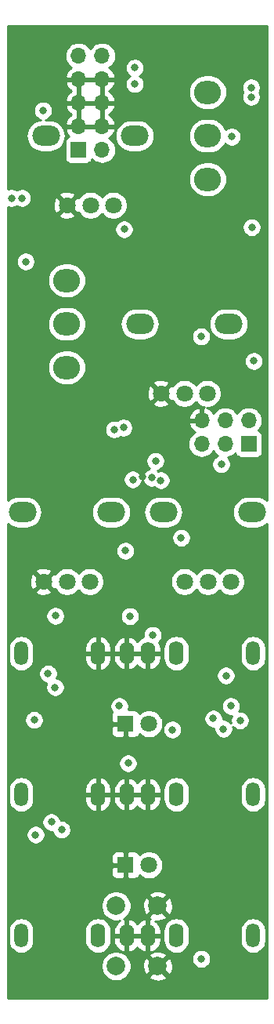
<source format=gbr>
G04 #@! TF.GenerationSoftware,KiCad,Pcbnew,5.0.2-bee76a0~70~ubuntu18.04.1*
G04 #@! TF.CreationDate,2019-04-14T16:07:02+08:00*
G04 #@! TF.ProjectId,LFO,4c464f2e-6b69-4636-9164-5f7063625858,rev?*
G04 #@! TF.SameCoordinates,PX8d9ee20PY6422c40*
G04 #@! TF.FileFunction,Copper,L3,Inr*
G04 #@! TF.FilePolarity,Positive*
%FSLAX46Y46*%
G04 Gerber Fmt 4.6, Leading zero omitted, Abs format (unit mm)*
G04 Created by KiCad (PCBNEW 5.0.2-bee76a0~70~ubuntu18.04.1) date Sun Apr 14 16:07:02 2019*
%MOMM*%
%LPD*%
G01*
G04 APERTURE LIST*
G04 #@! TA.AperFunction,ViaPad*
%ADD10C,2.000000*%
G04 #@! TD*
G04 #@! TA.AperFunction,WasherPad*
%ADD11O,3.000000X2.200000*%
G04 #@! TD*
G04 #@! TA.AperFunction,ViaPad*
%ADD12C,1.800000*%
G04 #@! TD*
G04 #@! TA.AperFunction,ViaPad*
%ADD13O,1.500000X2.600000*%
G04 #@! TD*
G04 #@! TA.AperFunction,ViaPad*
%ADD14O,1.600000X2.400000*%
G04 #@! TD*
G04 #@! TA.AperFunction,ViaPad*
%ADD15O,1.600000X2.600000*%
G04 #@! TD*
G04 #@! TA.AperFunction,ViaPad*
%ADD16R,1.800000X1.800000*%
G04 #@! TD*
G04 #@! TA.AperFunction,ViaPad*
%ADD17O,1.700000X1.700000*%
G04 #@! TD*
G04 #@! TA.AperFunction,ViaPad*
%ADD18R,1.700000X1.700000*%
G04 #@! TD*
G04 #@! TA.AperFunction,ViaPad*
%ADD19O,2.900000X2.500000*%
G04 #@! TD*
G04 #@! TA.AperFunction,ViaPad*
%ADD20C,0.800000*%
G04 #@! TD*
G04 #@! TA.AperFunction,Conductor*
%ADD21C,0.254000*%
G04 #@! TD*
G04 APERTURE END LIST*
D10*
G04 #@! TO.N,RESET*
G04 #@! TO.C,SW1*
X-2286000Y-42522000D03*
G04 #@! TO.N,GND*
X2214000Y-42522000D03*
G04 #@! TO.N,RESET*
X-2286000Y-49022000D03*
G04 #@! TO.N,GND*
X2214000Y-49022000D03*
G04 #@! TD*
D11*
G04 #@! TO.N,*
G04 #@! TO.C,RV4*
X12420000Y0D03*
D12*
G04 #@! TO.N,+12V*
X5120000Y-7500010D03*
G04 #@! TO.N,Net-(C22-Pad1)*
X7660000Y-7500010D03*
G04 #@! TO.N,-12V*
X10120000Y-7500010D03*
D11*
G04 #@! TO.N,*
X2820000Y0D03*
G04 #@! TD*
G04 #@! TO.N,*
G04 #@! TO.C,RV2*
X-2820000Y0D03*
D12*
G04 #@! TO.N,GND*
X-10120000Y-7500010D03*
G04 #@! TO.N,Net-(C8-Pad1)*
X-7580000Y-7500010D03*
G04 #@! TO.N,+5V*
X-5120000Y-7500010D03*
D11*
G04 #@! TO.N,*
X-12420000Y0D03*
G04 #@! TD*
D13*
G04 #@! TO.N,/DigitalOut/Out*
G04 #@! TO.C,J6*
X12540000Y-45720000D03*
D14*
G04 #@! TO.N,GND*
X1140000Y-45720000D03*
D15*
G04 #@! TO.N,Net-(J6-PadTN)*
X4240000Y-45720000D03*
G04 #@! TD*
D13*
G04 #@! TO.N,/OutputStage/Inv*
G04 #@! TO.C,J5*
X12540000Y-30480000D03*
D14*
G04 #@! TO.N,GND*
X1140000Y-30480000D03*
D15*
G04 #@! TO.N,Net-(J5-PadTN)*
X4240000Y-30480000D03*
G04 #@! TD*
D13*
G04 #@! TO.N,/OutputStage/Out*
G04 #@! TO.C,J4*
X12540000Y-15240000D03*
D14*
G04 #@! TO.N,GND*
X1140000Y-15240000D03*
D15*
G04 #@! TO.N,Net-(J4-PadTN)*
X4240000Y-15240000D03*
G04 #@! TD*
D13*
G04 #@! TO.N,/DigitalIn/In*
G04 #@! TO.C,J3*
X-12540000Y-45720000D03*
D14*
G04 #@! TO.N,GND*
X-1140000Y-45720000D03*
D15*
G04 #@! TO.N,+5V*
X-4240000Y-45720000D03*
G04 #@! TD*
D13*
G04 #@! TO.N,/CVIn05.sch/In*
G04 #@! TO.C,J2*
X-12540000Y-30480000D03*
D14*
G04 #@! TO.N,GND*
X-1140000Y-30480000D03*
D15*
X-4240000Y-30480000D03*
G04 #@! TD*
D13*
G04 #@! TO.N,/CVIn55/In*
G04 #@! TO.C,J1*
X-12540000Y-15240000D03*
D14*
G04 #@! TO.N,GND*
X-1140000Y-15240000D03*
D15*
X-4240000Y-15240000D03*
G04 #@! TD*
D12*
G04 #@! TO.N,Net-(D2-Pad2)*
G04 #@! TO.C,D2*
X1270000Y-38100000D03*
D16*
G04 #@! TO.N,GND*
X-1270000Y-38100000D03*
G04 #@! TD*
D17*
G04 #@! TO.N,GND*
G04 #@! TO.C,J7*
X6985000Y9906000D03*
G04 #@! TO.N,RESET*
X6985000Y7366000D03*
G04 #@! TO.N,MOSI*
X9525000Y9906000D03*
G04 #@! TO.N,SCK*
X9525000Y7366000D03*
G04 #@! TO.N,+5V*
X12065000Y9906000D03*
D18*
G04 #@! TO.N,LED1*
X12065000Y7366000D03*
G04 #@! TD*
D17*
G04 #@! TO.N,Net-(D3-Pad2)*
G04 #@! TO.C,J8*
X-3810000Y49276000D03*
X-6350000Y49276000D03*
G04 #@! TO.N,GND*
X-3810000Y46736000D03*
X-6350000Y46736000D03*
X-3810000Y44196000D03*
X-6350000Y44196000D03*
X-3810000Y41656000D03*
X-6350000Y41656000D03*
G04 #@! TO.N,Net-(D5-Pad1)*
X-3810000Y39116000D03*
D18*
X-6350000Y39116000D03*
G04 #@! TD*
D12*
G04 #@! TO.N,Net-(D1-Pad2)*
G04 #@! TO.C,D1*
X1270000Y-22860000D03*
D16*
G04 #@! TO.N,GND*
X-1270000Y-22860000D03*
G04 #@! TD*
D11*
G04 #@! TO.N,*
G04 #@! TO.C,RV1*
X-280000Y40640000D03*
D12*
G04 #@! TO.N,GND*
X-7580000Y33139990D03*
G04 #@! TO.N,Net-(C5-Pad1)*
X-5040000Y33139990D03*
G04 #@! TO.N,+5V*
X-2580000Y33139990D03*
D11*
G04 #@! TO.N,*
X-9880000Y40640000D03*
G04 #@! TD*
G04 #@! TO.N,*
G04 #@! TO.C,RV3*
X9880000Y20320000D03*
D12*
G04 #@! TO.N,GND*
X2580000Y12819990D03*
G04 #@! TO.N,Net-(R25-Pad1)*
X5120000Y12819990D03*
G04 #@! TO.N,Net-(C15-Pad1)*
X7580000Y12819990D03*
D11*
G04 #@! TO.N,*
X280000Y20320000D03*
G04 #@! TD*
D19*
G04 #@! TO.N,Net-(R41-Pad2)*
G04 #@! TO.C,SW3*
X-7620000Y15620000D03*
G04 #@! TO.N,Net-(R38-Pad2)*
X-7620000Y25020000D03*
G04 #@! TO.N,SPDTS*
X-7620000Y20320000D03*
G04 #@! TD*
G04 #@! TO.N,Net-(R40-Pad2)*
G04 #@! TO.C,SW2*
X7620000Y35940000D03*
G04 #@! TO.N,+5V*
X7620000Y45340000D03*
G04 #@! TO.N,Net-(R38-Pad2)*
X7620000Y40640000D03*
G04 #@! TD*
D20*
G04 #@! TO.N,GND*
X-381000Y6731000D03*
X889000Y6731000D03*
X889000Y8001000D03*
X-381000Y8001000D03*
G04 #@! TO.N,+5V*
X-10199200Y43371700D03*
X6902400Y18973300D03*
X-483000Y3515100D03*
X-11150500Y-22441000D03*
X-9281900Y-33465200D03*
X-1410400Y30544000D03*
X-787500Y-11241200D03*
X-9635100Y-17431000D03*
X6924000Y-48242500D03*
X-10998500Y-34834600D03*
X12614900Y16317000D03*
X10220800Y40542500D03*
X-268000Y46221000D03*
X-268000Y47992000D03*
G04 #@! TO.N,+12V*
X11125000Y-22504000D03*
X12395000Y30759400D03*
X12319000Y45847000D03*
X12319000Y45847000D03*
X12319000Y45847000D03*
X12319000Y44831000D03*
G04 #@! TO.N,TRIG*
X-985400Y-27113600D03*
X2558800Y3429600D03*
G04 #@! TO.N,SPDTS*
X-1481900Y9129000D03*
G04 #@! TO.N,Net-(R29-Pad1)*
X9329000Y-23414400D03*
X1668600Y-13264800D03*
G04 #@! TO.N,Net-(R25-Pad1)*
X4757600Y-2775500D03*
G04 #@! TO.N,-12V*
X-1930000Y-20930000D03*
X9595000Y-17659000D03*
X-12065000Y27051000D03*
X3810000Y-23495000D03*
X-12446000Y33909000D03*
X-13589000Y33909000D03*
G04 #@! TO.N,Net-(C15-Pad1)*
X10128400Y-20930200D03*
X8223000Y-22285400D03*
G04 #@! TO.N,PWM*
X-8176200Y-34289100D03*
X1558400Y3699800D03*
G04 #@! TO.N,FREQ*
X-8884900Y-18922400D03*
X1983100Y5534800D03*
G04 #@! TO.N,SCK*
X9082800Y5172300D03*
G04 #@! TO.N,Net-(C5-Pad1)*
X-8850000Y-11197400D03*
G04 #@! TO.N,GND*
X7086500Y4889600D03*
X6312200Y-19521200D03*
X-9827700Y-1704100D03*
X3149500Y-19994600D03*
X-10382300Y50673500D03*
X-9829400Y4105100D03*
X2732500Y-26156700D03*
X-787500Y-8691100D03*
X-13641100Y15366300D03*
X-12725500Y-22175700D03*
X-13650900Y7343800D03*
X-13425700Y10602800D03*
X-6695100Y27999300D03*
X6339300Y14770400D03*
X8824000Y-43576700D03*
X5979700Y-43929700D03*
X-1402200Y27507500D03*
X-2107600Y-33749200D03*
X-9830700Y-47596800D03*
X-9974100Y23169600D03*
X-12573500Y-34845800D03*
X6959500Y-694600D03*
X13145900Y-2983500D03*
X12725500Y-24866500D03*
X558000Y3793300D03*
X9599300Y-33872300D03*
X12309300Y36255800D03*
X9112100Y27571000D03*
X-9232000Y30939500D03*
X10795000Y44110500D03*
X-3048000Y11684000D03*
X-4826000Y3810000D03*
X3683000Y48006000D03*
X2032000Y48006000D03*
G04 #@! TO.N,LED2*
X-1280100Y-4174800D03*
X-2483600Y8923700D03*
G04 #@! TD*
D21*
G04 #@! TO.N,GND*
G36*
X14007161Y1270193D02*
X13788578Y1449579D01*
X13487168Y1610686D01*
X13160119Y1709895D01*
X12905225Y1735000D01*
X11934775Y1735000D01*
X11679881Y1709895D01*
X11352832Y1610686D01*
X11051422Y1449579D01*
X10787234Y1232766D01*
X10570421Y968578D01*
X10409314Y667168D01*
X10310105Y340119D01*
X10276606Y0D01*
X10310105Y-340119D01*
X10409314Y-667168D01*
X10570421Y-968578D01*
X10787234Y-1232766D01*
X11051422Y-1449579D01*
X11352832Y-1610686D01*
X11679881Y-1709895D01*
X11934775Y-1735000D01*
X12905225Y-1735000D01*
X13160119Y-1709895D01*
X13487168Y-1610686D01*
X13788578Y-1449579D01*
X14007160Y-1270193D01*
X14007160Y-52516440D01*
X-14002839Y-52516440D01*
X-14002839Y-48860967D01*
X-3921000Y-48860967D01*
X-3921000Y-49183033D01*
X-3858168Y-49498912D01*
X-3734918Y-49796463D01*
X-3555987Y-50064252D01*
X-3328252Y-50291987D01*
X-3060463Y-50470918D01*
X-2762912Y-50594168D01*
X-2447033Y-50657000D01*
X-2124967Y-50657000D01*
X-1809088Y-50594168D01*
X-1511537Y-50470918D01*
X-1243748Y-50291987D01*
X-1109174Y-50157413D01*
X1258192Y-50157413D01*
X1353956Y-50421814D01*
X1643571Y-50562704D01*
X1955108Y-50644384D01*
X2276595Y-50663718D01*
X2595675Y-50619961D01*
X2900088Y-50514795D01*
X3074044Y-50421814D01*
X3169808Y-50157413D01*
X2214000Y-49201605D01*
X1258192Y-50157413D01*
X-1109174Y-50157413D01*
X-1016013Y-50064252D01*
X-837082Y-49796463D01*
X-713832Y-49498912D01*
X-651000Y-49183033D01*
X-651000Y-49084595D01*
X572282Y-49084595D01*
X616039Y-49403675D01*
X721205Y-49708088D01*
X814186Y-49882044D01*
X1078587Y-49977808D01*
X2034395Y-49022000D01*
X2393605Y-49022000D01*
X3349413Y-49977808D01*
X3613814Y-49882044D01*
X3754704Y-49592429D01*
X3836384Y-49280892D01*
X3855718Y-48959405D01*
X3811961Y-48640325D01*
X3706795Y-48335912D01*
X3613814Y-48161956D01*
X3554744Y-48140561D01*
X5889000Y-48140561D01*
X5889000Y-48344439D01*
X5928774Y-48544398D01*
X6006795Y-48732756D01*
X6120063Y-48902274D01*
X6264226Y-49046437D01*
X6433744Y-49159705D01*
X6622102Y-49237726D01*
X6822061Y-49277500D01*
X7025939Y-49277500D01*
X7225898Y-49237726D01*
X7414256Y-49159705D01*
X7583774Y-49046437D01*
X7727937Y-48902274D01*
X7841205Y-48732756D01*
X7919226Y-48544398D01*
X7959000Y-48344439D01*
X7959000Y-48140561D01*
X7919226Y-47940602D01*
X7841205Y-47752244D01*
X7727937Y-47582726D01*
X7583774Y-47438563D01*
X7414256Y-47325295D01*
X7225898Y-47247274D01*
X7025939Y-47207500D01*
X6822061Y-47207500D01*
X6622102Y-47247274D01*
X6433744Y-47325295D01*
X6264226Y-47438563D01*
X6120063Y-47582726D01*
X6006795Y-47752244D01*
X5928774Y-47940602D01*
X5889000Y-48140561D01*
X3554744Y-48140561D01*
X3349413Y-48066192D01*
X2393605Y-49022000D01*
X2034395Y-49022000D01*
X1078587Y-48066192D01*
X814186Y-48161956D01*
X673296Y-48451571D01*
X591616Y-48763108D01*
X572282Y-49084595D01*
X-651000Y-49084595D01*
X-651000Y-48860967D01*
X-713832Y-48545088D01*
X-837082Y-48247537D01*
X-1016013Y-47979748D01*
X-1109174Y-47886587D01*
X1258192Y-47886587D01*
X2214000Y-48842395D01*
X3169808Y-47886587D01*
X3074044Y-47622186D01*
X2784429Y-47481296D01*
X2472892Y-47399616D01*
X2151405Y-47380282D01*
X1832325Y-47424039D01*
X1527912Y-47529205D01*
X1353956Y-47622186D01*
X1258192Y-47886587D01*
X-1109174Y-47886587D01*
X-1243748Y-47752013D01*
X-1511537Y-47573082D01*
X-1809088Y-47449832D01*
X-2124967Y-47387000D01*
X-2447033Y-47387000D01*
X-2762912Y-47449832D01*
X-3060463Y-47573082D01*
X-3328252Y-47752013D01*
X-3555987Y-47979748D01*
X-3734918Y-48247537D01*
X-3858168Y-48545088D01*
X-3921000Y-48860967D01*
X-14002839Y-48860967D01*
X-14002839Y-45101964D01*
X-13925000Y-45101964D01*
X-13925000Y-46338037D01*
X-13904960Y-46541507D01*
X-13825764Y-46802581D01*
X-13697157Y-47043188D01*
X-13524080Y-47254081D01*
X-13313187Y-47427157D01*
X-13072580Y-47555764D01*
X-12811506Y-47634960D01*
X-12540000Y-47661701D01*
X-12268493Y-47634960D01*
X-12007419Y-47555764D01*
X-11766812Y-47427157D01*
X-11555919Y-47254081D01*
X-11382843Y-47043188D01*
X-11254236Y-46802581D01*
X-11175040Y-46541507D01*
X-11155000Y-46338037D01*
X-11155000Y-45149509D01*
X-5675000Y-45149509D01*
X-5675000Y-46290492D01*
X-5654236Y-46501309D01*
X-5572182Y-46771808D01*
X-5438932Y-47021101D01*
X-5259607Y-47239608D01*
X-5041100Y-47418932D01*
X-4791807Y-47552182D01*
X-4521308Y-47634236D01*
X-4240000Y-47661943D01*
X-3958691Y-47634236D01*
X-3688192Y-47552182D01*
X-3438899Y-47418932D01*
X-3220392Y-47239608D01*
X-3041068Y-47021101D01*
X-2907818Y-46771808D01*
X-2825764Y-46501309D01*
X-2805000Y-46290492D01*
X-2805000Y-45847000D01*
X-2575000Y-45847000D01*
X-2575000Y-46247000D01*
X-2522650Y-46524514D01*
X-2417166Y-46786483D01*
X-2262601Y-47022839D01*
X-2064895Y-47224500D01*
X-1831646Y-47383715D01*
X-1571818Y-47494367D01*
X-1489039Y-47511904D01*
X-1267000Y-47389915D01*
X-1267000Y-45847000D01*
X-1013000Y-45847000D01*
X-1013000Y-47389915D01*
X-790961Y-47511904D01*
X-708182Y-47494367D01*
X-448354Y-47383715D01*
X-215105Y-47224500D01*
X-17399Y-47022839D01*
X0Y-46996233D01*
X17399Y-47022839D01*
X215105Y-47224500D01*
X448354Y-47383715D01*
X708182Y-47494367D01*
X790961Y-47511904D01*
X1013000Y-47389915D01*
X1013000Y-45847000D01*
X1267000Y-45847000D01*
X1267000Y-47389915D01*
X1489039Y-47511904D01*
X1571818Y-47494367D01*
X1831646Y-47383715D01*
X2064895Y-47224500D01*
X2262601Y-47022839D01*
X2417166Y-46786483D01*
X2522650Y-46524514D01*
X2575000Y-46247000D01*
X2575000Y-45847000D01*
X1267000Y-45847000D01*
X1013000Y-45847000D01*
X-1013000Y-45847000D01*
X-1267000Y-45847000D01*
X-2575000Y-45847000D01*
X-2805000Y-45847000D01*
X-2805000Y-45149508D01*
X-2825764Y-44938691D01*
X-2907818Y-44668192D01*
X-3041068Y-44418899D01*
X-3220393Y-44200392D01*
X-3438900Y-44021068D01*
X-3688193Y-43887818D01*
X-3958692Y-43805764D01*
X-4240000Y-43778057D01*
X-4521309Y-43805764D01*
X-4791808Y-43887818D01*
X-5041101Y-44021068D01*
X-5259608Y-44200393D01*
X-5438932Y-44418900D01*
X-5572182Y-44668193D01*
X-5654236Y-44938692D01*
X-5675000Y-45149509D01*
X-11155000Y-45149509D01*
X-11155000Y-45101963D01*
X-11175040Y-44898493D01*
X-11254236Y-44637419D01*
X-11382843Y-44396812D01*
X-11555920Y-44185919D01*
X-11766813Y-44012843D01*
X-12007420Y-43884236D01*
X-12268494Y-43805040D01*
X-12540000Y-43778299D01*
X-12811507Y-43805040D01*
X-13072581Y-43884236D01*
X-13313188Y-44012843D01*
X-13524081Y-44185920D01*
X-13697157Y-44396813D01*
X-13825764Y-44637420D01*
X-13904960Y-44898494D01*
X-13925000Y-45101964D01*
X-14002839Y-45101964D01*
X-14002839Y-42360967D01*
X-3921000Y-42360967D01*
X-3921000Y-42683033D01*
X-3858168Y-42998912D01*
X-3734918Y-43296463D01*
X-3555987Y-43564252D01*
X-3328252Y-43791987D01*
X-3060463Y-43970918D01*
X-2762912Y-44094168D01*
X-2447033Y-44157000D01*
X-2124967Y-44157000D01*
X-1919244Y-44116079D01*
X-2064895Y-44215500D01*
X-2262601Y-44417161D01*
X-2417166Y-44653517D01*
X-2522650Y-44915486D01*
X-2575000Y-45193000D01*
X-2575000Y-45593000D01*
X-1267000Y-45593000D01*
X-1267000Y-44050085D01*
X-1013000Y-44050085D01*
X-1013000Y-45593000D01*
X1013000Y-45593000D01*
X1013000Y-44050085D01*
X790961Y-43928096D01*
X708182Y-43945633D01*
X448354Y-44056285D01*
X215105Y-44215500D01*
X17399Y-44417161D01*
X0Y-44443767D01*
X-17399Y-44417161D01*
X-215105Y-44215500D01*
X-448354Y-44056285D01*
X-708182Y-43945633D01*
X-790961Y-43928096D01*
X-1013000Y-44050085D01*
X-1267000Y-44050085D01*
X-1466216Y-43940635D01*
X-1243748Y-43791987D01*
X-1109174Y-43657413D01*
X1258192Y-43657413D01*
X1353956Y-43921814D01*
X1431665Y-43959617D01*
X1267000Y-44050085D01*
X1267000Y-45593000D01*
X2575000Y-45593000D01*
X2575000Y-45193000D01*
X2566796Y-45149508D01*
X2805000Y-45149508D01*
X2805000Y-46290491D01*
X2825764Y-46501308D01*
X2907818Y-46771807D01*
X3041068Y-47021100D01*
X3220392Y-47239607D01*
X3438899Y-47418932D01*
X3688192Y-47552182D01*
X3958691Y-47634236D01*
X4240000Y-47661943D01*
X4521308Y-47634236D01*
X4791807Y-47552182D01*
X5041100Y-47418932D01*
X5259607Y-47239608D01*
X5438932Y-47021101D01*
X5572182Y-46771808D01*
X5654236Y-46501309D01*
X5675000Y-46290492D01*
X5675000Y-45149508D01*
X5670318Y-45101963D01*
X11155000Y-45101963D01*
X11155000Y-46338036D01*
X11175040Y-46541506D01*
X11254236Y-46802580D01*
X11382843Y-47043187D01*
X11555919Y-47254080D01*
X11766812Y-47427157D01*
X12007419Y-47555764D01*
X12268493Y-47634960D01*
X12540000Y-47661701D01*
X12811506Y-47634960D01*
X13072580Y-47555764D01*
X13313187Y-47427157D01*
X13524080Y-47254081D01*
X13697157Y-47043188D01*
X13825764Y-46802581D01*
X13904960Y-46541507D01*
X13925000Y-46338037D01*
X13925000Y-45101963D01*
X13904960Y-44898493D01*
X13825764Y-44637419D01*
X13697157Y-44396812D01*
X13524081Y-44185919D01*
X13313188Y-44012843D01*
X13072581Y-43884236D01*
X12811507Y-43805040D01*
X12540000Y-43778299D01*
X12268494Y-43805040D01*
X12007420Y-43884236D01*
X11766813Y-44012843D01*
X11555920Y-44185919D01*
X11382843Y-44396812D01*
X11254236Y-44637419D01*
X11175040Y-44898493D01*
X11155000Y-45101963D01*
X5670318Y-45101963D01*
X5654236Y-44938691D01*
X5572182Y-44668192D01*
X5438932Y-44418899D01*
X5259608Y-44200392D01*
X5041101Y-44021068D01*
X4791808Y-43887818D01*
X4521309Y-43805764D01*
X4240000Y-43778057D01*
X3958692Y-43805764D01*
X3688193Y-43887818D01*
X3438900Y-44021068D01*
X3220393Y-44200392D01*
X3041068Y-44418899D01*
X2907818Y-44668192D01*
X2825764Y-44938691D01*
X2805000Y-45149508D01*
X2566796Y-45149508D01*
X2522650Y-44915486D01*
X2417166Y-44653517D01*
X2262601Y-44417161D01*
X2064895Y-44215500D01*
X1961252Y-44144753D01*
X2276595Y-44163718D01*
X2595675Y-44119961D01*
X2900088Y-44014795D01*
X3074044Y-43921814D01*
X3169808Y-43657413D01*
X2214000Y-42701605D01*
X1258192Y-43657413D01*
X-1109174Y-43657413D01*
X-1016013Y-43564252D01*
X-837082Y-43296463D01*
X-713832Y-42998912D01*
X-651000Y-42683033D01*
X-651000Y-42584595D01*
X572282Y-42584595D01*
X616039Y-42903675D01*
X721205Y-43208088D01*
X814186Y-43382044D01*
X1078587Y-43477808D01*
X2034395Y-42522000D01*
X2393605Y-42522000D01*
X3349413Y-43477808D01*
X3613814Y-43382044D01*
X3754704Y-43092429D01*
X3836384Y-42780892D01*
X3855718Y-42459405D01*
X3811961Y-42140325D01*
X3706795Y-41835912D01*
X3613814Y-41661956D01*
X3349413Y-41566192D01*
X2393605Y-42522000D01*
X2034395Y-42522000D01*
X1078587Y-41566192D01*
X814186Y-41661956D01*
X673296Y-41951571D01*
X591616Y-42263108D01*
X572282Y-42584595D01*
X-651000Y-42584595D01*
X-651000Y-42360967D01*
X-713832Y-42045088D01*
X-837082Y-41747537D01*
X-1016013Y-41479748D01*
X-1109174Y-41386587D01*
X1258192Y-41386587D01*
X2214000Y-42342395D01*
X3169808Y-41386587D01*
X3074044Y-41122186D01*
X2784429Y-40981296D01*
X2472892Y-40899616D01*
X2151405Y-40880282D01*
X1832325Y-40924039D01*
X1527912Y-41029205D01*
X1353956Y-41122186D01*
X1258192Y-41386587D01*
X-1109174Y-41386587D01*
X-1243748Y-41252013D01*
X-1511537Y-41073082D01*
X-1809088Y-40949832D01*
X-2124967Y-40887000D01*
X-2447033Y-40887000D01*
X-2762912Y-40949832D01*
X-3060463Y-41073082D01*
X-3328252Y-41252013D01*
X-3555987Y-41479748D01*
X-3734918Y-41747537D01*
X-3858168Y-42045088D01*
X-3921000Y-42360967D01*
X-14002839Y-42360967D01*
X-14002839Y-38385750D01*
X-2805000Y-38385750D01*
X-2805000Y-39062542D01*
X-2780597Y-39185223D01*
X-2732730Y-39300785D01*
X-2663237Y-39404789D01*
X-2574789Y-39493237D01*
X-2470785Y-39562730D01*
X-2355223Y-39610597D01*
X-2232542Y-39635000D01*
X-1555750Y-39635000D01*
X-1397000Y-39476250D01*
X-1397000Y-38227000D01*
X-2646250Y-38227000D01*
X-2805000Y-38385750D01*
X-14002839Y-38385750D01*
X-14002839Y-37137458D01*
X-2805000Y-37137458D01*
X-2805000Y-37814250D01*
X-2646250Y-37973000D01*
X-1397000Y-37973000D01*
X-1397000Y-36723750D01*
X-1143000Y-36723750D01*
X-1143000Y-37973000D01*
X-1123000Y-37973000D01*
X-1123000Y-38227000D01*
X-1143000Y-38227000D01*
X-1143000Y-39476250D01*
X-984250Y-39635000D01*
X-307458Y-39635000D01*
X-184777Y-39610597D01*
X-69215Y-39562730D01*
X34789Y-39493237D01*
X123237Y-39404789D01*
X192730Y-39300785D01*
X224139Y-39224956D01*
X291495Y-39292312D01*
X542905Y-39460299D01*
X822257Y-39576011D01*
X1118816Y-39635000D01*
X1421184Y-39635000D01*
X1717743Y-39576011D01*
X1997095Y-39460299D01*
X2248505Y-39292312D01*
X2462312Y-39078505D01*
X2630299Y-38827095D01*
X2746011Y-38547743D01*
X2805000Y-38251184D01*
X2805000Y-37948816D01*
X2746011Y-37652257D01*
X2630299Y-37372905D01*
X2462312Y-37121495D01*
X2248505Y-36907688D01*
X1997095Y-36739701D01*
X1717743Y-36623989D01*
X1421184Y-36565000D01*
X1118816Y-36565000D01*
X822257Y-36623989D01*
X542905Y-36739701D01*
X291495Y-36907688D01*
X224139Y-36975044D01*
X192730Y-36899215D01*
X123237Y-36795211D01*
X34789Y-36706763D01*
X-69215Y-36637270D01*
X-184777Y-36589403D01*
X-307458Y-36565000D01*
X-984250Y-36565000D01*
X-1143000Y-36723750D01*
X-1397000Y-36723750D01*
X-1555750Y-36565000D01*
X-2232542Y-36565000D01*
X-2355223Y-36589403D01*
X-2470785Y-36637270D01*
X-2574789Y-36706763D01*
X-2663237Y-36795211D01*
X-2732730Y-36899215D01*
X-2780597Y-37014777D01*
X-2805000Y-37137458D01*
X-14002839Y-37137458D01*
X-14002839Y-34732661D01*
X-12033500Y-34732661D01*
X-12033500Y-34936539D01*
X-11993726Y-35136498D01*
X-11915705Y-35324856D01*
X-11802437Y-35494374D01*
X-11658274Y-35638537D01*
X-11488756Y-35751805D01*
X-11300398Y-35829826D01*
X-11100439Y-35869600D01*
X-10896561Y-35869600D01*
X-10696602Y-35829826D01*
X-10508244Y-35751805D01*
X-10338726Y-35638537D01*
X-10194563Y-35494374D01*
X-10081295Y-35324856D01*
X-10003274Y-35136498D01*
X-9963500Y-34936539D01*
X-9963500Y-34732661D01*
X-10003274Y-34532702D01*
X-10081295Y-34344344D01*
X-10194563Y-34174826D01*
X-10338726Y-34030663D01*
X-10508244Y-33917395D01*
X-10696602Y-33839374D01*
X-10896561Y-33799600D01*
X-11100439Y-33799600D01*
X-11300398Y-33839374D01*
X-11488756Y-33917395D01*
X-11658274Y-34030663D01*
X-11802437Y-34174826D01*
X-11915705Y-34344344D01*
X-11993726Y-34532702D01*
X-12033500Y-34732661D01*
X-14002839Y-34732661D01*
X-14002839Y-33363261D01*
X-10316900Y-33363261D01*
X-10316900Y-33567139D01*
X-10277126Y-33767098D01*
X-10199105Y-33955456D01*
X-10085837Y-34124974D01*
X-9941674Y-34269137D01*
X-9772156Y-34382405D01*
X-9583798Y-34460426D01*
X-9383839Y-34500200D01*
X-9189487Y-34500200D01*
X-9171426Y-34590998D01*
X-9093405Y-34779356D01*
X-8980137Y-34948874D01*
X-8835974Y-35093037D01*
X-8666456Y-35206305D01*
X-8478098Y-35284326D01*
X-8278139Y-35324100D01*
X-8074261Y-35324100D01*
X-7874302Y-35284326D01*
X-7685944Y-35206305D01*
X-7516426Y-35093037D01*
X-7372263Y-34948874D01*
X-7258995Y-34779356D01*
X-7180974Y-34590998D01*
X-7141200Y-34391039D01*
X-7141200Y-34187161D01*
X-7180974Y-33987202D01*
X-7258995Y-33798844D01*
X-7372263Y-33629326D01*
X-7516426Y-33485163D01*
X-7685944Y-33371895D01*
X-7874302Y-33293874D01*
X-8074261Y-33254100D01*
X-8268613Y-33254100D01*
X-8286674Y-33163302D01*
X-8364695Y-32974944D01*
X-8477963Y-32805426D01*
X-8622126Y-32661263D01*
X-8791644Y-32547995D01*
X-8980002Y-32469974D01*
X-9179961Y-32430200D01*
X-9383839Y-32430200D01*
X-9583798Y-32469974D01*
X-9772156Y-32547995D01*
X-9941674Y-32661263D01*
X-10085837Y-32805426D01*
X-10199105Y-32974944D01*
X-10277126Y-33163302D01*
X-10316900Y-33363261D01*
X-14002839Y-33363261D01*
X-14002839Y-29861964D01*
X-13925000Y-29861964D01*
X-13925000Y-31098037D01*
X-13904960Y-31301507D01*
X-13825764Y-31562581D01*
X-13697157Y-31803188D01*
X-13524080Y-32014081D01*
X-13313187Y-32187157D01*
X-13072580Y-32315764D01*
X-12811506Y-32394960D01*
X-12540000Y-32421701D01*
X-12268493Y-32394960D01*
X-12007419Y-32315764D01*
X-11766812Y-32187157D01*
X-11555919Y-32014081D01*
X-11382843Y-31803188D01*
X-11254236Y-31562581D01*
X-11175040Y-31301507D01*
X-11155000Y-31098037D01*
X-11155000Y-30607000D01*
X-5675000Y-30607000D01*
X-5675000Y-31107000D01*
X-5622650Y-31384514D01*
X-5517166Y-31646483D01*
X-5362601Y-31882839D01*
X-5164895Y-32084500D01*
X-4931646Y-32243715D01*
X-4671818Y-32354367D01*
X-4589039Y-32371904D01*
X-4367000Y-32249915D01*
X-4367000Y-30607000D01*
X-4113000Y-30607000D01*
X-4113000Y-32249915D01*
X-3890961Y-32371904D01*
X-3808182Y-32354367D01*
X-3548354Y-32243715D01*
X-3315105Y-32084500D01*
X-3117399Y-31882839D01*
X-2962834Y-31646483D01*
X-2857350Y-31384514D01*
X-2805000Y-31107000D01*
X-2805000Y-30607000D01*
X-2575000Y-30607000D01*
X-2575000Y-31007000D01*
X-2522650Y-31284514D01*
X-2417166Y-31546483D01*
X-2262601Y-31782839D01*
X-2064895Y-31984500D01*
X-1831646Y-32143715D01*
X-1571818Y-32254367D01*
X-1489039Y-32271904D01*
X-1267000Y-32149915D01*
X-1267000Y-30607000D01*
X-1013000Y-30607000D01*
X-1013000Y-32149915D01*
X-790961Y-32271904D01*
X-708182Y-32254367D01*
X-448354Y-32143715D01*
X-215105Y-31984500D01*
X-17399Y-31782839D01*
X0Y-31756233D01*
X17399Y-31782839D01*
X215105Y-31984500D01*
X448354Y-32143715D01*
X708182Y-32254367D01*
X790961Y-32271904D01*
X1013000Y-32149915D01*
X1013000Y-30607000D01*
X1267000Y-30607000D01*
X1267000Y-32149915D01*
X1489039Y-32271904D01*
X1571818Y-32254367D01*
X1831646Y-32143715D01*
X2064895Y-31984500D01*
X2262601Y-31782839D01*
X2417166Y-31546483D01*
X2522650Y-31284514D01*
X2575000Y-31007000D01*
X2575000Y-30607000D01*
X1267000Y-30607000D01*
X1013000Y-30607000D01*
X-1013000Y-30607000D01*
X-1267000Y-30607000D01*
X-2575000Y-30607000D01*
X-2805000Y-30607000D01*
X-4113000Y-30607000D01*
X-4367000Y-30607000D01*
X-5675000Y-30607000D01*
X-11155000Y-30607000D01*
X-11155000Y-29861963D01*
X-11155882Y-29853000D01*
X-5675000Y-29853000D01*
X-5675000Y-30353000D01*
X-4367000Y-30353000D01*
X-4367000Y-28710085D01*
X-4113000Y-28710085D01*
X-4113000Y-30353000D01*
X-2805000Y-30353000D01*
X-2805000Y-29953000D01*
X-2575000Y-29953000D01*
X-2575000Y-30353000D01*
X-1267000Y-30353000D01*
X-1267000Y-28810085D01*
X-1013000Y-28810085D01*
X-1013000Y-30353000D01*
X1013000Y-30353000D01*
X1013000Y-28810085D01*
X1267000Y-28810085D01*
X1267000Y-30353000D01*
X2575000Y-30353000D01*
X2575000Y-29953000D01*
X2566796Y-29909508D01*
X2805000Y-29909508D01*
X2805000Y-31050491D01*
X2825764Y-31261308D01*
X2907818Y-31531807D01*
X3041068Y-31781100D01*
X3220392Y-31999607D01*
X3438899Y-32178932D01*
X3688192Y-32312182D01*
X3958691Y-32394236D01*
X4240000Y-32421943D01*
X4521308Y-32394236D01*
X4791807Y-32312182D01*
X5041100Y-32178932D01*
X5259607Y-31999608D01*
X5438932Y-31781101D01*
X5572182Y-31531808D01*
X5654236Y-31261309D01*
X5675000Y-31050492D01*
X5675000Y-29909508D01*
X5670318Y-29861963D01*
X11155000Y-29861963D01*
X11155000Y-31098036D01*
X11175040Y-31301506D01*
X11254236Y-31562580D01*
X11382843Y-31803187D01*
X11555919Y-32014080D01*
X11766812Y-32187157D01*
X12007419Y-32315764D01*
X12268493Y-32394960D01*
X12540000Y-32421701D01*
X12811506Y-32394960D01*
X13072580Y-32315764D01*
X13313187Y-32187157D01*
X13524080Y-32014081D01*
X13697157Y-31803188D01*
X13825764Y-31562581D01*
X13904960Y-31301507D01*
X13925000Y-31098037D01*
X13925000Y-29861963D01*
X13904960Y-29658493D01*
X13825764Y-29397419D01*
X13697157Y-29156812D01*
X13524081Y-28945919D01*
X13313188Y-28772843D01*
X13072581Y-28644236D01*
X12811507Y-28565040D01*
X12540000Y-28538299D01*
X12268494Y-28565040D01*
X12007420Y-28644236D01*
X11766813Y-28772843D01*
X11555920Y-28945919D01*
X11382843Y-29156812D01*
X11254236Y-29397419D01*
X11175040Y-29658493D01*
X11155000Y-29861963D01*
X5670318Y-29861963D01*
X5654236Y-29698691D01*
X5572182Y-29428192D01*
X5438932Y-29178899D01*
X5259608Y-28960392D01*
X5041101Y-28781068D01*
X4791808Y-28647818D01*
X4521309Y-28565764D01*
X4240000Y-28538057D01*
X3958692Y-28565764D01*
X3688193Y-28647818D01*
X3438900Y-28781068D01*
X3220393Y-28960392D01*
X3041068Y-29178899D01*
X2907818Y-29428192D01*
X2825764Y-29698691D01*
X2805000Y-29909508D01*
X2566796Y-29909508D01*
X2522650Y-29675486D01*
X2417166Y-29413517D01*
X2262601Y-29177161D01*
X2064895Y-28975500D01*
X1831646Y-28816285D01*
X1571818Y-28705633D01*
X1489039Y-28688096D01*
X1267000Y-28810085D01*
X1013000Y-28810085D01*
X790961Y-28688096D01*
X708182Y-28705633D01*
X448354Y-28816285D01*
X215105Y-28975500D01*
X17399Y-29177161D01*
X0Y-29203767D01*
X-17399Y-29177161D01*
X-215105Y-28975500D01*
X-448354Y-28816285D01*
X-708182Y-28705633D01*
X-790961Y-28688096D01*
X-1013000Y-28810085D01*
X-1267000Y-28810085D01*
X-1489039Y-28688096D01*
X-1571818Y-28705633D01*
X-1831646Y-28816285D01*
X-2064895Y-28975500D01*
X-2262601Y-29177161D01*
X-2417166Y-29413517D01*
X-2522650Y-29675486D01*
X-2575000Y-29953000D01*
X-2805000Y-29953000D01*
X-2805000Y-29853000D01*
X-2857350Y-29575486D01*
X-2962834Y-29313517D01*
X-3117399Y-29077161D01*
X-3315105Y-28875500D01*
X-3548354Y-28716285D01*
X-3808182Y-28605633D01*
X-3890961Y-28588096D01*
X-4113000Y-28710085D01*
X-4367000Y-28710085D01*
X-4589039Y-28588096D01*
X-4671818Y-28605633D01*
X-4931646Y-28716285D01*
X-5164895Y-28875500D01*
X-5362601Y-29077161D01*
X-5517166Y-29313517D01*
X-5622650Y-29575486D01*
X-5675000Y-29853000D01*
X-11155882Y-29853000D01*
X-11175040Y-29658493D01*
X-11254236Y-29397419D01*
X-11382843Y-29156812D01*
X-11555920Y-28945919D01*
X-11766813Y-28772843D01*
X-12007420Y-28644236D01*
X-12268494Y-28565040D01*
X-12540000Y-28538299D01*
X-12811507Y-28565040D01*
X-13072581Y-28644236D01*
X-13313188Y-28772843D01*
X-13524081Y-28945920D01*
X-13697157Y-29156813D01*
X-13825764Y-29397420D01*
X-13904960Y-29658494D01*
X-13925000Y-29861964D01*
X-14002839Y-29861964D01*
X-14002839Y-27011661D01*
X-2020400Y-27011661D01*
X-2020400Y-27215539D01*
X-1980626Y-27415498D01*
X-1902605Y-27603856D01*
X-1789337Y-27773374D01*
X-1645174Y-27917537D01*
X-1475656Y-28030805D01*
X-1287298Y-28108826D01*
X-1087339Y-28148600D01*
X-883461Y-28148600D01*
X-683502Y-28108826D01*
X-495144Y-28030805D01*
X-325626Y-27917537D01*
X-181463Y-27773374D01*
X-68195Y-27603856D01*
X9826Y-27415498D01*
X49600Y-27215539D01*
X49600Y-27011661D01*
X9826Y-26811702D01*
X-68195Y-26623344D01*
X-181463Y-26453826D01*
X-325626Y-26309663D01*
X-495144Y-26196395D01*
X-683502Y-26118374D01*
X-883461Y-26078600D01*
X-1087339Y-26078600D01*
X-1287298Y-26118374D01*
X-1475656Y-26196395D01*
X-1645174Y-26309663D01*
X-1789337Y-26453826D01*
X-1902605Y-26623344D01*
X-1980626Y-26811702D01*
X-2020400Y-27011661D01*
X-14002839Y-27011661D01*
X-14002839Y-22339061D01*
X-12185500Y-22339061D01*
X-12185500Y-22542939D01*
X-12145726Y-22742898D01*
X-12067705Y-22931256D01*
X-11954437Y-23100774D01*
X-11810274Y-23244937D01*
X-11640756Y-23358205D01*
X-11452398Y-23436226D01*
X-11252439Y-23476000D01*
X-11048561Y-23476000D01*
X-10848602Y-23436226D01*
X-10660244Y-23358205D01*
X-10490726Y-23244937D01*
X-10391539Y-23145750D01*
X-2805000Y-23145750D01*
X-2805000Y-23822542D01*
X-2780597Y-23945223D01*
X-2732730Y-24060785D01*
X-2663237Y-24164789D01*
X-2574789Y-24253237D01*
X-2470785Y-24322730D01*
X-2355223Y-24370597D01*
X-2232542Y-24395000D01*
X-1555750Y-24395000D01*
X-1397000Y-24236250D01*
X-1397000Y-22987000D01*
X-2646250Y-22987000D01*
X-2805000Y-23145750D01*
X-10391539Y-23145750D01*
X-10346563Y-23100774D01*
X-10233295Y-22931256D01*
X-10155274Y-22742898D01*
X-10115500Y-22542939D01*
X-10115500Y-22339061D01*
X-10155274Y-22139102D01*
X-10233295Y-21950744D01*
X-10346563Y-21781226D01*
X-10490726Y-21637063D01*
X-10660244Y-21523795D01*
X-10848602Y-21445774D01*
X-11048561Y-21406000D01*
X-11252439Y-21406000D01*
X-11452398Y-21445774D01*
X-11640756Y-21523795D01*
X-11810274Y-21637063D01*
X-11954437Y-21781226D01*
X-12067705Y-21950744D01*
X-12145726Y-22139102D01*
X-12185500Y-22339061D01*
X-14002839Y-22339061D01*
X-14002839Y-20828061D01*
X-2965000Y-20828061D01*
X-2965000Y-21031939D01*
X-2925226Y-21231898D01*
X-2847205Y-21420256D01*
X-2733937Y-21589774D01*
X-2705399Y-21618312D01*
X-2732730Y-21659215D01*
X-2780597Y-21774777D01*
X-2805000Y-21897458D01*
X-2805000Y-22574250D01*
X-2646250Y-22733000D01*
X-1397000Y-22733000D01*
X-1397000Y-22713000D01*
X-1143000Y-22713000D01*
X-1143000Y-22733000D01*
X-1123000Y-22733000D01*
X-1123000Y-22987000D01*
X-1143000Y-22987000D01*
X-1143000Y-24236250D01*
X-984250Y-24395000D01*
X-307458Y-24395000D01*
X-184777Y-24370597D01*
X-69215Y-24322730D01*
X34789Y-24253237D01*
X123237Y-24164789D01*
X192730Y-24060785D01*
X224139Y-23984956D01*
X291495Y-24052312D01*
X542905Y-24220299D01*
X822257Y-24336011D01*
X1118816Y-24395000D01*
X1421184Y-24395000D01*
X1717743Y-24336011D01*
X1997095Y-24220299D01*
X2248505Y-24052312D01*
X2462312Y-23838505D01*
X2630299Y-23587095D01*
X2710670Y-23393061D01*
X2775000Y-23393061D01*
X2775000Y-23596939D01*
X2814774Y-23796898D01*
X2892795Y-23985256D01*
X3006063Y-24154774D01*
X3150226Y-24298937D01*
X3319744Y-24412205D01*
X3508102Y-24490226D01*
X3708061Y-24530000D01*
X3911939Y-24530000D01*
X4111898Y-24490226D01*
X4300256Y-24412205D01*
X4469774Y-24298937D01*
X4613937Y-24154774D01*
X4727205Y-23985256D01*
X4805226Y-23796898D01*
X4845000Y-23596939D01*
X4845000Y-23393061D01*
X4805226Y-23193102D01*
X4727205Y-23004744D01*
X4613937Y-22835226D01*
X4469774Y-22691063D01*
X4300256Y-22577795D01*
X4111898Y-22499774D01*
X3911939Y-22460000D01*
X3708061Y-22460000D01*
X3508102Y-22499774D01*
X3319744Y-22577795D01*
X3150226Y-22691063D01*
X3006063Y-22835226D01*
X2892795Y-23004744D01*
X2814774Y-23193102D01*
X2775000Y-23393061D01*
X2710670Y-23393061D01*
X2746011Y-23307743D01*
X2805000Y-23011184D01*
X2805000Y-22708816D01*
X2746011Y-22412257D01*
X2651241Y-22183461D01*
X7188000Y-22183461D01*
X7188000Y-22387339D01*
X7227774Y-22587298D01*
X7305795Y-22775656D01*
X7419063Y-22945174D01*
X7563226Y-23089337D01*
X7732744Y-23202605D01*
X7921102Y-23280626D01*
X8121061Y-23320400D01*
X8294000Y-23320400D01*
X8294000Y-23516339D01*
X8333774Y-23716298D01*
X8411795Y-23904656D01*
X8525063Y-24074174D01*
X8669226Y-24218337D01*
X8838744Y-24331605D01*
X9027102Y-24409626D01*
X9227061Y-24449400D01*
X9430939Y-24449400D01*
X9630898Y-24409626D01*
X9819256Y-24331605D01*
X9988774Y-24218337D01*
X10132937Y-24074174D01*
X10246205Y-23904656D01*
X10324226Y-23716298D01*
X10364000Y-23516339D01*
X10364000Y-23312461D01*
X10337742Y-23180453D01*
X10465226Y-23307937D01*
X10634744Y-23421205D01*
X10823102Y-23499226D01*
X11023061Y-23539000D01*
X11226939Y-23539000D01*
X11426898Y-23499226D01*
X11615256Y-23421205D01*
X11784774Y-23307937D01*
X11928937Y-23163774D01*
X12042205Y-22994256D01*
X12120226Y-22805898D01*
X12160000Y-22605939D01*
X12160000Y-22402061D01*
X12120226Y-22202102D01*
X12042205Y-22013744D01*
X11928937Y-21844226D01*
X11784774Y-21700063D01*
X11615256Y-21586795D01*
X11426898Y-21508774D01*
X11226939Y-21469000D01*
X11023061Y-21469000D01*
X11011653Y-21471269D01*
X11045605Y-21420456D01*
X11123626Y-21232098D01*
X11163400Y-21032139D01*
X11163400Y-20828261D01*
X11123626Y-20628302D01*
X11045605Y-20439944D01*
X10932337Y-20270426D01*
X10788174Y-20126263D01*
X10618656Y-20012995D01*
X10430298Y-19934974D01*
X10230339Y-19895200D01*
X10026461Y-19895200D01*
X9826502Y-19934974D01*
X9638144Y-20012995D01*
X9468626Y-20126263D01*
X9324463Y-20270426D01*
X9211195Y-20439944D01*
X9133174Y-20628302D01*
X9093400Y-20828261D01*
X9093400Y-21032139D01*
X9133174Y-21232098D01*
X9211195Y-21420456D01*
X9324463Y-21589974D01*
X9468626Y-21734137D01*
X9638144Y-21847405D01*
X9826502Y-21925426D01*
X10026461Y-21965200D01*
X10230339Y-21965200D01*
X10241747Y-21962931D01*
X10207795Y-22013744D01*
X10129774Y-22202102D01*
X10090000Y-22402061D01*
X10090000Y-22605939D01*
X10116258Y-22737947D01*
X9988774Y-22610463D01*
X9819256Y-22497195D01*
X9630898Y-22419174D01*
X9430939Y-22379400D01*
X9258000Y-22379400D01*
X9258000Y-22183461D01*
X9218226Y-21983502D01*
X9140205Y-21795144D01*
X9026937Y-21625626D01*
X8882774Y-21481463D01*
X8713256Y-21368195D01*
X8524898Y-21290174D01*
X8324939Y-21250400D01*
X8121061Y-21250400D01*
X7921102Y-21290174D01*
X7732744Y-21368195D01*
X7563226Y-21481463D01*
X7419063Y-21625626D01*
X7305795Y-21795144D01*
X7227774Y-21983502D01*
X7188000Y-22183461D01*
X2651241Y-22183461D01*
X2630299Y-22132905D01*
X2462312Y-21881495D01*
X2248505Y-21667688D01*
X1997095Y-21499701D01*
X1717743Y-21383989D01*
X1421184Y-21325000D01*
X1118816Y-21325000D01*
X822257Y-21383989D01*
X542905Y-21499701D01*
X291495Y-21667688D01*
X224139Y-21735044D01*
X192730Y-21659215D01*
X123237Y-21555211D01*
X34789Y-21466763D01*
X-69215Y-21397270D01*
X-184777Y-21349403D01*
X-307458Y-21325000D01*
X-973338Y-21325000D01*
X-934774Y-21231898D01*
X-895000Y-21031939D01*
X-895000Y-20828061D01*
X-934774Y-20628102D01*
X-1012795Y-20439744D01*
X-1126063Y-20270226D01*
X-1270226Y-20126063D01*
X-1439744Y-20012795D01*
X-1628102Y-19934774D01*
X-1828061Y-19895000D01*
X-2031939Y-19895000D01*
X-2231898Y-19934774D01*
X-2420256Y-20012795D01*
X-2589774Y-20126063D01*
X-2733937Y-20270226D01*
X-2847205Y-20439744D01*
X-2925226Y-20628102D01*
X-2965000Y-20828061D01*
X-14002839Y-20828061D01*
X-14002839Y-17329061D01*
X-10670100Y-17329061D01*
X-10670100Y-17532939D01*
X-10630326Y-17732898D01*
X-10552305Y-17921256D01*
X-10439037Y-18090774D01*
X-10294874Y-18234937D01*
X-10125356Y-18348205D01*
X-9936998Y-18426226D01*
X-9810108Y-18451466D01*
X-9880126Y-18620502D01*
X-9919900Y-18820461D01*
X-9919900Y-19024339D01*
X-9880126Y-19224298D01*
X-9802105Y-19412656D01*
X-9688837Y-19582174D01*
X-9544674Y-19726337D01*
X-9375156Y-19839605D01*
X-9186798Y-19917626D01*
X-8986839Y-19957400D01*
X-8782961Y-19957400D01*
X-8583002Y-19917626D01*
X-8394644Y-19839605D01*
X-8225126Y-19726337D01*
X-8080963Y-19582174D01*
X-7967695Y-19412656D01*
X-7889674Y-19224298D01*
X-7849900Y-19024339D01*
X-7849900Y-18820461D01*
X-7889674Y-18620502D01*
X-7967695Y-18432144D01*
X-8080963Y-18262626D01*
X-8225126Y-18118463D01*
X-8394644Y-18005195D01*
X-8583002Y-17927174D01*
X-8709892Y-17901934D01*
X-8639874Y-17732898D01*
X-8604899Y-17557061D01*
X8560000Y-17557061D01*
X8560000Y-17760939D01*
X8599774Y-17960898D01*
X8677795Y-18149256D01*
X8791063Y-18318774D01*
X8935226Y-18462937D01*
X9104744Y-18576205D01*
X9293102Y-18654226D01*
X9493061Y-18694000D01*
X9696939Y-18694000D01*
X9896898Y-18654226D01*
X10085256Y-18576205D01*
X10254774Y-18462937D01*
X10398937Y-18318774D01*
X10512205Y-18149256D01*
X10590226Y-17960898D01*
X10630000Y-17760939D01*
X10630000Y-17557061D01*
X10590226Y-17357102D01*
X10512205Y-17168744D01*
X10398937Y-16999226D01*
X10254774Y-16855063D01*
X10085256Y-16741795D01*
X9896898Y-16663774D01*
X9696939Y-16624000D01*
X9493061Y-16624000D01*
X9293102Y-16663774D01*
X9104744Y-16741795D01*
X8935226Y-16855063D01*
X8791063Y-16999226D01*
X8677795Y-17168744D01*
X8599774Y-17357102D01*
X8560000Y-17557061D01*
X-8604899Y-17557061D01*
X-8600100Y-17532939D01*
X-8600100Y-17329061D01*
X-8639874Y-17129102D01*
X-8717895Y-16940744D01*
X-8831163Y-16771226D01*
X-8975326Y-16627063D01*
X-9144844Y-16513795D01*
X-9333202Y-16435774D01*
X-9533161Y-16396000D01*
X-9737039Y-16396000D01*
X-9936998Y-16435774D01*
X-10125356Y-16513795D01*
X-10294874Y-16627063D01*
X-10439037Y-16771226D01*
X-10552305Y-16940744D01*
X-10630326Y-17129102D01*
X-10670100Y-17329061D01*
X-14002839Y-17329061D01*
X-14002839Y-14621964D01*
X-13925000Y-14621964D01*
X-13925000Y-15858037D01*
X-13904960Y-16061507D01*
X-13825764Y-16322581D01*
X-13697157Y-16563188D01*
X-13524080Y-16774081D01*
X-13313187Y-16947157D01*
X-13072580Y-17075764D01*
X-12811506Y-17154960D01*
X-12540000Y-17181701D01*
X-12268493Y-17154960D01*
X-12007419Y-17075764D01*
X-11766812Y-16947157D01*
X-11555919Y-16774081D01*
X-11382843Y-16563188D01*
X-11254236Y-16322581D01*
X-11175040Y-16061507D01*
X-11155000Y-15858037D01*
X-11155000Y-15367000D01*
X-5675000Y-15367000D01*
X-5675000Y-15867000D01*
X-5622650Y-16144514D01*
X-5517166Y-16406483D01*
X-5362601Y-16642839D01*
X-5164895Y-16844500D01*
X-4931646Y-17003715D01*
X-4671818Y-17114367D01*
X-4589039Y-17131904D01*
X-4367000Y-17009915D01*
X-4367000Y-15367000D01*
X-4113000Y-15367000D01*
X-4113000Y-17009915D01*
X-3890961Y-17131904D01*
X-3808182Y-17114367D01*
X-3548354Y-17003715D01*
X-3315105Y-16844500D01*
X-3117399Y-16642839D01*
X-2962834Y-16406483D01*
X-2857350Y-16144514D01*
X-2805000Y-15867000D01*
X-2805000Y-15367000D01*
X-2575000Y-15367000D01*
X-2575000Y-15767000D01*
X-2522650Y-16044514D01*
X-2417166Y-16306483D01*
X-2262601Y-16542839D01*
X-2064895Y-16744500D01*
X-1831646Y-16903715D01*
X-1571818Y-17014367D01*
X-1489039Y-17031904D01*
X-1267000Y-16909915D01*
X-1267000Y-15367000D01*
X-1013000Y-15367000D01*
X-1013000Y-16909915D01*
X-790961Y-17031904D01*
X-708182Y-17014367D01*
X-448354Y-16903715D01*
X-215105Y-16744500D01*
X-17399Y-16542839D01*
X0Y-16516233D01*
X17399Y-16542839D01*
X215105Y-16744500D01*
X448354Y-16903715D01*
X708182Y-17014367D01*
X790961Y-17031904D01*
X1013000Y-16909915D01*
X1013000Y-15367000D01*
X1267000Y-15367000D01*
X1267000Y-16909915D01*
X1489039Y-17031904D01*
X1571818Y-17014367D01*
X1831646Y-16903715D01*
X2064895Y-16744500D01*
X2262601Y-16542839D01*
X2417166Y-16306483D01*
X2522650Y-16044514D01*
X2575000Y-15767000D01*
X2575000Y-15367000D01*
X1267000Y-15367000D01*
X1013000Y-15367000D01*
X-1013000Y-15367000D01*
X-1267000Y-15367000D01*
X-2575000Y-15367000D01*
X-2805000Y-15367000D01*
X-4113000Y-15367000D01*
X-4367000Y-15367000D01*
X-5675000Y-15367000D01*
X-11155000Y-15367000D01*
X-11155000Y-14621963D01*
X-11155882Y-14613000D01*
X-5675000Y-14613000D01*
X-5675000Y-15113000D01*
X-4367000Y-15113000D01*
X-4367000Y-13470085D01*
X-4113000Y-13470085D01*
X-4113000Y-15113000D01*
X-2805000Y-15113000D01*
X-2805000Y-14713000D01*
X-2575000Y-14713000D01*
X-2575000Y-15113000D01*
X-1267000Y-15113000D01*
X-1267000Y-13570085D01*
X-1013000Y-13570085D01*
X-1013000Y-15113000D01*
X1013000Y-15113000D01*
X1013000Y-15093000D01*
X1267000Y-15093000D01*
X1267000Y-15113000D01*
X2575000Y-15113000D01*
X2575000Y-14713000D01*
X2566796Y-14669508D01*
X2805000Y-14669508D01*
X2805000Y-15810491D01*
X2825764Y-16021308D01*
X2907818Y-16291807D01*
X3041068Y-16541100D01*
X3220392Y-16759607D01*
X3438899Y-16938932D01*
X3688192Y-17072182D01*
X3958691Y-17154236D01*
X4240000Y-17181943D01*
X4521308Y-17154236D01*
X4791807Y-17072182D01*
X5041100Y-16938932D01*
X5259607Y-16759608D01*
X5438932Y-16541101D01*
X5572182Y-16291808D01*
X5654236Y-16021309D01*
X5675000Y-15810492D01*
X5675000Y-14669508D01*
X5670318Y-14621963D01*
X11155000Y-14621963D01*
X11155000Y-15858036D01*
X11175040Y-16061506D01*
X11254236Y-16322580D01*
X11382843Y-16563187D01*
X11555919Y-16774080D01*
X11766812Y-16947157D01*
X12007419Y-17075764D01*
X12268493Y-17154960D01*
X12540000Y-17181701D01*
X12811506Y-17154960D01*
X13072580Y-17075764D01*
X13313187Y-16947157D01*
X13524080Y-16774081D01*
X13697157Y-16563188D01*
X13825764Y-16322581D01*
X13904960Y-16061507D01*
X13925000Y-15858037D01*
X13925000Y-14621963D01*
X13904960Y-14418493D01*
X13825764Y-14157419D01*
X13697157Y-13916812D01*
X13524081Y-13705919D01*
X13313188Y-13532843D01*
X13072581Y-13404236D01*
X12811507Y-13325040D01*
X12540000Y-13298299D01*
X12268494Y-13325040D01*
X12007420Y-13404236D01*
X11766813Y-13532843D01*
X11555920Y-13705919D01*
X11382843Y-13916812D01*
X11254236Y-14157419D01*
X11175040Y-14418493D01*
X11155000Y-14621963D01*
X5670318Y-14621963D01*
X5654236Y-14458691D01*
X5572182Y-14188192D01*
X5438932Y-13938899D01*
X5259608Y-13720392D01*
X5041101Y-13541068D01*
X4791808Y-13407818D01*
X4521309Y-13325764D01*
X4240000Y-13298057D01*
X3958692Y-13325764D01*
X3688193Y-13407818D01*
X3438900Y-13541068D01*
X3220393Y-13720392D01*
X3041068Y-13938899D01*
X2907818Y-14188192D01*
X2825764Y-14458691D01*
X2805000Y-14669508D01*
X2566796Y-14669508D01*
X2522650Y-14435486D01*
X2417166Y-14173517D01*
X2340630Y-14056481D01*
X2472537Y-13924574D01*
X2585805Y-13755056D01*
X2663826Y-13566698D01*
X2703600Y-13366739D01*
X2703600Y-13162861D01*
X2663826Y-12962902D01*
X2585805Y-12774544D01*
X2472537Y-12605026D01*
X2328374Y-12460863D01*
X2158856Y-12347595D01*
X1970498Y-12269574D01*
X1770539Y-12229800D01*
X1566661Y-12229800D01*
X1366702Y-12269574D01*
X1178344Y-12347595D01*
X1008826Y-12460863D01*
X864663Y-12605026D01*
X751395Y-12774544D01*
X673374Y-12962902D01*
X633600Y-13162861D01*
X633600Y-13366739D01*
X657559Y-13487192D01*
X448354Y-13576285D01*
X215105Y-13735500D01*
X17399Y-13937161D01*
X0Y-13963767D01*
X-17399Y-13937161D01*
X-215105Y-13735500D01*
X-448354Y-13576285D01*
X-708182Y-13465633D01*
X-790961Y-13448096D01*
X-1013000Y-13570085D01*
X-1267000Y-13570085D01*
X-1489039Y-13448096D01*
X-1571818Y-13465633D01*
X-1831646Y-13576285D01*
X-2064895Y-13735500D01*
X-2262601Y-13937161D01*
X-2417166Y-14173517D01*
X-2522650Y-14435486D01*
X-2575000Y-14713000D01*
X-2805000Y-14713000D01*
X-2805000Y-14613000D01*
X-2857350Y-14335486D01*
X-2962834Y-14073517D01*
X-3117399Y-13837161D01*
X-3315105Y-13635500D01*
X-3548354Y-13476285D01*
X-3808182Y-13365633D01*
X-3890961Y-13348096D01*
X-4113000Y-13470085D01*
X-4367000Y-13470085D01*
X-4589039Y-13348096D01*
X-4671818Y-13365633D01*
X-4931646Y-13476285D01*
X-5164895Y-13635500D01*
X-5362601Y-13837161D01*
X-5517166Y-14073517D01*
X-5622650Y-14335486D01*
X-5675000Y-14613000D01*
X-11155882Y-14613000D01*
X-11175040Y-14418493D01*
X-11254236Y-14157419D01*
X-11382843Y-13916812D01*
X-11555920Y-13705919D01*
X-11766813Y-13532843D01*
X-12007420Y-13404236D01*
X-12268494Y-13325040D01*
X-12540000Y-13298299D01*
X-12811507Y-13325040D01*
X-13072581Y-13404236D01*
X-13313188Y-13532843D01*
X-13524081Y-13705920D01*
X-13697157Y-13916813D01*
X-13825764Y-14157420D01*
X-13904960Y-14418494D01*
X-13925000Y-14621964D01*
X-14002839Y-14621964D01*
X-14002839Y-11095461D01*
X-9885000Y-11095461D01*
X-9885000Y-11299339D01*
X-9845226Y-11499298D01*
X-9767205Y-11687656D01*
X-9653937Y-11857174D01*
X-9509774Y-12001337D01*
X-9340256Y-12114605D01*
X-9151898Y-12192626D01*
X-8951939Y-12232400D01*
X-8748061Y-12232400D01*
X-8548102Y-12192626D01*
X-8359744Y-12114605D01*
X-8190226Y-12001337D01*
X-8046063Y-11857174D01*
X-7932795Y-11687656D01*
X-7854774Y-11499298D01*
X-7815000Y-11299339D01*
X-7815000Y-11139261D01*
X-1822500Y-11139261D01*
X-1822500Y-11343139D01*
X-1782726Y-11543098D01*
X-1704705Y-11731456D01*
X-1591437Y-11900974D01*
X-1447274Y-12045137D01*
X-1277756Y-12158405D01*
X-1089398Y-12236426D01*
X-889439Y-12276200D01*
X-685561Y-12276200D01*
X-485602Y-12236426D01*
X-297244Y-12158405D01*
X-127726Y-12045137D01*
X16437Y-11900974D01*
X129705Y-11731456D01*
X207726Y-11543098D01*
X247500Y-11343139D01*
X247500Y-11139261D01*
X207726Y-10939302D01*
X129705Y-10750944D01*
X16437Y-10581426D01*
X-127726Y-10437263D01*
X-297244Y-10323995D01*
X-485602Y-10245974D01*
X-685561Y-10206200D01*
X-889439Y-10206200D01*
X-1089398Y-10245974D01*
X-1277756Y-10323995D01*
X-1447274Y-10437263D01*
X-1591437Y-10581426D01*
X-1704705Y-10750944D01*
X-1782726Y-10939302D01*
X-1822500Y-11139261D01*
X-7815000Y-11139261D01*
X-7815000Y-11095461D01*
X-7854774Y-10895502D01*
X-7932795Y-10707144D01*
X-8046063Y-10537626D01*
X-8190226Y-10393463D01*
X-8359744Y-10280195D01*
X-8548102Y-10202174D01*
X-8748061Y-10162400D01*
X-8951939Y-10162400D01*
X-9151898Y-10202174D01*
X-9340256Y-10280195D01*
X-9509774Y-10393463D01*
X-9653937Y-10537626D01*
X-9767205Y-10707144D01*
X-9845226Y-10895502D01*
X-9885000Y-11095461D01*
X-14002839Y-11095461D01*
X-14002839Y-8564090D01*
X-11004475Y-8564090D01*
X-10920792Y-8818271D01*
X-10648225Y-8949168D01*
X-10355358Y-9024375D01*
X-10053447Y-9041001D01*
X-9754093Y-8998407D01*
X-9468801Y-8898232D01*
X-9319208Y-8818271D01*
X-9235525Y-8564090D01*
X-10120000Y-7679615D01*
X-11004475Y-8564090D01*
X-14002839Y-8564090D01*
X-14002839Y-7566563D01*
X-11660991Y-7566563D01*
X-11618397Y-7865917D01*
X-11518222Y-8151209D01*
X-11438261Y-8300802D01*
X-11184080Y-8384485D01*
X-10299605Y-7500010D01*
X-9940395Y-7500010D01*
X-9055920Y-8384485D01*
X-8874951Y-8324905D01*
X-8772312Y-8478515D01*
X-8558505Y-8692322D01*
X-8307095Y-8860309D01*
X-8027743Y-8976021D01*
X-7731184Y-9035010D01*
X-7428816Y-9035010D01*
X-7132257Y-8976021D01*
X-6852905Y-8860309D01*
X-6601495Y-8692322D01*
X-6387688Y-8478515D01*
X-6350000Y-8422111D01*
X-6312312Y-8478515D01*
X-6098505Y-8692322D01*
X-5847095Y-8860309D01*
X-5567743Y-8976021D01*
X-5271184Y-9035010D01*
X-4968816Y-9035010D01*
X-4672257Y-8976021D01*
X-4392905Y-8860309D01*
X-4141495Y-8692322D01*
X-3927688Y-8478515D01*
X-3759701Y-8227105D01*
X-3643989Y-7947753D01*
X-3585000Y-7651194D01*
X-3585000Y-7348826D01*
X3585000Y-7348826D01*
X3585000Y-7651194D01*
X3643989Y-7947753D01*
X3759701Y-8227105D01*
X3927688Y-8478515D01*
X4141495Y-8692322D01*
X4392905Y-8860309D01*
X4672257Y-8976021D01*
X4968816Y-9035010D01*
X5271184Y-9035010D01*
X5567743Y-8976021D01*
X5847095Y-8860309D01*
X6098505Y-8692322D01*
X6312312Y-8478515D01*
X6390000Y-8362247D01*
X6467688Y-8478515D01*
X6681495Y-8692322D01*
X6932905Y-8860309D01*
X7212257Y-8976021D01*
X7508816Y-9035010D01*
X7811184Y-9035010D01*
X8107743Y-8976021D01*
X8387095Y-8860309D01*
X8638505Y-8692322D01*
X8852312Y-8478515D01*
X8890000Y-8422111D01*
X8927688Y-8478515D01*
X9141495Y-8692322D01*
X9392905Y-8860309D01*
X9672257Y-8976021D01*
X9968816Y-9035010D01*
X10271184Y-9035010D01*
X10567743Y-8976021D01*
X10847095Y-8860309D01*
X11098505Y-8692322D01*
X11312312Y-8478515D01*
X11480299Y-8227105D01*
X11596011Y-7947753D01*
X11655000Y-7651194D01*
X11655000Y-7348826D01*
X11596011Y-7052267D01*
X11480299Y-6772915D01*
X11312312Y-6521505D01*
X11098505Y-6307698D01*
X10847095Y-6139711D01*
X10567743Y-6023999D01*
X10271184Y-5965010D01*
X9968816Y-5965010D01*
X9672257Y-6023999D01*
X9392905Y-6139711D01*
X9141495Y-6307698D01*
X8927688Y-6521505D01*
X8890000Y-6577909D01*
X8852312Y-6521505D01*
X8638505Y-6307698D01*
X8387095Y-6139711D01*
X8107743Y-6023999D01*
X7811184Y-5965010D01*
X7508816Y-5965010D01*
X7212257Y-6023999D01*
X6932905Y-6139711D01*
X6681495Y-6307698D01*
X6467688Y-6521505D01*
X6390000Y-6637773D01*
X6312312Y-6521505D01*
X6098505Y-6307698D01*
X5847095Y-6139711D01*
X5567743Y-6023999D01*
X5271184Y-5965010D01*
X4968816Y-5965010D01*
X4672257Y-6023999D01*
X4392905Y-6139711D01*
X4141495Y-6307698D01*
X3927688Y-6521505D01*
X3759701Y-6772915D01*
X3643989Y-7052267D01*
X3585000Y-7348826D01*
X-3585000Y-7348826D01*
X-3643989Y-7052267D01*
X-3759701Y-6772915D01*
X-3927688Y-6521505D01*
X-4141495Y-6307698D01*
X-4392905Y-6139711D01*
X-4672257Y-6023999D01*
X-4968816Y-5965010D01*
X-5271184Y-5965010D01*
X-5567743Y-6023999D01*
X-5847095Y-6139711D01*
X-6098505Y-6307698D01*
X-6312312Y-6521505D01*
X-6350000Y-6577909D01*
X-6387688Y-6521505D01*
X-6601495Y-6307698D01*
X-6852905Y-6139711D01*
X-7132257Y-6023999D01*
X-7428816Y-5965010D01*
X-7731184Y-5965010D01*
X-8027743Y-6023999D01*
X-8307095Y-6139711D01*
X-8558505Y-6307698D01*
X-8772312Y-6521505D01*
X-8874951Y-6675115D01*
X-9055920Y-6615535D01*
X-9940395Y-7500010D01*
X-10299605Y-7500010D01*
X-11184080Y-6615535D01*
X-11438261Y-6699218D01*
X-11569158Y-6971785D01*
X-11644365Y-7264652D01*
X-11660991Y-7566563D01*
X-14002839Y-7566563D01*
X-14002839Y-6435930D01*
X-11004475Y-6435930D01*
X-10120000Y-7320405D01*
X-9235525Y-6435930D01*
X-9319208Y-6181749D01*
X-9591775Y-6050852D01*
X-9884642Y-5975645D01*
X-10186553Y-5959019D01*
X-10485907Y-6001613D01*
X-10771199Y-6101788D01*
X-10920792Y-6181749D01*
X-11004475Y-6435930D01*
X-14002839Y-6435930D01*
X-14002839Y-4072861D01*
X-2315100Y-4072861D01*
X-2315100Y-4276739D01*
X-2275326Y-4476698D01*
X-2197305Y-4665056D01*
X-2084037Y-4834574D01*
X-1939874Y-4978737D01*
X-1770356Y-5092005D01*
X-1581998Y-5170026D01*
X-1382039Y-5209800D01*
X-1178161Y-5209800D01*
X-978202Y-5170026D01*
X-789844Y-5092005D01*
X-620326Y-4978737D01*
X-476163Y-4834574D01*
X-362895Y-4665056D01*
X-284874Y-4476698D01*
X-245100Y-4276739D01*
X-245100Y-4072861D01*
X-284874Y-3872902D01*
X-362895Y-3684544D01*
X-476163Y-3515026D01*
X-620326Y-3370863D01*
X-789844Y-3257595D01*
X-978202Y-3179574D01*
X-1178161Y-3139800D01*
X-1382039Y-3139800D01*
X-1581998Y-3179574D01*
X-1770356Y-3257595D01*
X-1939874Y-3370863D01*
X-2084037Y-3515026D01*
X-2197305Y-3684544D01*
X-2275326Y-3872902D01*
X-2315100Y-4072861D01*
X-14002839Y-4072861D01*
X-14002839Y-2673561D01*
X3722600Y-2673561D01*
X3722600Y-2877439D01*
X3762374Y-3077398D01*
X3840395Y-3265756D01*
X3953663Y-3435274D01*
X4097826Y-3579437D01*
X4267344Y-3692705D01*
X4455702Y-3770726D01*
X4655661Y-3810500D01*
X4859539Y-3810500D01*
X5059498Y-3770726D01*
X5247856Y-3692705D01*
X5417374Y-3579437D01*
X5561537Y-3435274D01*
X5674805Y-3265756D01*
X5752826Y-3077398D01*
X5792600Y-2877439D01*
X5792600Y-2673561D01*
X5752826Y-2473602D01*
X5674805Y-2285244D01*
X5561537Y-2115726D01*
X5417374Y-1971563D01*
X5247856Y-1858295D01*
X5059498Y-1780274D01*
X4859539Y-1740500D01*
X4655661Y-1740500D01*
X4455702Y-1780274D01*
X4267344Y-1858295D01*
X4097826Y-1971563D01*
X3953663Y-2115726D01*
X3840395Y-2285244D01*
X3762374Y-2473602D01*
X3722600Y-2673561D01*
X-14002839Y-2673561D01*
X-14002839Y-1273740D01*
X-13788578Y-1449579D01*
X-13487168Y-1610686D01*
X-13160119Y-1709895D01*
X-12905225Y-1735000D01*
X-11934775Y-1735000D01*
X-11679881Y-1709895D01*
X-11352832Y-1610686D01*
X-11051422Y-1449579D01*
X-10787234Y-1232766D01*
X-10570421Y-968578D01*
X-10409314Y-667168D01*
X-10310105Y-340119D01*
X-10276606Y0D01*
X-4963394Y0D01*
X-4929895Y-340119D01*
X-4830686Y-667168D01*
X-4669579Y-968578D01*
X-4452766Y-1232766D01*
X-4188578Y-1449579D01*
X-3887168Y-1610686D01*
X-3560119Y-1709895D01*
X-3305225Y-1735000D01*
X-2334775Y-1735000D01*
X-2079881Y-1709895D01*
X-1752832Y-1610686D01*
X-1451422Y-1449579D01*
X-1187234Y-1232766D01*
X-970421Y-968578D01*
X-809314Y-667168D01*
X-710105Y-340119D01*
X-676606Y0D01*
X676606Y0D01*
X710105Y-340119D01*
X809314Y-667168D01*
X970421Y-968578D01*
X1187234Y-1232766D01*
X1451422Y-1449579D01*
X1752832Y-1610686D01*
X2079881Y-1709895D01*
X2334775Y-1735000D01*
X3305225Y-1735000D01*
X3560119Y-1709895D01*
X3887168Y-1610686D01*
X4188578Y-1449579D01*
X4452766Y-1232766D01*
X4669579Y-968578D01*
X4830686Y-667168D01*
X4929895Y-340119D01*
X4963394Y0D01*
X4929895Y340119D01*
X4830686Y667168D01*
X4669579Y968578D01*
X4452766Y1232766D01*
X4188578Y1449579D01*
X3887168Y1610686D01*
X3560119Y1709895D01*
X3305225Y1735000D01*
X2334775Y1735000D01*
X2079881Y1709895D01*
X1752832Y1610686D01*
X1451422Y1449579D01*
X1187234Y1232766D01*
X970421Y968578D01*
X809314Y667168D01*
X710105Y340119D01*
X676606Y0D01*
X-676606Y0D01*
X-710105Y340119D01*
X-809314Y667168D01*
X-970421Y968578D01*
X-1187234Y1232766D01*
X-1451422Y1449579D01*
X-1752832Y1610686D01*
X-2079881Y1709895D01*
X-2334775Y1735000D01*
X-3305225Y1735000D01*
X-3560119Y1709895D01*
X-3887168Y1610686D01*
X-4188578Y1449579D01*
X-4452766Y1232766D01*
X-4669579Y968578D01*
X-4830686Y667168D01*
X-4929895Y340119D01*
X-4963394Y0D01*
X-10276606Y0D01*
X-10310105Y340119D01*
X-10409314Y667168D01*
X-10570421Y968578D01*
X-10787234Y1232766D01*
X-11051422Y1449579D01*
X-11352832Y1610686D01*
X-11679881Y1709895D01*
X-11934775Y1735000D01*
X-12905225Y1735000D01*
X-13160119Y1709895D01*
X-13487168Y1610686D01*
X-13788578Y1449579D01*
X-14002839Y1273740D01*
X-14002839Y3617039D01*
X-1518000Y3617039D01*
X-1518000Y3413161D01*
X-1478226Y3213202D01*
X-1400205Y3024844D01*
X-1286937Y2855326D01*
X-1142774Y2711163D01*
X-973256Y2597895D01*
X-784898Y2519874D01*
X-584939Y2480100D01*
X-381061Y2480100D01*
X-181102Y2519874D01*
X7256Y2597895D01*
X176774Y2711163D01*
X320937Y2855326D01*
X434205Y3024844D01*
X512226Y3213202D01*
X552000Y3413161D01*
X552000Y3454078D01*
X563174Y3397902D01*
X641195Y3209544D01*
X754463Y3040026D01*
X898626Y2895863D01*
X1068144Y2782595D01*
X1256502Y2704574D01*
X1456461Y2664800D01*
X1660339Y2664800D01*
X1826782Y2697907D01*
X1899026Y2625663D01*
X2068544Y2512395D01*
X2256902Y2434374D01*
X2456861Y2394600D01*
X2660739Y2394600D01*
X2860698Y2434374D01*
X3049056Y2512395D01*
X3218574Y2625663D01*
X3362737Y2769826D01*
X3476005Y2939344D01*
X3554026Y3127702D01*
X3593800Y3327661D01*
X3593800Y3531539D01*
X3554026Y3731498D01*
X3476005Y3919856D01*
X3362737Y4089374D01*
X3218574Y4233537D01*
X3049056Y4346805D01*
X2860698Y4424826D01*
X2660739Y4464600D01*
X2456861Y4464600D01*
X2290418Y4431493D01*
X2218174Y4503737D01*
X2192173Y4521110D01*
X2284998Y4539574D01*
X2473356Y4617595D01*
X2642874Y4730863D01*
X2787037Y4875026D01*
X2900305Y5044544D01*
X2978326Y5232902D01*
X3018100Y5432861D01*
X3018100Y5636739D01*
X2978326Y5836698D01*
X2900305Y6025056D01*
X2787037Y6194574D01*
X2642874Y6338737D01*
X2473356Y6452005D01*
X2284998Y6530026D01*
X2085039Y6569800D01*
X1881161Y6569800D01*
X1681202Y6530026D01*
X1492844Y6452005D01*
X1323326Y6338737D01*
X1179163Y6194574D01*
X1065895Y6025056D01*
X987874Y5836698D01*
X948100Y5636739D01*
X948100Y5432861D01*
X987874Y5232902D01*
X1065895Y5044544D01*
X1179163Y4875026D01*
X1323326Y4730863D01*
X1349327Y4713490D01*
X1256502Y4695026D01*
X1068144Y4617005D01*
X898626Y4503737D01*
X754463Y4359574D01*
X641195Y4190056D01*
X563174Y4001698D01*
X523400Y3801739D01*
X523400Y3760822D01*
X512226Y3816998D01*
X434205Y4005356D01*
X320937Y4174874D01*
X176774Y4319037D01*
X7256Y4432305D01*
X-181102Y4510326D01*
X-381061Y4550100D01*
X-584939Y4550100D01*
X-784898Y4510326D01*
X-973256Y4432305D01*
X-1142774Y4319037D01*
X-1286937Y4174874D01*
X-1400205Y4005356D01*
X-1478226Y3816998D01*
X-1518000Y3617039D01*
X-14002839Y3617039D01*
X-14002839Y9025639D01*
X-3518600Y9025639D01*
X-3518600Y8821761D01*
X-3478826Y8621802D01*
X-3400805Y8433444D01*
X-3287537Y8263926D01*
X-3143374Y8119763D01*
X-2973856Y8006495D01*
X-2785498Y7928474D01*
X-2585539Y7888700D01*
X-2381661Y7888700D01*
X-2181702Y7928474D01*
X-1993344Y8006495D01*
X-1823826Y8119763D01*
X-1802195Y8141394D01*
X-1783798Y8133774D01*
X-1583839Y8094000D01*
X-1379961Y8094000D01*
X-1180002Y8133774D01*
X-991644Y8211795D01*
X-822126Y8325063D01*
X-677963Y8469226D01*
X-564695Y8638744D01*
X-486674Y8827102D01*
X-446900Y9027061D01*
X-446900Y9230939D01*
X-486674Y9430898D01*
X-564695Y9619256D01*
X-677963Y9788774D01*
X-822126Y9932937D01*
X-991644Y10046205D01*
X-1180002Y10124226D01*
X-1379961Y10164000D01*
X-1583839Y10164000D01*
X-1783798Y10124226D01*
X-1972156Y10046205D01*
X-2141674Y9932937D01*
X-2163305Y9911306D01*
X-2181702Y9918926D01*
X-2381661Y9958700D01*
X-2585539Y9958700D01*
X-2785498Y9918926D01*
X-2973856Y9840905D01*
X-3143374Y9727637D01*
X-3287537Y9583474D01*
X-3400805Y9413956D01*
X-3478826Y9225598D01*
X-3518600Y9025639D01*
X-14002839Y9025639D01*
X-14002839Y10262891D01*
X5543519Y10262891D01*
X5664186Y10033000D01*
X6858000Y10033000D01*
X6858000Y11226155D01*
X6628110Y11347476D01*
X6480901Y11302825D01*
X6218080Y11177641D01*
X5984731Y11003588D01*
X5789822Y10787355D01*
X5640843Y10537252D01*
X5543519Y10262891D01*
X-14002839Y10262891D01*
X-14002839Y11755910D01*
X1695525Y11755910D01*
X1779208Y11501729D01*
X2051775Y11370832D01*
X2344642Y11295625D01*
X2646553Y11278999D01*
X2945907Y11321593D01*
X3231199Y11421768D01*
X3380792Y11501729D01*
X3464475Y11755910D01*
X2580000Y12640385D01*
X1695525Y11755910D01*
X-14002839Y11755910D01*
X-14002839Y12753437D01*
X1039009Y12753437D01*
X1081603Y12454083D01*
X1181778Y12168791D01*
X1261739Y12019198D01*
X1515920Y11935515D01*
X2400395Y12819990D01*
X2759605Y12819990D01*
X3644080Y11935515D01*
X3825049Y11995095D01*
X3927688Y11841485D01*
X4141495Y11627678D01*
X4392905Y11459691D01*
X4672257Y11343979D01*
X4968816Y11284990D01*
X5271184Y11284990D01*
X5567743Y11343979D01*
X5847095Y11459691D01*
X6098505Y11627678D01*
X6312312Y11841485D01*
X6350000Y11897889D01*
X6387688Y11841485D01*
X6601495Y11627678D01*
X6852905Y11459691D01*
X7132257Y11343979D01*
X7279693Y11314652D01*
X7112000Y11226155D01*
X7112000Y10033000D01*
X7132000Y10033000D01*
X7132000Y9779000D01*
X7112000Y9779000D01*
X7112000Y9759000D01*
X6858000Y9759000D01*
X6858000Y9779000D01*
X5664186Y9779000D01*
X5543519Y9549109D01*
X5640843Y9274748D01*
X5789822Y9024645D01*
X5984731Y8808412D01*
X6213756Y8637584D01*
X6155986Y8606706D01*
X5929866Y8421134D01*
X5744294Y8195014D01*
X5606401Y7937034D01*
X5521487Y7657111D01*
X5492815Y7366000D01*
X5521487Y7074889D01*
X5606401Y6794966D01*
X5744294Y6536986D01*
X5929866Y6310866D01*
X6155986Y6125294D01*
X6413966Y5987401D01*
X6693889Y5902487D01*
X6912050Y5881000D01*
X7057950Y5881000D01*
X7276111Y5902487D01*
X7556034Y5987401D01*
X7814014Y6125294D01*
X8040134Y6310866D01*
X8225706Y6536986D01*
X8255000Y6591791D01*
X8284294Y6536986D01*
X8469866Y6310866D01*
X8690270Y6129985D01*
X8592544Y6089505D01*
X8423026Y5976237D01*
X8278863Y5832074D01*
X8165595Y5662556D01*
X8087574Y5474198D01*
X8047800Y5274239D01*
X8047800Y5070361D01*
X8087574Y4870402D01*
X8165595Y4682044D01*
X8278863Y4512526D01*
X8423026Y4368363D01*
X8592544Y4255095D01*
X8780902Y4177074D01*
X8980861Y4137300D01*
X9184739Y4137300D01*
X9384698Y4177074D01*
X9573056Y4255095D01*
X9742574Y4368363D01*
X9886737Y4512526D01*
X10000005Y4682044D01*
X10078026Y4870402D01*
X10117800Y5070361D01*
X10117800Y5274239D01*
X10078026Y5474198D01*
X10000005Y5662556D01*
X9886737Y5832074D01*
X9816274Y5902537D01*
X10096034Y5987401D01*
X10354014Y6125294D01*
X10580134Y6310866D01*
X10604607Y6340687D01*
X10625498Y6271820D01*
X10684463Y6161506D01*
X10763815Y6064815D01*
X10860506Y5985463D01*
X10970820Y5926498D01*
X11090518Y5890188D01*
X11215000Y5877928D01*
X12915000Y5877928D01*
X13039482Y5890188D01*
X13159180Y5926498D01*
X13269494Y5985463D01*
X13366185Y6064815D01*
X13445537Y6161506D01*
X13504502Y6271820D01*
X13540812Y6391518D01*
X13553072Y6516000D01*
X13553072Y8216000D01*
X13540812Y8340482D01*
X13504502Y8460180D01*
X13445537Y8570494D01*
X13366185Y8667185D01*
X13269494Y8746537D01*
X13159180Y8805502D01*
X13090313Y8826393D01*
X13120134Y8850866D01*
X13305706Y9076986D01*
X13443599Y9334966D01*
X13528513Y9614889D01*
X13557185Y9906000D01*
X13528513Y10197111D01*
X13443599Y10477034D01*
X13305706Y10735014D01*
X13120134Y10961134D01*
X12894014Y11146706D01*
X12636034Y11284599D01*
X12356111Y11369513D01*
X12137950Y11391000D01*
X11992050Y11391000D01*
X11773889Y11369513D01*
X11493966Y11284599D01*
X11235986Y11146706D01*
X11009866Y10961134D01*
X10824294Y10735014D01*
X10795000Y10680209D01*
X10765706Y10735014D01*
X10580134Y10961134D01*
X10354014Y11146706D01*
X10096034Y11284599D01*
X9816111Y11369513D01*
X9597950Y11391000D01*
X9452050Y11391000D01*
X9233889Y11369513D01*
X8953966Y11284599D01*
X8695986Y11146706D01*
X8469866Y10961134D01*
X8284294Y10735014D01*
X8249799Y10670477D01*
X8180178Y10787355D01*
X7985269Y11003588D01*
X7751920Y11177641D01*
X7526543Y11284990D01*
X7731184Y11284990D01*
X8027743Y11343979D01*
X8307095Y11459691D01*
X8558505Y11627678D01*
X8772312Y11841485D01*
X8940299Y12092895D01*
X9056011Y12372247D01*
X9115000Y12668806D01*
X9115000Y12971174D01*
X9056011Y13267733D01*
X8940299Y13547085D01*
X8772312Y13798495D01*
X8558505Y14012302D01*
X8307095Y14180289D01*
X8027743Y14296001D01*
X7731184Y14354990D01*
X7428816Y14354990D01*
X7132257Y14296001D01*
X6852905Y14180289D01*
X6601495Y14012302D01*
X6387688Y13798495D01*
X6350000Y13742091D01*
X6312312Y13798495D01*
X6098505Y14012302D01*
X5847095Y14180289D01*
X5567743Y14296001D01*
X5271184Y14354990D01*
X4968816Y14354990D01*
X4672257Y14296001D01*
X4392905Y14180289D01*
X4141495Y14012302D01*
X3927688Y13798495D01*
X3825049Y13644885D01*
X3644080Y13704465D01*
X2759605Y12819990D01*
X2400395Y12819990D01*
X1515920Y13704465D01*
X1261739Y13620782D01*
X1130842Y13348215D01*
X1055635Y13055348D01*
X1039009Y12753437D01*
X-14002839Y12753437D01*
X-14002839Y15620000D01*
X-9714120Y15620000D01*
X-9677725Y15250476D01*
X-9569939Y14895152D01*
X-9394903Y14567683D01*
X-9159345Y14280655D01*
X-8872317Y14045097D01*
X-8544848Y13870061D01*
X-8189524Y13762275D01*
X-7912597Y13735000D01*
X-7327403Y13735000D01*
X-7050476Y13762275D01*
X-6695152Y13870061D01*
X-6668944Y13884070D01*
X1695525Y13884070D01*
X2580000Y12999595D01*
X3464475Y13884070D01*
X3380792Y14138251D01*
X3108225Y14269148D01*
X2815358Y14344355D01*
X2513447Y14360981D01*
X2214093Y14318387D01*
X1928801Y14218212D01*
X1779208Y14138251D01*
X1695525Y13884070D01*
X-6668944Y13884070D01*
X-6367683Y14045097D01*
X-6080655Y14280655D01*
X-5845097Y14567683D01*
X-5670061Y14895152D01*
X-5562275Y15250476D01*
X-5525880Y15620000D01*
X-5562275Y15989524D01*
X-5670061Y16344848D01*
X-5709663Y16418939D01*
X11579900Y16418939D01*
X11579900Y16215061D01*
X11619674Y16015102D01*
X11697695Y15826744D01*
X11810963Y15657226D01*
X11955126Y15513063D01*
X12124644Y15399795D01*
X12313002Y15321774D01*
X12512961Y15282000D01*
X12716839Y15282000D01*
X12916798Y15321774D01*
X13105156Y15399795D01*
X13274674Y15513063D01*
X13418837Y15657226D01*
X13532105Y15826744D01*
X13610126Y16015102D01*
X13649900Y16215061D01*
X13649900Y16418939D01*
X13610126Y16618898D01*
X13532105Y16807256D01*
X13418837Y16976774D01*
X13274674Y17120937D01*
X13105156Y17234205D01*
X12916798Y17312226D01*
X12716839Y17352000D01*
X12512961Y17352000D01*
X12313002Y17312226D01*
X12124644Y17234205D01*
X11955126Y17120937D01*
X11810963Y16976774D01*
X11697695Y16807256D01*
X11619674Y16618898D01*
X11579900Y16418939D01*
X-5709663Y16418939D01*
X-5845097Y16672317D01*
X-6080655Y16959345D01*
X-6367683Y17194903D01*
X-6695152Y17369939D01*
X-7050476Y17477725D01*
X-7327403Y17505000D01*
X-7912597Y17505000D01*
X-8189524Y17477725D01*
X-8544848Y17369939D01*
X-8872317Y17194903D01*
X-9159345Y16959345D01*
X-9394903Y16672317D01*
X-9569939Y16344848D01*
X-9677725Y15989524D01*
X-9714120Y15620000D01*
X-14002839Y15620000D01*
X-14002839Y20320000D01*
X-9714120Y20320000D01*
X-9677725Y19950476D01*
X-9569939Y19595152D01*
X-9394903Y19267683D01*
X-9159345Y18980655D01*
X-8872317Y18745097D01*
X-8544848Y18570061D01*
X-8189524Y18462275D01*
X-7912597Y18435000D01*
X-7327403Y18435000D01*
X-7050476Y18462275D01*
X-6695152Y18570061D01*
X-6367683Y18745097D01*
X-6080655Y18980655D01*
X-5845097Y19267683D01*
X-5670061Y19595152D01*
X-5562275Y19950476D01*
X-5525880Y20320000D01*
X-1863394Y20320000D01*
X-1829895Y19979881D01*
X-1730686Y19652832D01*
X-1569579Y19351422D01*
X-1352766Y19087234D01*
X-1088578Y18870421D01*
X-787168Y18709314D01*
X-460119Y18610105D01*
X-205225Y18585000D01*
X765225Y18585000D01*
X1020119Y18610105D01*
X1347168Y18709314D01*
X1648578Y18870421D01*
X1898150Y19075239D01*
X5867400Y19075239D01*
X5867400Y18871361D01*
X5907174Y18671402D01*
X5985195Y18483044D01*
X6098463Y18313526D01*
X6242626Y18169363D01*
X6412144Y18056095D01*
X6600502Y17978074D01*
X6800461Y17938300D01*
X7004339Y17938300D01*
X7204298Y17978074D01*
X7392656Y18056095D01*
X7562174Y18169363D01*
X7706337Y18313526D01*
X7819605Y18483044D01*
X7897626Y18671402D01*
X7937400Y18871361D01*
X7937400Y19075239D01*
X7897626Y19275198D01*
X7819605Y19463556D01*
X7706337Y19633074D01*
X7562174Y19777237D01*
X7392656Y19890505D01*
X7204298Y19968526D01*
X7004339Y20008300D01*
X6800461Y20008300D01*
X6600502Y19968526D01*
X6412144Y19890505D01*
X6242626Y19777237D01*
X6098463Y19633074D01*
X5985195Y19463556D01*
X5907174Y19275198D01*
X5867400Y19075239D01*
X1898150Y19075239D01*
X1912766Y19087234D01*
X2129579Y19351422D01*
X2290686Y19652832D01*
X2389895Y19979881D01*
X2423394Y20320000D01*
X7736606Y20320000D01*
X7770105Y19979881D01*
X7869314Y19652832D01*
X8030421Y19351422D01*
X8247234Y19087234D01*
X8511422Y18870421D01*
X8812832Y18709314D01*
X9139881Y18610105D01*
X9394775Y18585000D01*
X10365225Y18585000D01*
X10620119Y18610105D01*
X10947168Y18709314D01*
X11248578Y18870421D01*
X11512766Y19087234D01*
X11729579Y19351422D01*
X11890686Y19652832D01*
X11989895Y19979881D01*
X12023394Y20320000D01*
X11989895Y20660119D01*
X11890686Y20987168D01*
X11729579Y21288578D01*
X11512766Y21552766D01*
X11248578Y21769579D01*
X10947168Y21930686D01*
X10620119Y22029895D01*
X10365225Y22055000D01*
X9394775Y22055000D01*
X9139881Y22029895D01*
X8812832Y21930686D01*
X8511422Y21769579D01*
X8247234Y21552766D01*
X8030421Y21288578D01*
X7869314Y20987168D01*
X7770105Y20660119D01*
X7736606Y20320000D01*
X2423394Y20320000D01*
X2389895Y20660119D01*
X2290686Y20987168D01*
X2129579Y21288578D01*
X1912766Y21552766D01*
X1648578Y21769579D01*
X1347168Y21930686D01*
X1020119Y22029895D01*
X765225Y22055000D01*
X-205225Y22055000D01*
X-460119Y22029895D01*
X-787168Y21930686D01*
X-1088578Y21769579D01*
X-1352766Y21552766D01*
X-1569579Y21288578D01*
X-1730686Y20987168D01*
X-1829895Y20660119D01*
X-1863394Y20320000D01*
X-5525880Y20320000D01*
X-5562275Y20689524D01*
X-5670061Y21044848D01*
X-5845097Y21372317D01*
X-6080655Y21659345D01*
X-6367683Y21894903D01*
X-6695152Y22069939D01*
X-7050476Y22177725D01*
X-7327403Y22205000D01*
X-7912597Y22205000D01*
X-8189524Y22177725D01*
X-8544848Y22069939D01*
X-8872317Y21894903D01*
X-9159345Y21659345D01*
X-9394903Y21372317D01*
X-9569939Y21044848D01*
X-9677725Y20689524D01*
X-9714120Y20320000D01*
X-14002839Y20320000D01*
X-14002839Y25020000D01*
X-9714120Y25020000D01*
X-9677725Y24650476D01*
X-9569939Y24295152D01*
X-9394903Y23967683D01*
X-9159345Y23680655D01*
X-8872317Y23445097D01*
X-8544848Y23270061D01*
X-8189524Y23162275D01*
X-7912597Y23135000D01*
X-7327403Y23135000D01*
X-7050476Y23162275D01*
X-6695152Y23270061D01*
X-6367683Y23445097D01*
X-6080655Y23680655D01*
X-5845097Y23967683D01*
X-5670061Y24295152D01*
X-5562275Y24650476D01*
X-5525880Y25020000D01*
X-5562275Y25389524D01*
X-5670061Y25744848D01*
X-5845097Y26072317D01*
X-6080655Y26359345D01*
X-6367683Y26594903D01*
X-6695152Y26769939D01*
X-7050476Y26877725D01*
X-7327403Y26905000D01*
X-7912597Y26905000D01*
X-8189524Y26877725D01*
X-8544848Y26769939D01*
X-8872317Y26594903D01*
X-9159345Y26359345D01*
X-9394903Y26072317D01*
X-9569939Y25744848D01*
X-9677725Y25389524D01*
X-9714120Y25020000D01*
X-14002839Y25020000D01*
X-14002839Y27152939D01*
X-13100000Y27152939D01*
X-13100000Y26949061D01*
X-13060226Y26749102D01*
X-12982205Y26560744D01*
X-12868937Y26391226D01*
X-12724774Y26247063D01*
X-12555256Y26133795D01*
X-12366898Y26055774D01*
X-12166939Y26016000D01*
X-11963061Y26016000D01*
X-11763102Y26055774D01*
X-11574744Y26133795D01*
X-11405226Y26247063D01*
X-11261063Y26391226D01*
X-11147795Y26560744D01*
X-11069774Y26749102D01*
X-11030000Y26949061D01*
X-11030000Y27152939D01*
X-11069774Y27352898D01*
X-11147795Y27541256D01*
X-11261063Y27710774D01*
X-11405226Y27854937D01*
X-11574744Y27968205D01*
X-11763102Y28046226D01*
X-11963061Y28086000D01*
X-12166939Y28086000D01*
X-12366898Y28046226D01*
X-12555256Y27968205D01*
X-12724774Y27854937D01*
X-12868937Y27710774D01*
X-12982205Y27541256D01*
X-13060226Y27352898D01*
X-13100000Y27152939D01*
X-14002839Y27152939D01*
X-14002839Y30645939D01*
X-2445400Y30645939D01*
X-2445400Y30442061D01*
X-2405626Y30242102D01*
X-2327605Y30053744D01*
X-2214337Y29884226D01*
X-2070174Y29740063D01*
X-1900656Y29626795D01*
X-1712298Y29548774D01*
X-1512339Y29509000D01*
X-1308461Y29509000D01*
X-1108502Y29548774D01*
X-920144Y29626795D01*
X-750626Y29740063D01*
X-606463Y29884226D01*
X-493195Y30053744D01*
X-415174Y30242102D01*
X-375400Y30442061D01*
X-375400Y30645939D01*
X-415174Y30845898D01*
X-421569Y30861339D01*
X11360000Y30861339D01*
X11360000Y30657461D01*
X11399774Y30457502D01*
X11477795Y30269144D01*
X11591063Y30099626D01*
X11735226Y29955463D01*
X11904744Y29842195D01*
X12093102Y29764174D01*
X12293061Y29724400D01*
X12496939Y29724400D01*
X12696898Y29764174D01*
X12885256Y29842195D01*
X13054774Y29955463D01*
X13198937Y30099626D01*
X13312205Y30269144D01*
X13390226Y30457502D01*
X13430000Y30657461D01*
X13430000Y30861339D01*
X13390226Y31061298D01*
X13312205Y31249656D01*
X13198937Y31419174D01*
X13054774Y31563337D01*
X12885256Y31676605D01*
X12696898Y31754626D01*
X12496939Y31794400D01*
X12293061Y31794400D01*
X12093102Y31754626D01*
X11904744Y31676605D01*
X11735226Y31563337D01*
X11591063Y31419174D01*
X11477795Y31249656D01*
X11399774Y31061298D01*
X11360000Y30861339D01*
X-421569Y30861339D01*
X-493195Y31034256D01*
X-606463Y31203774D01*
X-750626Y31347937D01*
X-920144Y31461205D01*
X-1108502Y31539226D01*
X-1308461Y31579000D01*
X-1512339Y31579000D01*
X-1712298Y31539226D01*
X-1900656Y31461205D01*
X-2070174Y31347937D01*
X-2214337Y31203774D01*
X-2327605Y31034256D01*
X-2405626Y30845898D01*
X-2445400Y30645939D01*
X-14002839Y30645939D01*
X-14002839Y32075910D01*
X-8464475Y32075910D01*
X-8380792Y31821729D01*
X-8108225Y31690832D01*
X-7815358Y31615625D01*
X-7513447Y31598999D01*
X-7214093Y31641593D01*
X-6928801Y31741768D01*
X-6779208Y31821729D01*
X-6695525Y32075910D01*
X-7580000Y32960385D01*
X-8464475Y32075910D01*
X-14002839Y32075910D01*
X-14002839Y32960142D01*
X-13890898Y32913774D01*
X-13690939Y32874000D01*
X-13487061Y32874000D01*
X-13287102Y32913774D01*
X-13098744Y32991795D01*
X-13017500Y33046080D01*
X-12936256Y32991795D01*
X-12747898Y32913774D01*
X-12547939Y32874000D01*
X-12344061Y32874000D01*
X-12144102Y32913774D01*
X-11955744Y32991795D01*
X-11833558Y33073437D01*
X-9120991Y33073437D01*
X-9078397Y32774083D01*
X-8978222Y32488791D01*
X-8898261Y32339198D01*
X-8644080Y32255515D01*
X-7759605Y33139990D01*
X-7400395Y33139990D01*
X-6515920Y32255515D01*
X-6334951Y32315095D01*
X-6232312Y32161485D01*
X-6018505Y31947678D01*
X-5767095Y31779691D01*
X-5487743Y31663979D01*
X-5191184Y31604990D01*
X-4888816Y31604990D01*
X-4592257Y31663979D01*
X-4312905Y31779691D01*
X-4061495Y31947678D01*
X-3847688Y32161485D01*
X-3810000Y32217889D01*
X-3772312Y32161485D01*
X-3558505Y31947678D01*
X-3307095Y31779691D01*
X-3027743Y31663979D01*
X-2731184Y31604990D01*
X-2428816Y31604990D01*
X-2132257Y31663979D01*
X-1852905Y31779691D01*
X-1601495Y31947678D01*
X-1387688Y32161485D01*
X-1219701Y32412895D01*
X-1103989Y32692247D01*
X-1045000Y32988806D01*
X-1045000Y33291174D01*
X-1103989Y33587733D01*
X-1219701Y33867085D01*
X-1387688Y34118495D01*
X-1601495Y34332302D01*
X-1852905Y34500289D01*
X-2132257Y34616001D01*
X-2428816Y34674990D01*
X-2731184Y34674990D01*
X-3027743Y34616001D01*
X-3307095Y34500289D01*
X-3558505Y34332302D01*
X-3772312Y34118495D01*
X-3810000Y34062091D01*
X-3847688Y34118495D01*
X-4061495Y34332302D01*
X-4312905Y34500289D01*
X-4592257Y34616001D01*
X-4888816Y34674990D01*
X-5191184Y34674990D01*
X-5487743Y34616001D01*
X-5767095Y34500289D01*
X-6018505Y34332302D01*
X-6232312Y34118495D01*
X-6334951Y33964885D01*
X-6515920Y34024465D01*
X-7400395Y33139990D01*
X-7759605Y33139990D01*
X-8644080Y34024465D01*
X-8898261Y33940782D01*
X-9029158Y33668215D01*
X-9104365Y33375348D01*
X-9120991Y33073437D01*
X-11833558Y33073437D01*
X-11786226Y33105063D01*
X-11642063Y33249226D01*
X-11528795Y33418744D01*
X-11450774Y33607102D01*
X-11411000Y33807061D01*
X-11411000Y34010939D01*
X-11449415Y34204070D01*
X-8464475Y34204070D01*
X-7580000Y33319595D01*
X-6695525Y34204070D01*
X-6779208Y34458251D01*
X-7051775Y34589148D01*
X-7344642Y34664355D01*
X-7646553Y34680981D01*
X-7945907Y34638387D01*
X-8231199Y34538212D01*
X-8380792Y34458251D01*
X-8464475Y34204070D01*
X-11449415Y34204070D01*
X-11450774Y34210898D01*
X-11528795Y34399256D01*
X-11642063Y34568774D01*
X-11786226Y34712937D01*
X-11955744Y34826205D01*
X-12144102Y34904226D01*
X-12344061Y34944000D01*
X-12547939Y34944000D01*
X-12747898Y34904226D01*
X-12936256Y34826205D01*
X-13017500Y34771920D01*
X-13098744Y34826205D01*
X-13287102Y34904226D01*
X-13487061Y34944000D01*
X-13690939Y34944000D01*
X-13890898Y34904226D01*
X-14002839Y34857858D01*
X-14002839Y35940000D01*
X5525880Y35940000D01*
X5562275Y35570476D01*
X5670061Y35215152D01*
X5845097Y34887683D01*
X6080655Y34600655D01*
X6367683Y34365097D01*
X6695152Y34190061D01*
X7050476Y34082275D01*
X7327403Y34055000D01*
X7912597Y34055000D01*
X8189524Y34082275D01*
X8544848Y34190061D01*
X8872317Y34365097D01*
X9159345Y34600655D01*
X9394903Y34887683D01*
X9569939Y35215152D01*
X9677725Y35570476D01*
X9714120Y35940000D01*
X9677725Y36309524D01*
X9569939Y36664848D01*
X9394903Y36992317D01*
X9159345Y37279345D01*
X8872317Y37514903D01*
X8544848Y37689939D01*
X8189524Y37797725D01*
X7912597Y37825000D01*
X7327403Y37825000D01*
X7050476Y37797725D01*
X6695152Y37689939D01*
X6367683Y37514903D01*
X6080655Y37279345D01*
X5845097Y36992317D01*
X5670061Y36664848D01*
X5562275Y36309524D01*
X5525880Y35940000D01*
X-14002839Y35940000D01*
X-14002839Y40640000D01*
X-12023394Y40640000D01*
X-11989895Y40299881D01*
X-11890686Y39972832D01*
X-11729579Y39671422D01*
X-11512766Y39407234D01*
X-11248578Y39190421D01*
X-10947168Y39029314D01*
X-10620119Y38930105D01*
X-10365225Y38905000D01*
X-9394775Y38905000D01*
X-9139881Y38930105D01*
X-8812832Y39029314D01*
X-8511422Y39190421D01*
X-8247234Y39407234D01*
X-8030421Y39671422D01*
X-7872966Y39966000D01*
X-7838072Y39966000D01*
X-7838072Y38266000D01*
X-7825812Y38141518D01*
X-7789502Y38021820D01*
X-7730537Y37911506D01*
X-7651185Y37814815D01*
X-7554494Y37735463D01*
X-7444180Y37676498D01*
X-7324482Y37640188D01*
X-7200000Y37627928D01*
X-5500000Y37627928D01*
X-5375518Y37640188D01*
X-5255820Y37676498D01*
X-5145506Y37735463D01*
X-5048815Y37814815D01*
X-4969463Y37911506D01*
X-4910498Y38021820D01*
X-4889607Y38090687D01*
X-4865134Y38060866D01*
X-4639014Y37875294D01*
X-4381034Y37737401D01*
X-4101111Y37652487D01*
X-3882950Y37631000D01*
X-3737050Y37631000D01*
X-3518889Y37652487D01*
X-3238966Y37737401D01*
X-2980986Y37875294D01*
X-2754866Y38060866D01*
X-2569294Y38286986D01*
X-2431401Y38544966D01*
X-2346487Y38824889D01*
X-2317815Y39116000D01*
X-2346487Y39407111D01*
X-2431401Y39687034D01*
X-2569294Y39945014D01*
X-2754866Y40171134D01*
X-2980986Y40356706D01*
X-3045523Y40391201D01*
X-2928645Y40460822D01*
X-2729865Y40640000D01*
X-2423394Y40640000D01*
X-2389895Y40299881D01*
X-2290686Y39972832D01*
X-2129579Y39671422D01*
X-1912766Y39407234D01*
X-1648578Y39190421D01*
X-1347168Y39029314D01*
X-1020119Y38930105D01*
X-765225Y38905000D01*
X205225Y38905000D01*
X460119Y38930105D01*
X787168Y39029314D01*
X1088578Y39190421D01*
X1352766Y39407234D01*
X1569579Y39671422D01*
X1730686Y39972832D01*
X1829895Y40299881D01*
X1863394Y40640000D01*
X5525880Y40640000D01*
X5562275Y40270476D01*
X5670061Y39915152D01*
X5845097Y39587683D01*
X6080655Y39300655D01*
X6367683Y39065097D01*
X6695152Y38890061D01*
X7050476Y38782275D01*
X7327403Y38755000D01*
X7912597Y38755000D01*
X8189524Y38782275D01*
X8544848Y38890061D01*
X8872317Y39065097D01*
X9159345Y39300655D01*
X9394903Y39587683D01*
X9505324Y39794265D01*
X9561026Y39738563D01*
X9730544Y39625295D01*
X9918902Y39547274D01*
X10118861Y39507500D01*
X10322739Y39507500D01*
X10522698Y39547274D01*
X10711056Y39625295D01*
X10880574Y39738563D01*
X11024737Y39882726D01*
X11138005Y40052244D01*
X11216026Y40240602D01*
X11255800Y40440561D01*
X11255800Y40644439D01*
X11216026Y40844398D01*
X11138005Y41032756D01*
X11024737Y41202274D01*
X10880574Y41346437D01*
X10711056Y41459705D01*
X10522698Y41537726D01*
X10322739Y41577500D01*
X10118861Y41577500D01*
X9918902Y41537726D01*
X9730544Y41459705D01*
X9573081Y41354492D01*
X9569939Y41364848D01*
X9394903Y41692317D01*
X9159345Y41979345D01*
X8872317Y42214903D01*
X8544848Y42389939D01*
X8189524Y42497725D01*
X7912597Y42525000D01*
X7327403Y42525000D01*
X7050476Y42497725D01*
X6695152Y42389939D01*
X6367683Y42214903D01*
X6080655Y41979345D01*
X5845097Y41692317D01*
X5670061Y41364848D01*
X5562275Y41009524D01*
X5525880Y40640000D01*
X1863394Y40640000D01*
X1829895Y40980119D01*
X1730686Y41307168D01*
X1569579Y41608578D01*
X1352766Y41872766D01*
X1088578Y42089579D01*
X787168Y42250686D01*
X460119Y42349895D01*
X205225Y42375000D01*
X-765225Y42375000D01*
X-1020119Y42349895D01*
X-1347168Y42250686D01*
X-1648578Y42089579D01*
X-1912766Y41872766D01*
X-2129579Y41608578D01*
X-2290686Y41307168D01*
X-2389895Y40980119D01*
X-2423394Y40640000D01*
X-2729865Y40640000D01*
X-2712412Y40655731D01*
X-2538359Y40889080D01*
X-2413175Y41151901D01*
X-2368524Y41299110D01*
X-2489845Y41529000D01*
X-3683000Y41529000D01*
X-3683000Y41509000D01*
X-3937000Y41509000D01*
X-3937000Y41529000D01*
X-6223000Y41529000D01*
X-6223000Y41509000D01*
X-6477000Y41509000D01*
X-6477000Y41529000D01*
X-7670155Y41529000D01*
X-7791476Y41299110D01*
X-7746825Y41151901D01*
X-7621641Y40889080D01*
X-7447588Y40655731D01*
X-7363534Y40579966D01*
X-7444180Y40555502D01*
X-7554494Y40496537D01*
X-7651185Y40417185D01*
X-7730537Y40320494D01*
X-7789502Y40210180D01*
X-7825812Y40090482D01*
X-7838072Y39966000D01*
X-7872966Y39966000D01*
X-7869314Y39972832D01*
X-7770105Y40299881D01*
X-7736606Y40640000D01*
X-7770105Y40980119D01*
X-7869314Y41307168D01*
X-8030421Y41608578D01*
X-8247234Y41872766D01*
X-8511422Y42089579D01*
X-8812832Y42250686D01*
X-9139881Y42349895D01*
X-9394775Y42375000D01*
X-9904712Y42375000D01*
X-9897302Y42376474D01*
X-9708944Y42454495D01*
X-9539426Y42567763D01*
X-9395263Y42711926D01*
X-9281995Y42881444D01*
X-9203974Y43069802D01*
X-9164200Y43269761D01*
X-9164200Y43473639D01*
X-9203974Y43673598D01*
X-9272531Y43839110D01*
X-7791476Y43839110D01*
X-7746825Y43691901D01*
X-7621641Y43429080D01*
X-7447588Y43195731D01*
X-7231355Y43000822D01*
X-7105745Y42926000D01*
X-7231355Y42851178D01*
X-7447588Y42656269D01*
X-7621641Y42422920D01*
X-7746825Y42160099D01*
X-7791476Y42012890D01*
X-7670155Y41783000D01*
X-6477000Y41783000D01*
X-6477000Y44069000D01*
X-6223000Y44069000D01*
X-6223000Y41783000D01*
X-3937000Y41783000D01*
X-3937000Y44069000D01*
X-3683000Y44069000D01*
X-3683000Y41783000D01*
X-2489845Y41783000D01*
X-2368524Y42012890D01*
X-2413175Y42160099D01*
X-2538359Y42422920D01*
X-2712412Y42656269D01*
X-2928645Y42851178D01*
X-3054255Y42926000D01*
X-2928645Y43000822D01*
X-2712412Y43195731D01*
X-2538359Y43429080D01*
X-2413175Y43691901D01*
X-2368524Y43839110D01*
X-2489845Y44069000D01*
X-3683000Y44069000D01*
X-3937000Y44069000D01*
X-6223000Y44069000D01*
X-6477000Y44069000D01*
X-7670155Y44069000D01*
X-7791476Y43839110D01*
X-9272531Y43839110D01*
X-9281995Y43861956D01*
X-9395263Y44031474D01*
X-9539426Y44175637D01*
X-9708944Y44288905D01*
X-9897302Y44366926D01*
X-10097261Y44406700D01*
X-10301139Y44406700D01*
X-10501098Y44366926D01*
X-10689456Y44288905D01*
X-10858974Y44175637D01*
X-11003137Y44031474D01*
X-11116405Y43861956D01*
X-11194426Y43673598D01*
X-11234200Y43473639D01*
X-11234200Y43269761D01*
X-11194426Y43069802D01*
X-11116405Y42881444D01*
X-11003137Y42711926D01*
X-10858974Y42567763D01*
X-10689456Y42454495D01*
X-10501098Y42376474D01*
X-10451144Y42366538D01*
X-10620119Y42349895D01*
X-10947168Y42250686D01*
X-11248578Y42089579D01*
X-11512766Y41872766D01*
X-11729579Y41608578D01*
X-11890686Y41307168D01*
X-11989895Y40980119D01*
X-12023394Y40640000D01*
X-14002839Y40640000D01*
X-14002839Y46379110D01*
X-7791476Y46379110D01*
X-7746825Y46231901D01*
X-7621641Y45969080D01*
X-7447588Y45735731D01*
X-7231355Y45540822D01*
X-7105745Y45466000D01*
X-7231355Y45391178D01*
X-7447588Y45196269D01*
X-7621641Y44962920D01*
X-7746825Y44700099D01*
X-7791476Y44552890D01*
X-7670155Y44323000D01*
X-6477000Y44323000D01*
X-6477000Y46609000D01*
X-6223000Y46609000D01*
X-6223000Y44323000D01*
X-3937000Y44323000D01*
X-3937000Y46609000D01*
X-3683000Y46609000D01*
X-3683000Y44323000D01*
X-2489845Y44323000D01*
X-2368524Y44552890D01*
X-2413175Y44700099D01*
X-2538359Y44962920D01*
X-2712412Y45196269D01*
X-2928645Y45391178D01*
X-3054255Y45466000D01*
X-2928645Y45540822D01*
X-2712412Y45735731D01*
X-2538359Y45969080D01*
X-2413175Y46231901D01*
X-2368524Y46379110D01*
X-2489845Y46609000D01*
X-3683000Y46609000D01*
X-3937000Y46609000D01*
X-6223000Y46609000D01*
X-6477000Y46609000D01*
X-7670155Y46609000D01*
X-7791476Y46379110D01*
X-14002839Y46379110D01*
X-14002839Y49276000D01*
X-7842185Y49276000D01*
X-7813513Y48984889D01*
X-7728599Y48704966D01*
X-7590706Y48446986D01*
X-7405134Y48220866D01*
X-7179014Y48035294D01*
X-7114477Y48000799D01*
X-7231355Y47931178D01*
X-7447588Y47736269D01*
X-7621641Y47502920D01*
X-7746825Y47240099D01*
X-7791476Y47092890D01*
X-7670155Y46863000D01*
X-6477000Y46863000D01*
X-6477000Y46883000D01*
X-6223000Y46883000D01*
X-6223000Y46863000D01*
X-3937000Y46863000D01*
X-3937000Y46883000D01*
X-3683000Y46883000D01*
X-3683000Y46863000D01*
X-2489845Y46863000D01*
X-2368524Y47092890D01*
X-2413175Y47240099D01*
X-2538359Y47502920D01*
X-2712412Y47736269D01*
X-2928645Y47931178D01*
X-3045523Y48000799D01*
X-2980986Y48035294D01*
X-2909527Y48093939D01*
X-1303000Y48093939D01*
X-1303000Y47890061D01*
X-1263226Y47690102D01*
X-1185205Y47501744D01*
X-1071937Y47332226D01*
X-927774Y47188063D01*
X-805706Y47106500D01*
X-927774Y47024937D01*
X-1071937Y46880774D01*
X-1185205Y46711256D01*
X-1263226Y46522898D01*
X-1303000Y46322939D01*
X-1303000Y46119061D01*
X-1263226Y45919102D01*
X-1185205Y45730744D01*
X-1071937Y45561226D01*
X-927774Y45417063D01*
X-758256Y45303795D01*
X-569898Y45225774D01*
X-369939Y45186000D01*
X-166061Y45186000D01*
X33898Y45225774D01*
X222256Y45303795D01*
X276440Y45340000D01*
X5525880Y45340000D01*
X5562275Y44970476D01*
X5670061Y44615152D01*
X5845097Y44287683D01*
X6080655Y44000655D01*
X6367683Y43765097D01*
X6695152Y43590061D01*
X7050476Y43482275D01*
X7327403Y43455000D01*
X7912597Y43455000D01*
X8189524Y43482275D01*
X8544848Y43590061D01*
X8872317Y43765097D01*
X9159345Y44000655D01*
X9394903Y44287683D01*
X9569939Y44615152D01*
X9677725Y44970476D01*
X9714120Y45340000D01*
X9677725Y45709524D01*
X9605100Y45948939D01*
X11284000Y45948939D01*
X11284000Y45745061D01*
X11323774Y45545102D01*
X11401795Y45356744D01*
X11413651Y45339000D01*
X11401795Y45321256D01*
X11323774Y45132898D01*
X11284000Y44932939D01*
X11284000Y44729061D01*
X11323774Y44529102D01*
X11401795Y44340744D01*
X11515063Y44171226D01*
X11659226Y44027063D01*
X11828744Y43913795D01*
X12017102Y43835774D01*
X12217061Y43796000D01*
X12420939Y43796000D01*
X12620898Y43835774D01*
X12809256Y43913795D01*
X12978774Y44027063D01*
X13122937Y44171226D01*
X13236205Y44340744D01*
X13314226Y44529102D01*
X13354000Y44729061D01*
X13354000Y44932939D01*
X13314226Y45132898D01*
X13236205Y45321256D01*
X13224349Y45339000D01*
X13236205Y45356744D01*
X13314226Y45545102D01*
X13354000Y45745061D01*
X13354000Y45948939D01*
X13314226Y46148898D01*
X13236205Y46337256D01*
X13122937Y46506774D01*
X12978774Y46650937D01*
X12809256Y46764205D01*
X12620898Y46842226D01*
X12420939Y46882000D01*
X12217061Y46882000D01*
X12017102Y46842226D01*
X11828744Y46764205D01*
X11659226Y46650937D01*
X11515063Y46506774D01*
X11401795Y46337256D01*
X11323774Y46148898D01*
X11284000Y45948939D01*
X9605100Y45948939D01*
X9569939Y46064848D01*
X9394903Y46392317D01*
X9159345Y46679345D01*
X8872317Y46914903D01*
X8544848Y47089939D01*
X8189524Y47197725D01*
X7912597Y47225000D01*
X7327403Y47225000D01*
X7050476Y47197725D01*
X6695152Y47089939D01*
X6367683Y46914903D01*
X6080655Y46679345D01*
X5845097Y46392317D01*
X5670061Y46064848D01*
X5562275Y45709524D01*
X5525880Y45340000D01*
X276440Y45340000D01*
X391774Y45417063D01*
X535937Y45561226D01*
X649205Y45730744D01*
X727226Y45919102D01*
X767000Y46119061D01*
X767000Y46322939D01*
X727226Y46522898D01*
X649205Y46711256D01*
X535937Y46880774D01*
X391774Y47024937D01*
X269706Y47106500D01*
X391774Y47188063D01*
X535937Y47332226D01*
X649205Y47501744D01*
X727226Y47690102D01*
X767000Y47890061D01*
X767000Y48093939D01*
X727226Y48293898D01*
X649205Y48482256D01*
X535937Y48651774D01*
X391774Y48795937D01*
X222256Y48909205D01*
X33898Y48987226D01*
X-166061Y49027000D01*
X-369939Y49027000D01*
X-569898Y48987226D01*
X-758256Y48909205D01*
X-927774Y48795937D01*
X-1071937Y48651774D01*
X-1185205Y48482256D01*
X-1263226Y48293898D01*
X-1303000Y48093939D01*
X-2909527Y48093939D01*
X-2754866Y48220866D01*
X-2569294Y48446986D01*
X-2431401Y48704966D01*
X-2346487Y48984889D01*
X-2317815Y49276000D01*
X-2346487Y49567111D01*
X-2431401Y49847034D01*
X-2569294Y50105014D01*
X-2754866Y50331134D01*
X-2980986Y50516706D01*
X-3238966Y50654599D01*
X-3518889Y50739513D01*
X-3737050Y50761000D01*
X-3882950Y50761000D01*
X-4101111Y50739513D01*
X-4381034Y50654599D01*
X-4639014Y50516706D01*
X-4865134Y50331134D01*
X-5050706Y50105014D01*
X-5080000Y50050209D01*
X-5109294Y50105014D01*
X-5294866Y50331134D01*
X-5520986Y50516706D01*
X-5778966Y50654599D01*
X-6058889Y50739513D01*
X-6277050Y50761000D01*
X-6422950Y50761000D01*
X-6641111Y50739513D01*
X-6921034Y50654599D01*
X-7179014Y50516706D01*
X-7405134Y50331134D01*
X-7590706Y50105014D01*
X-7728599Y49847034D01*
X-7813513Y49567111D01*
X-7842185Y49276000D01*
X-14002839Y49276000D01*
X-14002839Y52513560D01*
X14007161Y52513560D01*
X14007161Y1270193D01*
X14007161Y1270193D01*
G37*
X14007161Y1270193D02*
X13788578Y1449579D01*
X13487168Y1610686D01*
X13160119Y1709895D01*
X12905225Y1735000D01*
X11934775Y1735000D01*
X11679881Y1709895D01*
X11352832Y1610686D01*
X11051422Y1449579D01*
X10787234Y1232766D01*
X10570421Y968578D01*
X10409314Y667168D01*
X10310105Y340119D01*
X10276606Y0D01*
X10310105Y-340119D01*
X10409314Y-667168D01*
X10570421Y-968578D01*
X10787234Y-1232766D01*
X11051422Y-1449579D01*
X11352832Y-1610686D01*
X11679881Y-1709895D01*
X11934775Y-1735000D01*
X12905225Y-1735000D01*
X13160119Y-1709895D01*
X13487168Y-1610686D01*
X13788578Y-1449579D01*
X14007160Y-1270193D01*
X14007160Y-52516440D01*
X-14002839Y-52516440D01*
X-14002839Y-48860967D01*
X-3921000Y-48860967D01*
X-3921000Y-49183033D01*
X-3858168Y-49498912D01*
X-3734918Y-49796463D01*
X-3555987Y-50064252D01*
X-3328252Y-50291987D01*
X-3060463Y-50470918D01*
X-2762912Y-50594168D01*
X-2447033Y-50657000D01*
X-2124967Y-50657000D01*
X-1809088Y-50594168D01*
X-1511537Y-50470918D01*
X-1243748Y-50291987D01*
X-1109174Y-50157413D01*
X1258192Y-50157413D01*
X1353956Y-50421814D01*
X1643571Y-50562704D01*
X1955108Y-50644384D01*
X2276595Y-50663718D01*
X2595675Y-50619961D01*
X2900088Y-50514795D01*
X3074044Y-50421814D01*
X3169808Y-50157413D01*
X2214000Y-49201605D01*
X1258192Y-50157413D01*
X-1109174Y-50157413D01*
X-1016013Y-50064252D01*
X-837082Y-49796463D01*
X-713832Y-49498912D01*
X-651000Y-49183033D01*
X-651000Y-49084595D01*
X572282Y-49084595D01*
X616039Y-49403675D01*
X721205Y-49708088D01*
X814186Y-49882044D01*
X1078587Y-49977808D01*
X2034395Y-49022000D01*
X2393605Y-49022000D01*
X3349413Y-49977808D01*
X3613814Y-49882044D01*
X3754704Y-49592429D01*
X3836384Y-49280892D01*
X3855718Y-48959405D01*
X3811961Y-48640325D01*
X3706795Y-48335912D01*
X3613814Y-48161956D01*
X3554744Y-48140561D01*
X5889000Y-48140561D01*
X5889000Y-48344439D01*
X5928774Y-48544398D01*
X6006795Y-48732756D01*
X6120063Y-48902274D01*
X6264226Y-49046437D01*
X6433744Y-49159705D01*
X6622102Y-49237726D01*
X6822061Y-49277500D01*
X7025939Y-49277500D01*
X7225898Y-49237726D01*
X7414256Y-49159705D01*
X7583774Y-49046437D01*
X7727937Y-48902274D01*
X7841205Y-48732756D01*
X7919226Y-48544398D01*
X7959000Y-48344439D01*
X7959000Y-48140561D01*
X7919226Y-47940602D01*
X7841205Y-47752244D01*
X7727937Y-47582726D01*
X7583774Y-47438563D01*
X7414256Y-47325295D01*
X7225898Y-47247274D01*
X7025939Y-47207500D01*
X6822061Y-47207500D01*
X6622102Y-47247274D01*
X6433744Y-47325295D01*
X6264226Y-47438563D01*
X6120063Y-47582726D01*
X6006795Y-47752244D01*
X5928774Y-47940602D01*
X5889000Y-48140561D01*
X3554744Y-48140561D01*
X3349413Y-48066192D01*
X2393605Y-49022000D01*
X2034395Y-49022000D01*
X1078587Y-48066192D01*
X814186Y-48161956D01*
X673296Y-48451571D01*
X591616Y-48763108D01*
X572282Y-49084595D01*
X-651000Y-49084595D01*
X-651000Y-48860967D01*
X-713832Y-48545088D01*
X-837082Y-48247537D01*
X-1016013Y-47979748D01*
X-1109174Y-47886587D01*
X1258192Y-47886587D01*
X2214000Y-48842395D01*
X3169808Y-47886587D01*
X3074044Y-47622186D01*
X2784429Y-47481296D01*
X2472892Y-47399616D01*
X2151405Y-47380282D01*
X1832325Y-47424039D01*
X1527912Y-47529205D01*
X1353956Y-47622186D01*
X1258192Y-47886587D01*
X-1109174Y-47886587D01*
X-1243748Y-47752013D01*
X-1511537Y-47573082D01*
X-1809088Y-47449832D01*
X-2124967Y-47387000D01*
X-2447033Y-47387000D01*
X-2762912Y-47449832D01*
X-3060463Y-47573082D01*
X-3328252Y-47752013D01*
X-3555987Y-47979748D01*
X-3734918Y-48247537D01*
X-3858168Y-48545088D01*
X-3921000Y-48860967D01*
X-14002839Y-48860967D01*
X-14002839Y-45101964D01*
X-13925000Y-45101964D01*
X-13925000Y-46338037D01*
X-13904960Y-46541507D01*
X-13825764Y-46802581D01*
X-13697157Y-47043188D01*
X-13524080Y-47254081D01*
X-13313187Y-47427157D01*
X-13072580Y-47555764D01*
X-12811506Y-47634960D01*
X-12540000Y-47661701D01*
X-12268493Y-47634960D01*
X-12007419Y-47555764D01*
X-11766812Y-47427157D01*
X-11555919Y-47254081D01*
X-11382843Y-47043188D01*
X-11254236Y-46802581D01*
X-11175040Y-46541507D01*
X-11155000Y-46338037D01*
X-11155000Y-45149509D01*
X-5675000Y-45149509D01*
X-5675000Y-46290492D01*
X-5654236Y-46501309D01*
X-5572182Y-46771808D01*
X-5438932Y-47021101D01*
X-5259607Y-47239608D01*
X-5041100Y-47418932D01*
X-4791807Y-47552182D01*
X-4521308Y-47634236D01*
X-4240000Y-47661943D01*
X-3958691Y-47634236D01*
X-3688192Y-47552182D01*
X-3438899Y-47418932D01*
X-3220392Y-47239608D01*
X-3041068Y-47021101D01*
X-2907818Y-46771808D01*
X-2825764Y-46501309D01*
X-2805000Y-46290492D01*
X-2805000Y-45847000D01*
X-2575000Y-45847000D01*
X-2575000Y-46247000D01*
X-2522650Y-46524514D01*
X-2417166Y-46786483D01*
X-2262601Y-47022839D01*
X-2064895Y-47224500D01*
X-1831646Y-47383715D01*
X-1571818Y-47494367D01*
X-1489039Y-47511904D01*
X-1267000Y-47389915D01*
X-1267000Y-45847000D01*
X-1013000Y-45847000D01*
X-1013000Y-47389915D01*
X-790961Y-47511904D01*
X-708182Y-47494367D01*
X-448354Y-47383715D01*
X-215105Y-47224500D01*
X-17399Y-47022839D01*
X0Y-46996233D01*
X17399Y-47022839D01*
X215105Y-47224500D01*
X448354Y-47383715D01*
X708182Y-47494367D01*
X790961Y-47511904D01*
X1013000Y-47389915D01*
X1013000Y-45847000D01*
X1267000Y-45847000D01*
X1267000Y-47389915D01*
X1489039Y-47511904D01*
X1571818Y-47494367D01*
X1831646Y-47383715D01*
X2064895Y-47224500D01*
X2262601Y-47022839D01*
X2417166Y-46786483D01*
X2522650Y-46524514D01*
X2575000Y-46247000D01*
X2575000Y-45847000D01*
X1267000Y-45847000D01*
X1013000Y-45847000D01*
X-1013000Y-45847000D01*
X-1267000Y-45847000D01*
X-2575000Y-45847000D01*
X-2805000Y-45847000D01*
X-2805000Y-45149508D01*
X-2825764Y-44938691D01*
X-2907818Y-44668192D01*
X-3041068Y-44418899D01*
X-3220393Y-44200392D01*
X-3438900Y-44021068D01*
X-3688193Y-43887818D01*
X-3958692Y-43805764D01*
X-4240000Y-43778057D01*
X-4521309Y-43805764D01*
X-4791808Y-43887818D01*
X-5041101Y-44021068D01*
X-5259608Y-44200393D01*
X-5438932Y-44418900D01*
X-5572182Y-44668193D01*
X-5654236Y-44938692D01*
X-5675000Y-45149509D01*
X-11155000Y-45149509D01*
X-11155000Y-45101963D01*
X-11175040Y-44898493D01*
X-11254236Y-44637419D01*
X-11382843Y-44396812D01*
X-11555920Y-44185919D01*
X-11766813Y-44012843D01*
X-12007420Y-43884236D01*
X-12268494Y-43805040D01*
X-12540000Y-43778299D01*
X-12811507Y-43805040D01*
X-13072581Y-43884236D01*
X-13313188Y-44012843D01*
X-13524081Y-44185920D01*
X-13697157Y-44396813D01*
X-13825764Y-44637420D01*
X-13904960Y-44898494D01*
X-13925000Y-45101964D01*
X-14002839Y-45101964D01*
X-14002839Y-42360967D01*
X-3921000Y-42360967D01*
X-3921000Y-42683033D01*
X-3858168Y-42998912D01*
X-3734918Y-43296463D01*
X-3555987Y-43564252D01*
X-3328252Y-43791987D01*
X-3060463Y-43970918D01*
X-2762912Y-44094168D01*
X-2447033Y-44157000D01*
X-2124967Y-44157000D01*
X-1919244Y-44116079D01*
X-2064895Y-44215500D01*
X-2262601Y-44417161D01*
X-2417166Y-44653517D01*
X-2522650Y-44915486D01*
X-2575000Y-45193000D01*
X-2575000Y-45593000D01*
X-1267000Y-45593000D01*
X-1267000Y-44050085D01*
X-1013000Y-44050085D01*
X-1013000Y-45593000D01*
X1013000Y-45593000D01*
X1013000Y-44050085D01*
X790961Y-43928096D01*
X708182Y-43945633D01*
X448354Y-44056285D01*
X215105Y-44215500D01*
X17399Y-44417161D01*
X0Y-44443767D01*
X-17399Y-44417161D01*
X-215105Y-44215500D01*
X-448354Y-44056285D01*
X-708182Y-43945633D01*
X-790961Y-43928096D01*
X-1013000Y-44050085D01*
X-1267000Y-44050085D01*
X-1466216Y-43940635D01*
X-1243748Y-43791987D01*
X-1109174Y-43657413D01*
X1258192Y-43657413D01*
X1353956Y-43921814D01*
X1431665Y-43959617D01*
X1267000Y-44050085D01*
X1267000Y-45593000D01*
X2575000Y-45593000D01*
X2575000Y-45193000D01*
X2566796Y-45149508D01*
X2805000Y-45149508D01*
X2805000Y-46290491D01*
X2825764Y-46501308D01*
X2907818Y-46771807D01*
X3041068Y-47021100D01*
X3220392Y-47239607D01*
X3438899Y-47418932D01*
X3688192Y-47552182D01*
X3958691Y-47634236D01*
X4240000Y-47661943D01*
X4521308Y-47634236D01*
X4791807Y-47552182D01*
X5041100Y-47418932D01*
X5259607Y-47239608D01*
X5438932Y-47021101D01*
X5572182Y-46771808D01*
X5654236Y-46501309D01*
X5675000Y-46290492D01*
X5675000Y-45149508D01*
X5670318Y-45101963D01*
X11155000Y-45101963D01*
X11155000Y-46338036D01*
X11175040Y-46541506D01*
X11254236Y-46802580D01*
X11382843Y-47043187D01*
X11555919Y-47254080D01*
X11766812Y-47427157D01*
X12007419Y-47555764D01*
X12268493Y-47634960D01*
X12540000Y-47661701D01*
X12811506Y-47634960D01*
X13072580Y-47555764D01*
X13313187Y-47427157D01*
X13524080Y-47254081D01*
X13697157Y-47043188D01*
X13825764Y-46802581D01*
X13904960Y-46541507D01*
X13925000Y-46338037D01*
X13925000Y-45101963D01*
X13904960Y-44898493D01*
X13825764Y-44637419D01*
X13697157Y-44396812D01*
X13524081Y-44185919D01*
X13313188Y-44012843D01*
X13072581Y-43884236D01*
X12811507Y-43805040D01*
X12540000Y-43778299D01*
X12268494Y-43805040D01*
X12007420Y-43884236D01*
X11766813Y-44012843D01*
X11555920Y-44185919D01*
X11382843Y-44396812D01*
X11254236Y-44637419D01*
X11175040Y-44898493D01*
X11155000Y-45101963D01*
X5670318Y-45101963D01*
X5654236Y-44938691D01*
X5572182Y-44668192D01*
X5438932Y-44418899D01*
X5259608Y-44200392D01*
X5041101Y-44021068D01*
X4791808Y-43887818D01*
X4521309Y-43805764D01*
X4240000Y-43778057D01*
X3958692Y-43805764D01*
X3688193Y-43887818D01*
X3438900Y-44021068D01*
X3220393Y-44200392D01*
X3041068Y-44418899D01*
X2907818Y-44668192D01*
X2825764Y-44938691D01*
X2805000Y-45149508D01*
X2566796Y-45149508D01*
X2522650Y-44915486D01*
X2417166Y-44653517D01*
X2262601Y-44417161D01*
X2064895Y-44215500D01*
X1961252Y-44144753D01*
X2276595Y-44163718D01*
X2595675Y-44119961D01*
X2900088Y-44014795D01*
X3074044Y-43921814D01*
X3169808Y-43657413D01*
X2214000Y-42701605D01*
X1258192Y-43657413D01*
X-1109174Y-43657413D01*
X-1016013Y-43564252D01*
X-837082Y-43296463D01*
X-713832Y-42998912D01*
X-651000Y-42683033D01*
X-651000Y-42584595D01*
X572282Y-42584595D01*
X616039Y-42903675D01*
X721205Y-43208088D01*
X814186Y-43382044D01*
X1078587Y-43477808D01*
X2034395Y-42522000D01*
X2393605Y-42522000D01*
X3349413Y-43477808D01*
X3613814Y-43382044D01*
X3754704Y-43092429D01*
X3836384Y-42780892D01*
X3855718Y-42459405D01*
X3811961Y-42140325D01*
X3706795Y-41835912D01*
X3613814Y-41661956D01*
X3349413Y-41566192D01*
X2393605Y-42522000D01*
X2034395Y-42522000D01*
X1078587Y-41566192D01*
X814186Y-41661956D01*
X673296Y-41951571D01*
X591616Y-42263108D01*
X572282Y-42584595D01*
X-651000Y-42584595D01*
X-651000Y-42360967D01*
X-713832Y-42045088D01*
X-837082Y-41747537D01*
X-1016013Y-41479748D01*
X-1109174Y-41386587D01*
X1258192Y-41386587D01*
X2214000Y-42342395D01*
X3169808Y-41386587D01*
X3074044Y-41122186D01*
X2784429Y-40981296D01*
X2472892Y-40899616D01*
X2151405Y-40880282D01*
X1832325Y-40924039D01*
X1527912Y-41029205D01*
X1353956Y-41122186D01*
X1258192Y-41386587D01*
X-1109174Y-41386587D01*
X-1243748Y-41252013D01*
X-1511537Y-41073082D01*
X-1809088Y-40949832D01*
X-2124967Y-40887000D01*
X-2447033Y-40887000D01*
X-2762912Y-40949832D01*
X-3060463Y-41073082D01*
X-3328252Y-41252013D01*
X-3555987Y-41479748D01*
X-3734918Y-41747537D01*
X-3858168Y-42045088D01*
X-3921000Y-42360967D01*
X-14002839Y-42360967D01*
X-14002839Y-38385750D01*
X-2805000Y-38385750D01*
X-2805000Y-39062542D01*
X-2780597Y-39185223D01*
X-2732730Y-39300785D01*
X-2663237Y-39404789D01*
X-2574789Y-39493237D01*
X-2470785Y-39562730D01*
X-2355223Y-39610597D01*
X-2232542Y-39635000D01*
X-1555750Y-39635000D01*
X-1397000Y-39476250D01*
X-1397000Y-38227000D01*
X-2646250Y-38227000D01*
X-2805000Y-38385750D01*
X-14002839Y-38385750D01*
X-14002839Y-37137458D01*
X-2805000Y-37137458D01*
X-2805000Y-37814250D01*
X-2646250Y-37973000D01*
X-1397000Y-37973000D01*
X-1397000Y-36723750D01*
X-1143000Y-36723750D01*
X-1143000Y-37973000D01*
X-1123000Y-37973000D01*
X-1123000Y-38227000D01*
X-1143000Y-38227000D01*
X-1143000Y-39476250D01*
X-984250Y-39635000D01*
X-307458Y-39635000D01*
X-184777Y-39610597D01*
X-69215Y-39562730D01*
X34789Y-39493237D01*
X123237Y-39404789D01*
X192730Y-39300785D01*
X224139Y-39224956D01*
X291495Y-39292312D01*
X542905Y-39460299D01*
X822257Y-39576011D01*
X1118816Y-39635000D01*
X1421184Y-39635000D01*
X1717743Y-39576011D01*
X1997095Y-39460299D01*
X2248505Y-39292312D01*
X2462312Y-39078505D01*
X2630299Y-38827095D01*
X2746011Y-38547743D01*
X2805000Y-38251184D01*
X2805000Y-37948816D01*
X2746011Y-37652257D01*
X2630299Y-37372905D01*
X2462312Y-37121495D01*
X2248505Y-36907688D01*
X1997095Y-36739701D01*
X1717743Y-36623989D01*
X1421184Y-36565000D01*
X1118816Y-36565000D01*
X822257Y-36623989D01*
X542905Y-36739701D01*
X291495Y-36907688D01*
X224139Y-36975044D01*
X192730Y-36899215D01*
X123237Y-36795211D01*
X34789Y-36706763D01*
X-69215Y-36637270D01*
X-184777Y-36589403D01*
X-307458Y-36565000D01*
X-984250Y-36565000D01*
X-1143000Y-36723750D01*
X-1397000Y-36723750D01*
X-1555750Y-36565000D01*
X-2232542Y-36565000D01*
X-2355223Y-36589403D01*
X-2470785Y-36637270D01*
X-2574789Y-36706763D01*
X-2663237Y-36795211D01*
X-2732730Y-36899215D01*
X-2780597Y-37014777D01*
X-2805000Y-37137458D01*
X-14002839Y-37137458D01*
X-14002839Y-34732661D01*
X-12033500Y-34732661D01*
X-12033500Y-34936539D01*
X-11993726Y-35136498D01*
X-11915705Y-35324856D01*
X-11802437Y-35494374D01*
X-11658274Y-35638537D01*
X-11488756Y-35751805D01*
X-11300398Y-35829826D01*
X-11100439Y-35869600D01*
X-10896561Y-35869600D01*
X-10696602Y-35829826D01*
X-10508244Y-35751805D01*
X-10338726Y-35638537D01*
X-10194563Y-35494374D01*
X-10081295Y-35324856D01*
X-10003274Y-35136498D01*
X-9963500Y-34936539D01*
X-9963500Y-34732661D01*
X-10003274Y-34532702D01*
X-10081295Y-34344344D01*
X-10194563Y-34174826D01*
X-10338726Y-34030663D01*
X-10508244Y-33917395D01*
X-10696602Y-33839374D01*
X-10896561Y-33799600D01*
X-11100439Y-33799600D01*
X-11300398Y-33839374D01*
X-11488756Y-33917395D01*
X-11658274Y-34030663D01*
X-11802437Y-34174826D01*
X-11915705Y-34344344D01*
X-11993726Y-34532702D01*
X-12033500Y-34732661D01*
X-14002839Y-34732661D01*
X-14002839Y-33363261D01*
X-10316900Y-33363261D01*
X-10316900Y-33567139D01*
X-10277126Y-33767098D01*
X-10199105Y-33955456D01*
X-10085837Y-34124974D01*
X-9941674Y-34269137D01*
X-9772156Y-34382405D01*
X-9583798Y-34460426D01*
X-9383839Y-34500200D01*
X-9189487Y-34500200D01*
X-9171426Y-34590998D01*
X-9093405Y-34779356D01*
X-8980137Y-34948874D01*
X-8835974Y-35093037D01*
X-8666456Y-35206305D01*
X-8478098Y-35284326D01*
X-8278139Y-35324100D01*
X-8074261Y-35324100D01*
X-7874302Y-35284326D01*
X-7685944Y-35206305D01*
X-7516426Y-35093037D01*
X-7372263Y-34948874D01*
X-7258995Y-34779356D01*
X-7180974Y-34590998D01*
X-7141200Y-34391039D01*
X-7141200Y-34187161D01*
X-7180974Y-33987202D01*
X-7258995Y-33798844D01*
X-7372263Y-33629326D01*
X-7516426Y-33485163D01*
X-7685944Y-33371895D01*
X-7874302Y-33293874D01*
X-8074261Y-33254100D01*
X-8268613Y-33254100D01*
X-8286674Y-33163302D01*
X-8364695Y-32974944D01*
X-8477963Y-32805426D01*
X-8622126Y-32661263D01*
X-8791644Y-32547995D01*
X-8980002Y-32469974D01*
X-9179961Y-32430200D01*
X-9383839Y-32430200D01*
X-9583798Y-32469974D01*
X-9772156Y-32547995D01*
X-9941674Y-32661263D01*
X-10085837Y-32805426D01*
X-10199105Y-32974944D01*
X-10277126Y-33163302D01*
X-10316900Y-33363261D01*
X-14002839Y-33363261D01*
X-14002839Y-29861964D01*
X-13925000Y-29861964D01*
X-13925000Y-31098037D01*
X-13904960Y-31301507D01*
X-13825764Y-31562581D01*
X-13697157Y-31803188D01*
X-13524080Y-32014081D01*
X-13313187Y-32187157D01*
X-13072580Y-32315764D01*
X-12811506Y-32394960D01*
X-12540000Y-32421701D01*
X-12268493Y-32394960D01*
X-12007419Y-32315764D01*
X-11766812Y-32187157D01*
X-11555919Y-32014081D01*
X-11382843Y-31803188D01*
X-11254236Y-31562581D01*
X-11175040Y-31301507D01*
X-11155000Y-31098037D01*
X-11155000Y-30607000D01*
X-5675000Y-30607000D01*
X-5675000Y-31107000D01*
X-5622650Y-31384514D01*
X-5517166Y-31646483D01*
X-5362601Y-31882839D01*
X-5164895Y-32084500D01*
X-4931646Y-32243715D01*
X-4671818Y-32354367D01*
X-4589039Y-32371904D01*
X-4367000Y-32249915D01*
X-4367000Y-30607000D01*
X-4113000Y-30607000D01*
X-4113000Y-32249915D01*
X-3890961Y-32371904D01*
X-3808182Y-32354367D01*
X-3548354Y-32243715D01*
X-3315105Y-32084500D01*
X-3117399Y-31882839D01*
X-2962834Y-31646483D01*
X-2857350Y-31384514D01*
X-2805000Y-31107000D01*
X-2805000Y-30607000D01*
X-2575000Y-30607000D01*
X-2575000Y-31007000D01*
X-2522650Y-31284514D01*
X-2417166Y-31546483D01*
X-2262601Y-31782839D01*
X-2064895Y-31984500D01*
X-1831646Y-32143715D01*
X-1571818Y-32254367D01*
X-1489039Y-32271904D01*
X-1267000Y-32149915D01*
X-1267000Y-30607000D01*
X-1013000Y-30607000D01*
X-1013000Y-32149915D01*
X-790961Y-32271904D01*
X-708182Y-32254367D01*
X-448354Y-32143715D01*
X-215105Y-31984500D01*
X-17399Y-31782839D01*
X0Y-31756233D01*
X17399Y-31782839D01*
X215105Y-31984500D01*
X448354Y-32143715D01*
X708182Y-32254367D01*
X790961Y-32271904D01*
X1013000Y-32149915D01*
X1013000Y-30607000D01*
X1267000Y-30607000D01*
X1267000Y-32149915D01*
X1489039Y-32271904D01*
X1571818Y-32254367D01*
X1831646Y-32143715D01*
X2064895Y-31984500D01*
X2262601Y-31782839D01*
X2417166Y-31546483D01*
X2522650Y-31284514D01*
X2575000Y-31007000D01*
X2575000Y-30607000D01*
X1267000Y-30607000D01*
X1013000Y-30607000D01*
X-1013000Y-30607000D01*
X-1267000Y-30607000D01*
X-2575000Y-30607000D01*
X-2805000Y-30607000D01*
X-4113000Y-30607000D01*
X-4367000Y-30607000D01*
X-5675000Y-30607000D01*
X-11155000Y-30607000D01*
X-11155000Y-29861963D01*
X-11155882Y-29853000D01*
X-5675000Y-29853000D01*
X-5675000Y-30353000D01*
X-4367000Y-30353000D01*
X-4367000Y-28710085D01*
X-4113000Y-28710085D01*
X-4113000Y-30353000D01*
X-2805000Y-30353000D01*
X-2805000Y-29953000D01*
X-2575000Y-29953000D01*
X-2575000Y-30353000D01*
X-1267000Y-30353000D01*
X-1267000Y-28810085D01*
X-1013000Y-28810085D01*
X-1013000Y-30353000D01*
X1013000Y-30353000D01*
X1013000Y-28810085D01*
X1267000Y-28810085D01*
X1267000Y-30353000D01*
X2575000Y-30353000D01*
X2575000Y-29953000D01*
X2566796Y-29909508D01*
X2805000Y-29909508D01*
X2805000Y-31050491D01*
X2825764Y-31261308D01*
X2907818Y-31531807D01*
X3041068Y-31781100D01*
X3220392Y-31999607D01*
X3438899Y-32178932D01*
X3688192Y-32312182D01*
X3958691Y-32394236D01*
X4240000Y-32421943D01*
X4521308Y-32394236D01*
X4791807Y-32312182D01*
X5041100Y-32178932D01*
X5259607Y-31999608D01*
X5438932Y-31781101D01*
X5572182Y-31531808D01*
X5654236Y-31261309D01*
X5675000Y-31050492D01*
X5675000Y-29909508D01*
X5670318Y-29861963D01*
X11155000Y-29861963D01*
X11155000Y-31098036D01*
X11175040Y-31301506D01*
X11254236Y-31562580D01*
X11382843Y-31803187D01*
X11555919Y-32014080D01*
X11766812Y-32187157D01*
X12007419Y-32315764D01*
X12268493Y-32394960D01*
X12540000Y-32421701D01*
X12811506Y-32394960D01*
X13072580Y-32315764D01*
X13313187Y-32187157D01*
X13524080Y-32014081D01*
X13697157Y-31803188D01*
X13825764Y-31562581D01*
X13904960Y-31301507D01*
X13925000Y-31098037D01*
X13925000Y-29861963D01*
X13904960Y-29658493D01*
X13825764Y-29397419D01*
X13697157Y-29156812D01*
X13524081Y-28945919D01*
X13313188Y-28772843D01*
X13072581Y-28644236D01*
X12811507Y-28565040D01*
X12540000Y-28538299D01*
X12268494Y-28565040D01*
X12007420Y-28644236D01*
X11766813Y-28772843D01*
X11555920Y-28945919D01*
X11382843Y-29156812D01*
X11254236Y-29397419D01*
X11175040Y-29658493D01*
X11155000Y-29861963D01*
X5670318Y-29861963D01*
X5654236Y-29698691D01*
X5572182Y-29428192D01*
X5438932Y-29178899D01*
X5259608Y-28960392D01*
X5041101Y-28781068D01*
X4791808Y-28647818D01*
X4521309Y-28565764D01*
X4240000Y-28538057D01*
X3958692Y-28565764D01*
X3688193Y-28647818D01*
X3438900Y-28781068D01*
X3220393Y-28960392D01*
X3041068Y-29178899D01*
X2907818Y-29428192D01*
X2825764Y-29698691D01*
X2805000Y-29909508D01*
X2566796Y-29909508D01*
X2522650Y-29675486D01*
X2417166Y-29413517D01*
X2262601Y-29177161D01*
X2064895Y-28975500D01*
X1831646Y-28816285D01*
X1571818Y-28705633D01*
X1489039Y-28688096D01*
X1267000Y-28810085D01*
X1013000Y-28810085D01*
X790961Y-28688096D01*
X708182Y-28705633D01*
X448354Y-28816285D01*
X215105Y-28975500D01*
X17399Y-29177161D01*
X0Y-29203767D01*
X-17399Y-29177161D01*
X-215105Y-28975500D01*
X-448354Y-28816285D01*
X-708182Y-28705633D01*
X-790961Y-28688096D01*
X-1013000Y-28810085D01*
X-1267000Y-28810085D01*
X-1489039Y-28688096D01*
X-1571818Y-28705633D01*
X-1831646Y-28816285D01*
X-2064895Y-28975500D01*
X-2262601Y-29177161D01*
X-2417166Y-29413517D01*
X-2522650Y-29675486D01*
X-2575000Y-29953000D01*
X-2805000Y-29953000D01*
X-2805000Y-29853000D01*
X-2857350Y-29575486D01*
X-2962834Y-29313517D01*
X-3117399Y-29077161D01*
X-3315105Y-28875500D01*
X-3548354Y-28716285D01*
X-3808182Y-28605633D01*
X-3890961Y-28588096D01*
X-4113000Y-28710085D01*
X-4367000Y-28710085D01*
X-4589039Y-28588096D01*
X-4671818Y-28605633D01*
X-4931646Y-28716285D01*
X-5164895Y-28875500D01*
X-5362601Y-29077161D01*
X-5517166Y-29313517D01*
X-5622650Y-29575486D01*
X-5675000Y-29853000D01*
X-11155882Y-29853000D01*
X-11175040Y-29658493D01*
X-11254236Y-29397419D01*
X-11382843Y-29156812D01*
X-11555920Y-28945919D01*
X-11766813Y-28772843D01*
X-12007420Y-28644236D01*
X-12268494Y-28565040D01*
X-12540000Y-28538299D01*
X-12811507Y-28565040D01*
X-13072581Y-28644236D01*
X-13313188Y-28772843D01*
X-13524081Y-28945920D01*
X-13697157Y-29156813D01*
X-13825764Y-29397420D01*
X-13904960Y-29658494D01*
X-13925000Y-29861964D01*
X-14002839Y-29861964D01*
X-14002839Y-27011661D01*
X-2020400Y-27011661D01*
X-2020400Y-27215539D01*
X-1980626Y-27415498D01*
X-1902605Y-27603856D01*
X-1789337Y-27773374D01*
X-1645174Y-27917537D01*
X-1475656Y-28030805D01*
X-1287298Y-28108826D01*
X-1087339Y-28148600D01*
X-883461Y-28148600D01*
X-683502Y-28108826D01*
X-495144Y-28030805D01*
X-325626Y-27917537D01*
X-181463Y-27773374D01*
X-68195Y-27603856D01*
X9826Y-27415498D01*
X49600Y-27215539D01*
X49600Y-27011661D01*
X9826Y-26811702D01*
X-68195Y-26623344D01*
X-181463Y-26453826D01*
X-325626Y-26309663D01*
X-495144Y-26196395D01*
X-683502Y-26118374D01*
X-883461Y-26078600D01*
X-1087339Y-26078600D01*
X-1287298Y-26118374D01*
X-1475656Y-26196395D01*
X-1645174Y-26309663D01*
X-1789337Y-26453826D01*
X-1902605Y-26623344D01*
X-1980626Y-26811702D01*
X-2020400Y-27011661D01*
X-14002839Y-27011661D01*
X-14002839Y-22339061D01*
X-12185500Y-22339061D01*
X-12185500Y-22542939D01*
X-12145726Y-22742898D01*
X-12067705Y-22931256D01*
X-11954437Y-23100774D01*
X-11810274Y-23244937D01*
X-11640756Y-23358205D01*
X-11452398Y-23436226D01*
X-11252439Y-23476000D01*
X-11048561Y-23476000D01*
X-10848602Y-23436226D01*
X-10660244Y-23358205D01*
X-10490726Y-23244937D01*
X-10391539Y-23145750D01*
X-2805000Y-23145750D01*
X-2805000Y-23822542D01*
X-2780597Y-23945223D01*
X-2732730Y-24060785D01*
X-2663237Y-24164789D01*
X-2574789Y-24253237D01*
X-2470785Y-24322730D01*
X-2355223Y-24370597D01*
X-2232542Y-24395000D01*
X-1555750Y-24395000D01*
X-1397000Y-24236250D01*
X-1397000Y-22987000D01*
X-2646250Y-22987000D01*
X-2805000Y-23145750D01*
X-10391539Y-23145750D01*
X-10346563Y-23100774D01*
X-10233295Y-22931256D01*
X-10155274Y-22742898D01*
X-10115500Y-22542939D01*
X-10115500Y-22339061D01*
X-10155274Y-22139102D01*
X-10233295Y-21950744D01*
X-10346563Y-21781226D01*
X-10490726Y-21637063D01*
X-10660244Y-21523795D01*
X-10848602Y-21445774D01*
X-11048561Y-21406000D01*
X-11252439Y-21406000D01*
X-11452398Y-21445774D01*
X-11640756Y-21523795D01*
X-11810274Y-21637063D01*
X-11954437Y-21781226D01*
X-12067705Y-21950744D01*
X-12145726Y-22139102D01*
X-12185500Y-22339061D01*
X-14002839Y-22339061D01*
X-14002839Y-20828061D01*
X-2965000Y-20828061D01*
X-2965000Y-21031939D01*
X-2925226Y-21231898D01*
X-2847205Y-21420256D01*
X-2733937Y-21589774D01*
X-2705399Y-21618312D01*
X-2732730Y-21659215D01*
X-2780597Y-21774777D01*
X-2805000Y-21897458D01*
X-2805000Y-22574250D01*
X-2646250Y-22733000D01*
X-1397000Y-22733000D01*
X-1397000Y-22713000D01*
X-1143000Y-22713000D01*
X-1143000Y-22733000D01*
X-1123000Y-22733000D01*
X-1123000Y-22987000D01*
X-1143000Y-22987000D01*
X-1143000Y-24236250D01*
X-984250Y-24395000D01*
X-307458Y-24395000D01*
X-184777Y-24370597D01*
X-69215Y-24322730D01*
X34789Y-24253237D01*
X123237Y-24164789D01*
X192730Y-24060785D01*
X224139Y-23984956D01*
X291495Y-24052312D01*
X542905Y-24220299D01*
X822257Y-24336011D01*
X1118816Y-24395000D01*
X1421184Y-24395000D01*
X1717743Y-24336011D01*
X1997095Y-24220299D01*
X2248505Y-24052312D01*
X2462312Y-23838505D01*
X2630299Y-23587095D01*
X2710670Y-23393061D01*
X2775000Y-23393061D01*
X2775000Y-23596939D01*
X2814774Y-23796898D01*
X2892795Y-23985256D01*
X3006063Y-24154774D01*
X3150226Y-24298937D01*
X3319744Y-24412205D01*
X3508102Y-24490226D01*
X3708061Y-24530000D01*
X3911939Y-24530000D01*
X4111898Y-24490226D01*
X4300256Y-24412205D01*
X4469774Y-24298937D01*
X4613937Y-24154774D01*
X4727205Y-23985256D01*
X4805226Y-23796898D01*
X4845000Y-23596939D01*
X4845000Y-23393061D01*
X4805226Y-23193102D01*
X4727205Y-23004744D01*
X4613937Y-22835226D01*
X4469774Y-22691063D01*
X4300256Y-22577795D01*
X4111898Y-22499774D01*
X3911939Y-22460000D01*
X3708061Y-22460000D01*
X3508102Y-22499774D01*
X3319744Y-22577795D01*
X3150226Y-22691063D01*
X3006063Y-22835226D01*
X2892795Y-23004744D01*
X2814774Y-23193102D01*
X2775000Y-23393061D01*
X2710670Y-23393061D01*
X2746011Y-23307743D01*
X2805000Y-23011184D01*
X2805000Y-22708816D01*
X2746011Y-22412257D01*
X2651241Y-22183461D01*
X7188000Y-22183461D01*
X7188000Y-22387339D01*
X7227774Y-22587298D01*
X7305795Y-22775656D01*
X7419063Y-22945174D01*
X7563226Y-23089337D01*
X7732744Y-23202605D01*
X7921102Y-23280626D01*
X8121061Y-23320400D01*
X8294000Y-23320400D01*
X8294000Y-23516339D01*
X8333774Y-23716298D01*
X8411795Y-23904656D01*
X8525063Y-24074174D01*
X8669226Y-24218337D01*
X8838744Y-24331605D01*
X9027102Y-24409626D01*
X9227061Y-24449400D01*
X9430939Y-24449400D01*
X9630898Y-24409626D01*
X9819256Y-24331605D01*
X9988774Y-24218337D01*
X10132937Y-24074174D01*
X10246205Y-23904656D01*
X10324226Y-23716298D01*
X10364000Y-23516339D01*
X10364000Y-23312461D01*
X10337742Y-23180453D01*
X10465226Y-23307937D01*
X10634744Y-23421205D01*
X10823102Y-23499226D01*
X11023061Y-23539000D01*
X11226939Y-23539000D01*
X11426898Y-23499226D01*
X11615256Y-23421205D01*
X11784774Y-23307937D01*
X11928937Y-23163774D01*
X12042205Y-22994256D01*
X12120226Y-22805898D01*
X12160000Y-22605939D01*
X12160000Y-22402061D01*
X12120226Y-22202102D01*
X12042205Y-22013744D01*
X11928937Y-21844226D01*
X11784774Y-21700063D01*
X11615256Y-21586795D01*
X11426898Y-21508774D01*
X11226939Y-21469000D01*
X11023061Y-21469000D01*
X11011653Y-21471269D01*
X11045605Y-21420456D01*
X11123626Y-21232098D01*
X11163400Y-21032139D01*
X11163400Y-20828261D01*
X11123626Y-20628302D01*
X11045605Y-20439944D01*
X10932337Y-20270426D01*
X10788174Y-20126263D01*
X10618656Y-20012995D01*
X10430298Y-19934974D01*
X10230339Y-19895200D01*
X10026461Y-19895200D01*
X9826502Y-19934974D01*
X9638144Y-20012995D01*
X9468626Y-20126263D01*
X9324463Y-20270426D01*
X9211195Y-20439944D01*
X9133174Y-20628302D01*
X9093400Y-20828261D01*
X9093400Y-21032139D01*
X9133174Y-21232098D01*
X9211195Y-21420456D01*
X9324463Y-21589974D01*
X9468626Y-21734137D01*
X9638144Y-21847405D01*
X9826502Y-21925426D01*
X10026461Y-21965200D01*
X10230339Y-21965200D01*
X10241747Y-21962931D01*
X10207795Y-22013744D01*
X10129774Y-22202102D01*
X10090000Y-22402061D01*
X10090000Y-22605939D01*
X10116258Y-22737947D01*
X9988774Y-22610463D01*
X9819256Y-22497195D01*
X9630898Y-22419174D01*
X9430939Y-22379400D01*
X9258000Y-22379400D01*
X9258000Y-22183461D01*
X9218226Y-21983502D01*
X9140205Y-21795144D01*
X9026937Y-21625626D01*
X8882774Y-21481463D01*
X8713256Y-21368195D01*
X8524898Y-21290174D01*
X8324939Y-21250400D01*
X8121061Y-21250400D01*
X7921102Y-21290174D01*
X7732744Y-21368195D01*
X7563226Y-21481463D01*
X7419063Y-21625626D01*
X7305795Y-21795144D01*
X7227774Y-21983502D01*
X7188000Y-22183461D01*
X2651241Y-22183461D01*
X2630299Y-22132905D01*
X2462312Y-21881495D01*
X2248505Y-21667688D01*
X1997095Y-21499701D01*
X1717743Y-21383989D01*
X1421184Y-21325000D01*
X1118816Y-21325000D01*
X822257Y-21383989D01*
X542905Y-21499701D01*
X291495Y-21667688D01*
X224139Y-21735044D01*
X192730Y-21659215D01*
X123237Y-21555211D01*
X34789Y-21466763D01*
X-69215Y-21397270D01*
X-184777Y-21349403D01*
X-307458Y-21325000D01*
X-973338Y-21325000D01*
X-934774Y-21231898D01*
X-895000Y-21031939D01*
X-895000Y-20828061D01*
X-934774Y-20628102D01*
X-1012795Y-20439744D01*
X-1126063Y-20270226D01*
X-1270226Y-20126063D01*
X-1439744Y-20012795D01*
X-1628102Y-19934774D01*
X-1828061Y-19895000D01*
X-2031939Y-19895000D01*
X-2231898Y-19934774D01*
X-2420256Y-20012795D01*
X-2589774Y-20126063D01*
X-2733937Y-20270226D01*
X-2847205Y-20439744D01*
X-2925226Y-20628102D01*
X-2965000Y-20828061D01*
X-14002839Y-20828061D01*
X-14002839Y-17329061D01*
X-10670100Y-17329061D01*
X-10670100Y-17532939D01*
X-10630326Y-17732898D01*
X-10552305Y-17921256D01*
X-10439037Y-18090774D01*
X-10294874Y-18234937D01*
X-10125356Y-18348205D01*
X-9936998Y-18426226D01*
X-9810108Y-18451466D01*
X-9880126Y-18620502D01*
X-9919900Y-18820461D01*
X-9919900Y-19024339D01*
X-9880126Y-19224298D01*
X-9802105Y-19412656D01*
X-9688837Y-19582174D01*
X-9544674Y-19726337D01*
X-9375156Y-19839605D01*
X-9186798Y-19917626D01*
X-8986839Y-19957400D01*
X-8782961Y-19957400D01*
X-8583002Y-19917626D01*
X-8394644Y-19839605D01*
X-8225126Y-19726337D01*
X-8080963Y-19582174D01*
X-7967695Y-19412656D01*
X-7889674Y-19224298D01*
X-7849900Y-19024339D01*
X-7849900Y-18820461D01*
X-7889674Y-18620502D01*
X-7967695Y-18432144D01*
X-8080963Y-18262626D01*
X-8225126Y-18118463D01*
X-8394644Y-18005195D01*
X-8583002Y-17927174D01*
X-8709892Y-17901934D01*
X-8639874Y-17732898D01*
X-8604899Y-17557061D01*
X8560000Y-17557061D01*
X8560000Y-17760939D01*
X8599774Y-17960898D01*
X8677795Y-18149256D01*
X8791063Y-18318774D01*
X8935226Y-18462937D01*
X9104744Y-18576205D01*
X9293102Y-18654226D01*
X9493061Y-18694000D01*
X9696939Y-18694000D01*
X9896898Y-18654226D01*
X10085256Y-18576205D01*
X10254774Y-18462937D01*
X10398937Y-18318774D01*
X10512205Y-18149256D01*
X10590226Y-17960898D01*
X10630000Y-17760939D01*
X10630000Y-17557061D01*
X10590226Y-17357102D01*
X10512205Y-17168744D01*
X10398937Y-16999226D01*
X10254774Y-16855063D01*
X10085256Y-16741795D01*
X9896898Y-16663774D01*
X9696939Y-16624000D01*
X9493061Y-16624000D01*
X9293102Y-16663774D01*
X9104744Y-16741795D01*
X8935226Y-16855063D01*
X8791063Y-16999226D01*
X8677795Y-17168744D01*
X8599774Y-17357102D01*
X8560000Y-17557061D01*
X-8604899Y-17557061D01*
X-8600100Y-17532939D01*
X-8600100Y-17329061D01*
X-8639874Y-17129102D01*
X-8717895Y-16940744D01*
X-8831163Y-16771226D01*
X-8975326Y-16627063D01*
X-9144844Y-16513795D01*
X-9333202Y-16435774D01*
X-9533161Y-16396000D01*
X-9737039Y-16396000D01*
X-9936998Y-16435774D01*
X-10125356Y-16513795D01*
X-10294874Y-16627063D01*
X-10439037Y-16771226D01*
X-10552305Y-16940744D01*
X-10630326Y-17129102D01*
X-10670100Y-17329061D01*
X-14002839Y-17329061D01*
X-14002839Y-14621964D01*
X-13925000Y-14621964D01*
X-13925000Y-15858037D01*
X-13904960Y-16061507D01*
X-13825764Y-16322581D01*
X-13697157Y-16563188D01*
X-13524080Y-16774081D01*
X-13313187Y-16947157D01*
X-13072580Y-17075764D01*
X-12811506Y-17154960D01*
X-12540000Y-17181701D01*
X-12268493Y-17154960D01*
X-12007419Y-17075764D01*
X-11766812Y-16947157D01*
X-11555919Y-16774081D01*
X-11382843Y-16563188D01*
X-11254236Y-16322581D01*
X-11175040Y-16061507D01*
X-11155000Y-15858037D01*
X-11155000Y-15367000D01*
X-5675000Y-15367000D01*
X-5675000Y-15867000D01*
X-5622650Y-16144514D01*
X-5517166Y-16406483D01*
X-5362601Y-16642839D01*
X-5164895Y-16844500D01*
X-4931646Y-17003715D01*
X-4671818Y-17114367D01*
X-4589039Y-17131904D01*
X-4367000Y-17009915D01*
X-4367000Y-15367000D01*
X-4113000Y-15367000D01*
X-4113000Y-17009915D01*
X-3890961Y-17131904D01*
X-3808182Y-17114367D01*
X-3548354Y-17003715D01*
X-3315105Y-16844500D01*
X-3117399Y-16642839D01*
X-2962834Y-16406483D01*
X-2857350Y-16144514D01*
X-2805000Y-15867000D01*
X-2805000Y-15367000D01*
X-2575000Y-15367000D01*
X-2575000Y-15767000D01*
X-2522650Y-16044514D01*
X-2417166Y-16306483D01*
X-2262601Y-16542839D01*
X-2064895Y-16744500D01*
X-1831646Y-16903715D01*
X-1571818Y-17014367D01*
X-1489039Y-17031904D01*
X-1267000Y-16909915D01*
X-1267000Y-15367000D01*
X-1013000Y-15367000D01*
X-1013000Y-16909915D01*
X-790961Y-17031904D01*
X-708182Y-17014367D01*
X-448354Y-16903715D01*
X-215105Y-16744500D01*
X-17399Y-16542839D01*
X0Y-16516233D01*
X17399Y-16542839D01*
X215105Y-16744500D01*
X448354Y-16903715D01*
X708182Y-17014367D01*
X790961Y-17031904D01*
X1013000Y-16909915D01*
X1013000Y-15367000D01*
X1267000Y-15367000D01*
X1267000Y-16909915D01*
X1489039Y-17031904D01*
X1571818Y-17014367D01*
X1831646Y-16903715D01*
X2064895Y-16744500D01*
X2262601Y-16542839D01*
X2417166Y-16306483D01*
X2522650Y-16044514D01*
X2575000Y-15767000D01*
X2575000Y-15367000D01*
X1267000Y-15367000D01*
X1013000Y-15367000D01*
X-1013000Y-15367000D01*
X-1267000Y-15367000D01*
X-2575000Y-15367000D01*
X-2805000Y-15367000D01*
X-4113000Y-15367000D01*
X-4367000Y-15367000D01*
X-5675000Y-15367000D01*
X-11155000Y-15367000D01*
X-11155000Y-14621963D01*
X-11155882Y-14613000D01*
X-5675000Y-14613000D01*
X-5675000Y-15113000D01*
X-4367000Y-15113000D01*
X-4367000Y-13470085D01*
X-4113000Y-13470085D01*
X-4113000Y-15113000D01*
X-2805000Y-15113000D01*
X-2805000Y-14713000D01*
X-2575000Y-14713000D01*
X-2575000Y-15113000D01*
X-1267000Y-15113000D01*
X-1267000Y-13570085D01*
X-1013000Y-13570085D01*
X-1013000Y-15113000D01*
X1013000Y-15113000D01*
X1013000Y-15093000D01*
X1267000Y-15093000D01*
X1267000Y-15113000D01*
X2575000Y-15113000D01*
X2575000Y-14713000D01*
X2566796Y-14669508D01*
X2805000Y-14669508D01*
X2805000Y-15810491D01*
X2825764Y-16021308D01*
X2907818Y-16291807D01*
X3041068Y-16541100D01*
X3220392Y-16759607D01*
X3438899Y-16938932D01*
X3688192Y-17072182D01*
X3958691Y-17154236D01*
X4240000Y-17181943D01*
X4521308Y-17154236D01*
X4791807Y-17072182D01*
X5041100Y-16938932D01*
X5259607Y-16759608D01*
X5438932Y-16541101D01*
X5572182Y-16291808D01*
X5654236Y-16021309D01*
X5675000Y-15810492D01*
X5675000Y-14669508D01*
X5670318Y-14621963D01*
X11155000Y-14621963D01*
X11155000Y-15858036D01*
X11175040Y-16061506D01*
X11254236Y-16322580D01*
X11382843Y-16563187D01*
X11555919Y-16774080D01*
X11766812Y-16947157D01*
X12007419Y-17075764D01*
X12268493Y-17154960D01*
X12540000Y-17181701D01*
X12811506Y-17154960D01*
X13072580Y-17075764D01*
X13313187Y-16947157D01*
X13524080Y-16774081D01*
X13697157Y-16563188D01*
X13825764Y-16322581D01*
X13904960Y-16061507D01*
X13925000Y-15858037D01*
X13925000Y-14621963D01*
X13904960Y-14418493D01*
X13825764Y-14157419D01*
X13697157Y-13916812D01*
X13524081Y-13705919D01*
X13313188Y-13532843D01*
X13072581Y-13404236D01*
X12811507Y-13325040D01*
X12540000Y-13298299D01*
X12268494Y-13325040D01*
X12007420Y-13404236D01*
X11766813Y-13532843D01*
X11555920Y-13705919D01*
X11382843Y-13916812D01*
X11254236Y-14157419D01*
X11175040Y-14418493D01*
X11155000Y-14621963D01*
X5670318Y-14621963D01*
X5654236Y-14458691D01*
X5572182Y-14188192D01*
X5438932Y-13938899D01*
X5259608Y-13720392D01*
X5041101Y-13541068D01*
X4791808Y-13407818D01*
X4521309Y-13325764D01*
X4240000Y-13298057D01*
X3958692Y-13325764D01*
X3688193Y-13407818D01*
X3438900Y-13541068D01*
X3220393Y-13720392D01*
X3041068Y-13938899D01*
X2907818Y-14188192D01*
X2825764Y-14458691D01*
X2805000Y-14669508D01*
X2566796Y-14669508D01*
X2522650Y-14435486D01*
X2417166Y-14173517D01*
X2340630Y-14056481D01*
X2472537Y-13924574D01*
X2585805Y-13755056D01*
X2663826Y-13566698D01*
X2703600Y-13366739D01*
X2703600Y-13162861D01*
X2663826Y-12962902D01*
X2585805Y-12774544D01*
X2472537Y-12605026D01*
X2328374Y-12460863D01*
X2158856Y-12347595D01*
X1970498Y-12269574D01*
X1770539Y-12229800D01*
X1566661Y-12229800D01*
X1366702Y-12269574D01*
X1178344Y-12347595D01*
X1008826Y-12460863D01*
X864663Y-12605026D01*
X751395Y-12774544D01*
X673374Y-12962902D01*
X633600Y-13162861D01*
X633600Y-13366739D01*
X657559Y-13487192D01*
X448354Y-13576285D01*
X215105Y-13735500D01*
X17399Y-13937161D01*
X0Y-13963767D01*
X-17399Y-13937161D01*
X-215105Y-13735500D01*
X-448354Y-13576285D01*
X-708182Y-13465633D01*
X-790961Y-13448096D01*
X-1013000Y-13570085D01*
X-1267000Y-13570085D01*
X-1489039Y-13448096D01*
X-1571818Y-13465633D01*
X-1831646Y-13576285D01*
X-2064895Y-13735500D01*
X-2262601Y-13937161D01*
X-2417166Y-14173517D01*
X-2522650Y-14435486D01*
X-2575000Y-14713000D01*
X-2805000Y-14713000D01*
X-2805000Y-14613000D01*
X-2857350Y-14335486D01*
X-2962834Y-14073517D01*
X-3117399Y-13837161D01*
X-3315105Y-13635500D01*
X-3548354Y-13476285D01*
X-3808182Y-13365633D01*
X-3890961Y-13348096D01*
X-4113000Y-13470085D01*
X-4367000Y-13470085D01*
X-4589039Y-13348096D01*
X-4671818Y-13365633D01*
X-4931646Y-13476285D01*
X-5164895Y-13635500D01*
X-5362601Y-13837161D01*
X-5517166Y-14073517D01*
X-5622650Y-14335486D01*
X-5675000Y-14613000D01*
X-11155882Y-14613000D01*
X-11175040Y-14418493D01*
X-11254236Y-14157419D01*
X-11382843Y-13916812D01*
X-11555920Y-13705919D01*
X-11766813Y-13532843D01*
X-12007420Y-13404236D01*
X-12268494Y-13325040D01*
X-12540000Y-13298299D01*
X-12811507Y-13325040D01*
X-13072581Y-13404236D01*
X-13313188Y-13532843D01*
X-13524081Y-13705920D01*
X-13697157Y-13916813D01*
X-13825764Y-14157420D01*
X-13904960Y-14418494D01*
X-13925000Y-14621964D01*
X-14002839Y-14621964D01*
X-14002839Y-11095461D01*
X-9885000Y-11095461D01*
X-9885000Y-11299339D01*
X-9845226Y-11499298D01*
X-9767205Y-11687656D01*
X-9653937Y-11857174D01*
X-9509774Y-12001337D01*
X-9340256Y-12114605D01*
X-9151898Y-12192626D01*
X-8951939Y-12232400D01*
X-8748061Y-12232400D01*
X-8548102Y-12192626D01*
X-8359744Y-12114605D01*
X-8190226Y-12001337D01*
X-8046063Y-11857174D01*
X-7932795Y-11687656D01*
X-7854774Y-11499298D01*
X-7815000Y-11299339D01*
X-7815000Y-11139261D01*
X-1822500Y-11139261D01*
X-1822500Y-11343139D01*
X-1782726Y-11543098D01*
X-1704705Y-11731456D01*
X-1591437Y-11900974D01*
X-1447274Y-12045137D01*
X-1277756Y-12158405D01*
X-1089398Y-12236426D01*
X-889439Y-12276200D01*
X-685561Y-12276200D01*
X-485602Y-12236426D01*
X-297244Y-12158405D01*
X-127726Y-12045137D01*
X16437Y-11900974D01*
X129705Y-11731456D01*
X207726Y-11543098D01*
X247500Y-11343139D01*
X247500Y-11139261D01*
X207726Y-10939302D01*
X129705Y-10750944D01*
X16437Y-10581426D01*
X-127726Y-10437263D01*
X-297244Y-10323995D01*
X-485602Y-10245974D01*
X-685561Y-10206200D01*
X-889439Y-10206200D01*
X-1089398Y-10245974D01*
X-1277756Y-10323995D01*
X-1447274Y-10437263D01*
X-1591437Y-10581426D01*
X-1704705Y-10750944D01*
X-1782726Y-10939302D01*
X-1822500Y-11139261D01*
X-7815000Y-11139261D01*
X-7815000Y-11095461D01*
X-7854774Y-10895502D01*
X-7932795Y-10707144D01*
X-8046063Y-10537626D01*
X-8190226Y-10393463D01*
X-8359744Y-10280195D01*
X-8548102Y-10202174D01*
X-8748061Y-10162400D01*
X-8951939Y-10162400D01*
X-9151898Y-10202174D01*
X-9340256Y-10280195D01*
X-9509774Y-10393463D01*
X-9653937Y-10537626D01*
X-9767205Y-10707144D01*
X-9845226Y-10895502D01*
X-9885000Y-11095461D01*
X-14002839Y-11095461D01*
X-14002839Y-8564090D01*
X-11004475Y-8564090D01*
X-10920792Y-8818271D01*
X-10648225Y-8949168D01*
X-10355358Y-9024375D01*
X-10053447Y-9041001D01*
X-9754093Y-8998407D01*
X-9468801Y-8898232D01*
X-9319208Y-8818271D01*
X-9235525Y-8564090D01*
X-10120000Y-7679615D01*
X-11004475Y-8564090D01*
X-14002839Y-8564090D01*
X-14002839Y-7566563D01*
X-11660991Y-7566563D01*
X-11618397Y-7865917D01*
X-11518222Y-8151209D01*
X-11438261Y-8300802D01*
X-11184080Y-8384485D01*
X-10299605Y-7500010D01*
X-9940395Y-7500010D01*
X-9055920Y-8384485D01*
X-8874951Y-8324905D01*
X-8772312Y-8478515D01*
X-8558505Y-8692322D01*
X-8307095Y-8860309D01*
X-8027743Y-8976021D01*
X-7731184Y-9035010D01*
X-7428816Y-9035010D01*
X-7132257Y-8976021D01*
X-6852905Y-8860309D01*
X-6601495Y-8692322D01*
X-6387688Y-8478515D01*
X-6350000Y-8422111D01*
X-6312312Y-8478515D01*
X-6098505Y-8692322D01*
X-5847095Y-8860309D01*
X-5567743Y-8976021D01*
X-5271184Y-9035010D01*
X-4968816Y-9035010D01*
X-4672257Y-8976021D01*
X-4392905Y-8860309D01*
X-4141495Y-8692322D01*
X-3927688Y-8478515D01*
X-3759701Y-8227105D01*
X-3643989Y-7947753D01*
X-3585000Y-7651194D01*
X-3585000Y-7348826D01*
X3585000Y-7348826D01*
X3585000Y-7651194D01*
X3643989Y-7947753D01*
X3759701Y-8227105D01*
X3927688Y-8478515D01*
X4141495Y-8692322D01*
X4392905Y-8860309D01*
X4672257Y-8976021D01*
X4968816Y-9035010D01*
X5271184Y-9035010D01*
X5567743Y-8976021D01*
X5847095Y-8860309D01*
X6098505Y-8692322D01*
X6312312Y-8478515D01*
X6390000Y-8362247D01*
X6467688Y-8478515D01*
X6681495Y-8692322D01*
X6932905Y-8860309D01*
X7212257Y-8976021D01*
X7508816Y-9035010D01*
X7811184Y-9035010D01*
X8107743Y-8976021D01*
X8387095Y-8860309D01*
X8638505Y-8692322D01*
X8852312Y-8478515D01*
X8890000Y-8422111D01*
X8927688Y-8478515D01*
X9141495Y-8692322D01*
X9392905Y-8860309D01*
X9672257Y-8976021D01*
X9968816Y-9035010D01*
X10271184Y-9035010D01*
X10567743Y-8976021D01*
X10847095Y-8860309D01*
X11098505Y-8692322D01*
X11312312Y-8478515D01*
X11480299Y-8227105D01*
X11596011Y-7947753D01*
X11655000Y-7651194D01*
X11655000Y-7348826D01*
X11596011Y-7052267D01*
X11480299Y-6772915D01*
X11312312Y-6521505D01*
X11098505Y-6307698D01*
X10847095Y-6139711D01*
X10567743Y-6023999D01*
X10271184Y-5965010D01*
X9968816Y-5965010D01*
X9672257Y-6023999D01*
X9392905Y-6139711D01*
X9141495Y-6307698D01*
X8927688Y-6521505D01*
X8890000Y-6577909D01*
X8852312Y-6521505D01*
X8638505Y-6307698D01*
X8387095Y-6139711D01*
X8107743Y-6023999D01*
X7811184Y-5965010D01*
X7508816Y-5965010D01*
X7212257Y-6023999D01*
X6932905Y-6139711D01*
X6681495Y-6307698D01*
X6467688Y-6521505D01*
X6390000Y-6637773D01*
X6312312Y-6521505D01*
X6098505Y-6307698D01*
X5847095Y-6139711D01*
X5567743Y-6023999D01*
X5271184Y-5965010D01*
X4968816Y-5965010D01*
X4672257Y-6023999D01*
X4392905Y-6139711D01*
X4141495Y-6307698D01*
X3927688Y-6521505D01*
X3759701Y-6772915D01*
X3643989Y-7052267D01*
X3585000Y-7348826D01*
X-3585000Y-7348826D01*
X-3643989Y-7052267D01*
X-3759701Y-6772915D01*
X-3927688Y-6521505D01*
X-4141495Y-6307698D01*
X-4392905Y-6139711D01*
X-4672257Y-6023999D01*
X-4968816Y-5965010D01*
X-5271184Y-5965010D01*
X-5567743Y-6023999D01*
X-5847095Y-6139711D01*
X-6098505Y-6307698D01*
X-6312312Y-6521505D01*
X-6350000Y-6577909D01*
X-6387688Y-6521505D01*
X-6601495Y-6307698D01*
X-6852905Y-6139711D01*
X-7132257Y-6023999D01*
X-7428816Y-5965010D01*
X-7731184Y-5965010D01*
X-8027743Y-6023999D01*
X-8307095Y-6139711D01*
X-8558505Y-6307698D01*
X-8772312Y-6521505D01*
X-8874951Y-6675115D01*
X-9055920Y-6615535D01*
X-9940395Y-7500010D01*
X-10299605Y-7500010D01*
X-11184080Y-6615535D01*
X-11438261Y-6699218D01*
X-11569158Y-6971785D01*
X-11644365Y-7264652D01*
X-11660991Y-7566563D01*
X-14002839Y-7566563D01*
X-14002839Y-6435930D01*
X-11004475Y-6435930D01*
X-10120000Y-7320405D01*
X-9235525Y-6435930D01*
X-9319208Y-6181749D01*
X-9591775Y-6050852D01*
X-9884642Y-5975645D01*
X-10186553Y-5959019D01*
X-10485907Y-6001613D01*
X-10771199Y-6101788D01*
X-10920792Y-6181749D01*
X-11004475Y-6435930D01*
X-14002839Y-6435930D01*
X-14002839Y-4072861D01*
X-2315100Y-4072861D01*
X-2315100Y-4276739D01*
X-2275326Y-4476698D01*
X-2197305Y-4665056D01*
X-2084037Y-4834574D01*
X-1939874Y-4978737D01*
X-1770356Y-5092005D01*
X-1581998Y-5170026D01*
X-1382039Y-5209800D01*
X-1178161Y-5209800D01*
X-978202Y-5170026D01*
X-789844Y-5092005D01*
X-620326Y-4978737D01*
X-476163Y-4834574D01*
X-362895Y-4665056D01*
X-284874Y-4476698D01*
X-245100Y-4276739D01*
X-245100Y-4072861D01*
X-284874Y-3872902D01*
X-362895Y-3684544D01*
X-476163Y-3515026D01*
X-620326Y-3370863D01*
X-789844Y-3257595D01*
X-978202Y-3179574D01*
X-1178161Y-3139800D01*
X-1382039Y-3139800D01*
X-1581998Y-3179574D01*
X-1770356Y-3257595D01*
X-1939874Y-3370863D01*
X-2084037Y-3515026D01*
X-2197305Y-3684544D01*
X-2275326Y-3872902D01*
X-2315100Y-4072861D01*
X-14002839Y-4072861D01*
X-14002839Y-2673561D01*
X3722600Y-2673561D01*
X3722600Y-2877439D01*
X3762374Y-3077398D01*
X3840395Y-3265756D01*
X3953663Y-3435274D01*
X4097826Y-3579437D01*
X4267344Y-3692705D01*
X4455702Y-3770726D01*
X4655661Y-3810500D01*
X4859539Y-3810500D01*
X5059498Y-3770726D01*
X5247856Y-3692705D01*
X5417374Y-3579437D01*
X5561537Y-3435274D01*
X5674805Y-3265756D01*
X5752826Y-3077398D01*
X5792600Y-2877439D01*
X5792600Y-2673561D01*
X5752826Y-2473602D01*
X5674805Y-2285244D01*
X5561537Y-2115726D01*
X5417374Y-1971563D01*
X5247856Y-1858295D01*
X5059498Y-1780274D01*
X4859539Y-1740500D01*
X4655661Y-1740500D01*
X4455702Y-1780274D01*
X4267344Y-1858295D01*
X4097826Y-1971563D01*
X3953663Y-2115726D01*
X3840395Y-2285244D01*
X3762374Y-2473602D01*
X3722600Y-2673561D01*
X-14002839Y-2673561D01*
X-14002839Y-1273740D01*
X-13788578Y-1449579D01*
X-13487168Y-1610686D01*
X-13160119Y-1709895D01*
X-12905225Y-1735000D01*
X-11934775Y-1735000D01*
X-11679881Y-1709895D01*
X-11352832Y-1610686D01*
X-11051422Y-1449579D01*
X-10787234Y-1232766D01*
X-10570421Y-968578D01*
X-10409314Y-667168D01*
X-10310105Y-340119D01*
X-10276606Y0D01*
X-4963394Y0D01*
X-4929895Y-340119D01*
X-4830686Y-667168D01*
X-4669579Y-968578D01*
X-4452766Y-1232766D01*
X-4188578Y-1449579D01*
X-3887168Y-1610686D01*
X-3560119Y-1709895D01*
X-3305225Y-1735000D01*
X-2334775Y-1735000D01*
X-2079881Y-1709895D01*
X-1752832Y-1610686D01*
X-1451422Y-1449579D01*
X-1187234Y-1232766D01*
X-970421Y-968578D01*
X-809314Y-667168D01*
X-710105Y-340119D01*
X-676606Y0D01*
X676606Y0D01*
X710105Y-340119D01*
X809314Y-667168D01*
X970421Y-968578D01*
X1187234Y-1232766D01*
X1451422Y-1449579D01*
X1752832Y-1610686D01*
X2079881Y-1709895D01*
X2334775Y-1735000D01*
X3305225Y-1735000D01*
X3560119Y-1709895D01*
X3887168Y-1610686D01*
X4188578Y-1449579D01*
X4452766Y-1232766D01*
X4669579Y-968578D01*
X4830686Y-667168D01*
X4929895Y-340119D01*
X4963394Y0D01*
X4929895Y340119D01*
X4830686Y667168D01*
X4669579Y968578D01*
X4452766Y1232766D01*
X4188578Y1449579D01*
X3887168Y1610686D01*
X3560119Y1709895D01*
X3305225Y1735000D01*
X2334775Y1735000D01*
X2079881Y1709895D01*
X1752832Y1610686D01*
X1451422Y1449579D01*
X1187234Y1232766D01*
X970421Y968578D01*
X809314Y667168D01*
X710105Y340119D01*
X676606Y0D01*
X-676606Y0D01*
X-710105Y340119D01*
X-809314Y667168D01*
X-970421Y968578D01*
X-1187234Y1232766D01*
X-1451422Y1449579D01*
X-1752832Y1610686D01*
X-2079881Y1709895D01*
X-2334775Y1735000D01*
X-3305225Y1735000D01*
X-3560119Y1709895D01*
X-3887168Y1610686D01*
X-4188578Y1449579D01*
X-4452766Y1232766D01*
X-4669579Y968578D01*
X-4830686Y667168D01*
X-4929895Y340119D01*
X-4963394Y0D01*
X-10276606Y0D01*
X-10310105Y340119D01*
X-10409314Y667168D01*
X-10570421Y968578D01*
X-10787234Y1232766D01*
X-11051422Y1449579D01*
X-11352832Y1610686D01*
X-11679881Y1709895D01*
X-11934775Y1735000D01*
X-12905225Y1735000D01*
X-13160119Y1709895D01*
X-13487168Y1610686D01*
X-13788578Y1449579D01*
X-14002839Y1273740D01*
X-14002839Y3617039D01*
X-1518000Y3617039D01*
X-1518000Y3413161D01*
X-1478226Y3213202D01*
X-1400205Y3024844D01*
X-1286937Y2855326D01*
X-1142774Y2711163D01*
X-973256Y2597895D01*
X-784898Y2519874D01*
X-584939Y2480100D01*
X-381061Y2480100D01*
X-181102Y2519874D01*
X7256Y2597895D01*
X176774Y2711163D01*
X320937Y2855326D01*
X434205Y3024844D01*
X512226Y3213202D01*
X552000Y3413161D01*
X552000Y3454078D01*
X563174Y3397902D01*
X641195Y3209544D01*
X754463Y3040026D01*
X898626Y2895863D01*
X1068144Y2782595D01*
X1256502Y2704574D01*
X1456461Y2664800D01*
X1660339Y2664800D01*
X1826782Y2697907D01*
X1899026Y2625663D01*
X2068544Y2512395D01*
X2256902Y2434374D01*
X2456861Y2394600D01*
X2660739Y2394600D01*
X2860698Y2434374D01*
X3049056Y2512395D01*
X3218574Y2625663D01*
X3362737Y2769826D01*
X3476005Y2939344D01*
X3554026Y3127702D01*
X3593800Y3327661D01*
X3593800Y3531539D01*
X3554026Y3731498D01*
X3476005Y3919856D01*
X3362737Y4089374D01*
X3218574Y4233537D01*
X3049056Y4346805D01*
X2860698Y4424826D01*
X2660739Y4464600D01*
X2456861Y4464600D01*
X2290418Y4431493D01*
X2218174Y4503737D01*
X2192173Y4521110D01*
X2284998Y4539574D01*
X2473356Y4617595D01*
X2642874Y4730863D01*
X2787037Y4875026D01*
X2900305Y5044544D01*
X2978326Y5232902D01*
X3018100Y5432861D01*
X3018100Y5636739D01*
X2978326Y5836698D01*
X2900305Y6025056D01*
X2787037Y6194574D01*
X2642874Y6338737D01*
X2473356Y6452005D01*
X2284998Y6530026D01*
X2085039Y6569800D01*
X1881161Y6569800D01*
X1681202Y6530026D01*
X1492844Y6452005D01*
X1323326Y6338737D01*
X1179163Y6194574D01*
X1065895Y6025056D01*
X987874Y5836698D01*
X948100Y5636739D01*
X948100Y5432861D01*
X987874Y5232902D01*
X1065895Y5044544D01*
X1179163Y4875026D01*
X1323326Y4730863D01*
X1349327Y4713490D01*
X1256502Y4695026D01*
X1068144Y4617005D01*
X898626Y4503737D01*
X754463Y4359574D01*
X641195Y4190056D01*
X563174Y4001698D01*
X523400Y3801739D01*
X523400Y3760822D01*
X512226Y3816998D01*
X434205Y4005356D01*
X320937Y4174874D01*
X176774Y4319037D01*
X7256Y4432305D01*
X-181102Y4510326D01*
X-381061Y4550100D01*
X-584939Y4550100D01*
X-784898Y4510326D01*
X-973256Y4432305D01*
X-1142774Y4319037D01*
X-1286937Y4174874D01*
X-1400205Y4005356D01*
X-1478226Y3816998D01*
X-1518000Y3617039D01*
X-14002839Y3617039D01*
X-14002839Y9025639D01*
X-3518600Y9025639D01*
X-3518600Y8821761D01*
X-3478826Y8621802D01*
X-3400805Y8433444D01*
X-3287537Y8263926D01*
X-3143374Y8119763D01*
X-2973856Y8006495D01*
X-2785498Y7928474D01*
X-2585539Y7888700D01*
X-2381661Y7888700D01*
X-2181702Y7928474D01*
X-1993344Y8006495D01*
X-1823826Y8119763D01*
X-1802195Y8141394D01*
X-1783798Y8133774D01*
X-1583839Y8094000D01*
X-1379961Y8094000D01*
X-1180002Y8133774D01*
X-991644Y8211795D01*
X-822126Y8325063D01*
X-677963Y8469226D01*
X-564695Y8638744D01*
X-486674Y8827102D01*
X-446900Y9027061D01*
X-446900Y9230939D01*
X-486674Y9430898D01*
X-564695Y9619256D01*
X-677963Y9788774D01*
X-822126Y9932937D01*
X-991644Y10046205D01*
X-1180002Y10124226D01*
X-1379961Y10164000D01*
X-1583839Y10164000D01*
X-1783798Y10124226D01*
X-1972156Y10046205D01*
X-2141674Y9932937D01*
X-2163305Y9911306D01*
X-2181702Y9918926D01*
X-2381661Y9958700D01*
X-2585539Y9958700D01*
X-2785498Y9918926D01*
X-2973856Y9840905D01*
X-3143374Y9727637D01*
X-3287537Y9583474D01*
X-3400805Y9413956D01*
X-3478826Y9225598D01*
X-3518600Y9025639D01*
X-14002839Y9025639D01*
X-14002839Y10262891D01*
X5543519Y10262891D01*
X5664186Y10033000D01*
X6858000Y10033000D01*
X6858000Y11226155D01*
X6628110Y11347476D01*
X6480901Y11302825D01*
X6218080Y11177641D01*
X5984731Y11003588D01*
X5789822Y10787355D01*
X5640843Y10537252D01*
X5543519Y10262891D01*
X-14002839Y10262891D01*
X-14002839Y11755910D01*
X1695525Y11755910D01*
X1779208Y11501729D01*
X2051775Y11370832D01*
X2344642Y11295625D01*
X2646553Y11278999D01*
X2945907Y11321593D01*
X3231199Y11421768D01*
X3380792Y11501729D01*
X3464475Y11755910D01*
X2580000Y12640385D01*
X1695525Y11755910D01*
X-14002839Y11755910D01*
X-14002839Y12753437D01*
X1039009Y12753437D01*
X1081603Y12454083D01*
X1181778Y12168791D01*
X1261739Y12019198D01*
X1515920Y11935515D01*
X2400395Y12819990D01*
X2759605Y12819990D01*
X3644080Y11935515D01*
X3825049Y11995095D01*
X3927688Y11841485D01*
X4141495Y11627678D01*
X4392905Y11459691D01*
X4672257Y11343979D01*
X4968816Y11284990D01*
X5271184Y11284990D01*
X5567743Y11343979D01*
X5847095Y11459691D01*
X6098505Y11627678D01*
X6312312Y11841485D01*
X6350000Y11897889D01*
X6387688Y11841485D01*
X6601495Y11627678D01*
X6852905Y11459691D01*
X7132257Y11343979D01*
X7279693Y11314652D01*
X7112000Y11226155D01*
X7112000Y10033000D01*
X7132000Y10033000D01*
X7132000Y9779000D01*
X7112000Y9779000D01*
X7112000Y9759000D01*
X6858000Y9759000D01*
X6858000Y9779000D01*
X5664186Y9779000D01*
X5543519Y9549109D01*
X5640843Y9274748D01*
X5789822Y9024645D01*
X5984731Y8808412D01*
X6213756Y8637584D01*
X6155986Y8606706D01*
X5929866Y8421134D01*
X5744294Y8195014D01*
X5606401Y7937034D01*
X5521487Y7657111D01*
X5492815Y7366000D01*
X5521487Y7074889D01*
X5606401Y6794966D01*
X5744294Y6536986D01*
X5929866Y6310866D01*
X6155986Y6125294D01*
X6413966Y5987401D01*
X6693889Y5902487D01*
X6912050Y5881000D01*
X7057950Y5881000D01*
X7276111Y5902487D01*
X7556034Y5987401D01*
X7814014Y6125294D01*
X8040134Y6310866D01*
X8225706Y6536986D01*
X8255000Y6591791D01*
X8284294Y6536986D01*
X8469866Y6310866D01*
X8690270Y6129985D01*
X8592544Y6089505D01*
X8423026Y5976237D01*
X8278863Y5832074D01*
X8165595Y5662556D01*
X8087574Y5474198D01*
X8047800Y5274239D01*
X8047800Y5070361D01*
X8087574Y4870402D01*
X8165595Y4682044D01*
X8278863Y4512526D01*
X8423026Y4368363D01*
X8592544Y4255095D01*
X8780902Y4177074D01*
X8980861Y4137300D01*
X9184739Y4137300D01*
X9384698Y4177074D01*
X9573056Y4255095D01*
X9742574Y4368363D01*
X9886737Y4512526D01*
X10000005Y4682044D01*
X10078026Y4870402D01*
X10117800Y5070361D01*
X10117800Y5274239D01*
X10078026Y5474198D01*
X10000005Y5662556D01*
X9886737Y5832074D01*
X9816274Y5902537D01*
X10096034Y5987401D01*
X10354014Y6125294D01*
X10580134Y6310866D01*
X10604607Y6340687D01*
X10625498Y6271820D01*
X10684463Y6161506D01*
X10763815Y6064815D01*
X10860506Y5985463D01*
X10970820Y5926498D01*
X11090518Y5890188D01*
X11215000Y5877928D01*
X12915000Y5877928D01*
X13039482Y5890188D01*
X13159180Y5926498D01*
X13269494Y5985463D01*
X13366185Y6064815D01*
X13445537Y6161506D01*
X13504502Y6271820D01*
X13540812Y6391518D01*
X13553072Y6516000D01*
X13553072Y8216000D01*
X13540812Y8340482D01*
X13504502Y8460180D01*
X13445537Y8570494D01*
X13366185Y8667185D01*
X13269494Y8746537D01*
X13159180Y8805502D01*
X13090313Y8826393D01*
X13120134Y8850866D01*
X13305706Y9076986D01*
X13443599Y9334966D01*
X13528513Y9614889D01*
X13557185Y9906000D01*
X13528513Y10197111D01*
X13443599Y10477034D01*
X13305706Y10735014D01*
X13120134Y10961134D01*
X12894014Y11146706D01*
X12636034Y11284599D01*
X12356111Y11369513D01*
X12137950Y11391000D01*
X11992050Y11391000D01*
X11773889Y11369513D01*
X11493966Y11284599D01*
X11235986Y11146706D01*
X11009866Y10961134D01*
X10824294Y10735014D01*
X10795000Y10680209D01*
X10765706Y10735014D01*
X10580134Y10961134D01*
X10354014Y11146706D01*
X10096034Y11284599D01*
X9816111Y11369513D01*
X9597950Y11391000D01*
X9452050Y11391000D01*
X9233889Y11369513D01*
X8953966Y11284599D01*
X8695986Y11146706D01*
X8469866Y10961134D01*
X8284294Y10735014D01*
X8249799Y10670477D01*
X8180178Y10787355D01*
X7985269Y11003588D01*
X7751920Y11177641D01*
X7526543Y11284990D01*
X7731184Y11284990D01*
X8027743Y11343979D01*
X8307095Y11459691D01*
X8558505Y11627678D01*
X8772312Y11841485D01*
X8940299Y12092895D01*
X9056011Y12372247D01*
X9115000Y12668806D01*
X9115000Y12971174D01*
X9056011Y13267733D01*
X8940299Y13547085D01*
X8772312Y13798495D01*
X8558505Y14012302D01*
X8307095Y14180289D01*
X8027743Y14296001D01*
X7731184Y14354990D01*
X7428816Y14354990D01*
X7132257Y14296001D01*
X6852905Y14180289D01*
X6601495Y14012302D01*
X6387688Y13798495D01*
X6350000Y13742091D01*
X6312312Y13798495D01*
X6098505Y14012302D01*
X5847095Y14180289D01*
X5567743Y14296001D01*
X5271184Y14354990D01*
X4968816Y14354990D01*
X4672257Y14296001D01*
X4392905Y14180289D01*
X4141495Y14012302D01*
X3927688Y13798495D01*
X3825049Y13644885D01*
X3644080Y13704465D01*
X2759605Y12819990D01*
X2400395Y12819990D01*
X1515920Y13704465D01*
X1261739Y13620782D01*
X1130842Y13348215D01*
X1055635Y13055348D01*
X1039009Y12753437D01*
X-14002839Y12753437D01*
X-14002839Y15620000D01*
X-9714120Y15620000D01*
X-9677725Y15250476D01*
X-9569939Y14895152D01*
X-9394903Y14567683D01*
X-9159345Y14280655D01*
X-8872317Y14045097D01*
X-8544848Y13870061D01*
X-8189524Y13762275D01*
X-7912597Y13735000D01*
X-7327403Y13735000D01*
X-7050476Y13762275D01*
X-6695152Y13870061D01*
X-6668944Y13884070D01*
X1695525Y13884070D01*
X2580000Y12999595D01*
X3464475Y13884070D01*
X3380792Y14138251D01*
X3108225Y14269148D01*
X2815358Y14344355D01*
X2513447Y14360981D01*
X2214093Y14318387D01*
X1928801Y14218212D01*
X1779208Y14138251D01*
X1695525Y13884070D01*
X-6668944Y13884070D01*
X-6367683Y14045097D01*
X-6080655Y14280655D01*
X-5845097Y14567683D01*
X-5670061Y14895152D01*
X-5562275Y15250476D01*
X-5525880Y15620000D01*
X-5562275Y15989524D01*
X-5670061Y16344848D01*
X-5709663Y16418939D01*
X11579900Y16418939D01*
X11579900Y16215061D01*
X11619674Y16015102D01*
X11697695Y15826744D01*
X11810963Y15657226D01*
X11955126Y15513063D01*
X12124644Y15399795D01*
X12313002Y15321774D01*
X12512961Y15282000D01*
X12716839Y15282000D01*
X12916798Y15321774D01*
X13105156Y15399795D01*
X13274674Y15513063D01*
X13418837Y15657226D01*
X13532105Y15826744D01*
X13610126Y16015102D01*
X13649900Y16215061D01*
X13649900Y16418939D01*
X13610126Y16618898D01*
X13532105Y16807256D01*
X13418837Y16976774D01*
X13274674Y17120937D01*
X13105156Y17234205D01*
X12916798Y17312226D01*
X12716839Y17352000D01*
X12512961Y17352000D01*
X12313002Y17312226D01*
X12124644Y17234205D01*
X11955126Y17120937D01*
X11810963Y16976774D01*
X11697695Y16807256D01*
X11619674Y16618898D01*
X11579900Y16418939D01*
X-5709663Y16418939D01*
X-5845097Y16672317D01*
X-6080655Y16959345D01*
X-6367683Y17194903D01*
X-6695152Y17369939D01*
X-7050476Y17477725D01*
X-7327403Y17505000D01*
X-7912597Y17505000D01*
X-8189524Y17477725D01*
X-8544848Y17369939D01*
X-8872317Y17194903D01*
X-9159345Y16959345D01*
X-9394903Y16672317D01*
X-9569939Y16344848D01*
X-9677725Y15989524D01*
X-9714120Y15620000D01*
X-14002839Y15620000D01*
X-14002839Y20320000D01*
X-9714120Y20320000D01*
X-9677725Y19950476D01*
X-9569939Y19595152D01*
X-9394903Y19267683D01*
X-9159345Y18980655D01*
X-8872317Y18745097D01*
X-8544848Y18570061D01*
X-8189524Y18462275D01*
X-7912597Y18435000D01*
X-7327403Y18435000D01*
X-7050476Y18462275D01*
X-6695152Y18570061D01*
X-6367683Y18745097D01*
X-6080655Y18980655D01*
X-5845097Y19267683D01*
X-5670061Y19595152D01*
X-5562275Y19950476D01*
X-5525880Y20320000D01*
X-1863394Y20320000D01*
X-1829895Y19979881D01*
X-1730686Y19652832D01*
X-1569579Y19351422D01*
X-1352766Y19087234D01*
X-1088578Y18870421D01*
X-787168Y18709314D01*
X-460119Y18610105D01*
X-205225Y18585000D01*
X765225Y18585000D01*
X1020119Y18610105D01*
X1347168Y18709314D01*
X1648578Y18870421D01*
X1898150Y19075239D01*
X5867400Y19075239D01*
X5867400Y18871361D01*
X5907174Y18671402D01*
X5985195Y18483044D01*
X6098463Y18313526D01*
X6242626Y18169363D01*
X6412144Y18056095D01*
X6600502Y17978074D01*
X6800461Y17938300D01*
X7004339Y17938300D01*
X7204298Y17978074D01*
X7392656Y18056095D01*
X7562174Y18169363D01*
X7706337Y18313526D01*
X7819605Y18483044D01*
X7897626Y18671402D01*
X7937400Y18871361D01*
X7937400Y19075239D01*
X7897626Y19275198D01*
X7819605Y19463556D01*
X7706337Y19633074D01*
X7562174Y19777237D01*
X7392656Y19890505D01*
X7204298Y19968526D01*
X7004339Y20008300D01*
X6800461Y20008300D01*
X6600502Y19968526D01*
X6412144Y19890505D01*
X6242626Y19777237D01*
X6098463Y19633074D01*
X5985195Y19463556D01*
X5907174Y19275198D01*
X5867400Y19075239D01*
X1898150Y19075239D01*
X1912766Y19087234D01*
X2129579Y19351422D01*
X2290686Y19652832D01*
X2389895Y19979881D01*
X2423394Y20320000D01*
X7736606Y20320000D01*
X7770105Y19979881D01*
X7869314Y19652832D01*
X8030421Y19351422D01*
X8247234Y19087234D01*
X8511422Y18870421D01*
X8812832Y18709314D01*
X9139881Y18610105D01*
X9394775Y18585000D01*
X10365225Y18585000D01*
X10620119Y18610105D01*
X10947168Y18709314D01*
X11248578Y18870421D01*
X11512766Y19087234D01*
X11729579Y19351422D01*
X11890686Y19652832D01*
X11989895Y19979881D01*
X12023394Y20320000D01*
X11989895Y20660119D01*
X11890686Y20987168D01*
X11729579Y21288578D01*
X11512766Y21552766D01*
X11248578Y21769579D01*
X10947168Y21930686D01*
X10620119Y22029895D01*
X10365225Y22055000D01*
X9394775Y22055000D01*
X9139881Y22029895D01*
X8812832Y21930686D01*
X8511422Y21769579D01*
X8247234Y21552766D01*
X8030421Y21288578D01*
X7869314Y20987168D01*
X7770105Y20660119D01*
X7736606Y20320000D01*
X2423394Y20320000D01*
X2389895Y20660119D01*
X2290686Y20987168D01*
X2129579Y21288578D01*
X1912766Y21552766D01*
X1648578Y21769579D01*
X1347168Y21930686D01*
X1020119Y22029895D01*
X765225Y22055000D01*
X-205225Y22055000D01*
X-460119Y22029895D01*
X-787168Y21930686D01*
X-1088578Y21769579D01*
X-1352766Y21552766D01*
X-1569579Y21288578D01*
X-1730686Y20987168D01*
X-1829895Y20660119D01*
X-1863394Y20320000D01*
X-5525880Y20320000D01*
X-5562275Y20689524D01*
X-5670061Y21044848D01*
X-5845097Y21372317D01*
X-6080655Y21659345D01*
X-6367683Y21894903D01*
X-6695152Y22069939D01*
X-7050476Y22177725D01*
X-7327403Y22205000D01*
X-7912597Y22205000D01*
X-8189524Y22177725D01*
X-8544848Y22069939D01*
X-8872317Y21894903D01*
X-9159345Y21659345D01*
X-9394903Y21372317D01*
X-9569939Y21044848D01*
X-9677725Y20689524D01*
X-9714120Y20320000D01*
X-14002839Y20320000D01*
X-14002839Y25020000D01*
X-9714120Y25020000D01*
X-9677725Y24650476D01*
X-9569939Y24295152D01*
X-9394903Y23967683D01*
X-9159345Y23680655D01*
X-8872317Y23445097D01*
X-8544848Y23270061D01*
X-8189524Y23162275D01*
X-7912597Y23135000D01*
X-7327403Y23135000D01*
X-7050476Y23162275D01*
X-6695152Y23270061D01*
X-6367683Y23445097D01*
X-6080655Y23680655D01*
X-5845097Y23967683D01*
X-5670061Y24295152D01*
X-5562275Y24650476D01*
X-5525880Y25020000D01*
X-5562275Y25389524D01*
X-5670061Y25744848D01*
X-5845097Y26072317D01*
X-6080655Y26359345D01*
X-6367683Y26594903D01*
X-6695152Y26769939D01*
X-7050476Y26877725D01*
X-7327403Y26905000D01*
X-7912597Y26905000D01*
X-8189524Y26877725D01*
X-8544848Y26769939D01*
X-8872317Y26594903D01*
X-9159345Y26359345D01*
X-9394903Y26072317D01*
X-9569939Y25744848D01*
X-9677725Y25389524D01*
X-9714120Y25020000D01*
X-14002839Y25020000D01*
X-14002839Y27152939D01*
X-13100000Y27152939D01*
X-13100000Y26949061D01*
X-13060226Y26749102D01*
X-12982205Y26560744D01*
X-12868937Y26391226D01*
X-12724774Y26247063D01*
X-12555256Y26133795D01*
X-12366898Y26055774D01*
X-12166939Y26016000D01*
X-11963061Y26016000D01*
X-11763102Y26055774D01*
X-11574744Y26133795D01*
X-11405226Y26247063D01*
X-11261063Y26391226D01*
X-11147795Y26560744D01*
X-11069774Y26749102D01*
X-11030000Y26949061D01*
X-11030000Y27152939D01*
X-11069774Y27352898D01*
X-11147795Y27541256D01*
X-11261063Y27710774D01*
X-11405226Y27854937D01*
X-11574744Y27968205D01*
X-11763102Y28046226D01*
X-11963061Y28086000D01*
X-12166939Y28086000D01*
X-12366898Y28046226D01*
X-12555256Y27968205D01*
X-12724774Y27854937D01*
X-12868937Y27710774D01*
X-12982205Y27541256D01*
X-13060226Y27352898D01*
X-13100000Y27152939D01*
X-14002839Y27152939D01*
X-14002839Y30645939D01*
X-2445400Y30645939D01*
X-2445400Y30442061D01*
X-2405626Y30242102D01*
X-2327605Y30053744D01*
X-2214337Y29884226D01*
X-2070174Y29740063D01*
X-1900656Y29626795D01*
X-1712298Y29548774D01*
X-1512339Y29509000D01*
X-1308461Y29509000D01*
X-1108502Y29548774D01*
X-920144Y29626795D01*
X-750626Y29740063D01*
X-606463Y29884226D01*
X-493195Y30053744D01*
X-415174Y30242102D01*
X-375400Y30442061D01*
X-375400Y30645939D01*
X-415174Y30845898D01*
X-421569Y30861339D01*
X11360000Y30861339D01*
X11360000Y30657461D01*
X11399774Y30457502D01*
X11477795Y30269144D01*
X11591063Y30099626D01*
X11735226Y29955463D01*
X11904744Y29842195D01*
X12093102Y29764174D01*
X12293061Y29724400D01*
X12496939Y29724400D01*
X12696898Y29764174D01*
X12885256Y29842195D01*
X13054774Y29955463D01*
X13198937Y30099626D01*
X13312205Y30269144D01*
X13390226Y30457502D01*
X13430000Y30657461D01*
X13430000Y30861339D01*
X13390226Y31061298D01*
X13312205Y31249656D01*
X13198937Y31419174D01*
X13054774Y31563337D01*
X12885256Y31676605D01*
X12696898Y31754626D01*
X12496939Y31794400D01*
X12293061Y31794400D01*
X12093102Y31754626D01*
X11904744Y31676605D01*
X11735226Y31563337D01*
X11591063Y31419174D01*
X11477795Y31249656D01*
X11399774Y31061298D01*
X11360000Y30861339D01*
X-421569Y30861339D01*
X-493195Y31034256D01*
X-606463Y31203774D01*
X-750626Y31347937D01*
X-920144Y31461205D01*
X-1108502Y31539226D01*
X-1308461Y31579000D01*
X-1512339Y31579000D01*
X-1712298Y31539226D01*
X-1900656Y31461205D01*
X-2070174Y31347937D01*
X-2214337Y31203774D01*
X-2327605Y31034256D01*
X-2405626Y30845898D01*
X-2445400Y30645939D01*
X-14002839Y30645939D01*
X-14002839Y32075910D01*
X-8464475Y32075910D01*
X-8380792Y31821729D01*
X-8108225Y31690832D01*
X-7815358Y31615625D01*
X-7513447Y31598999D01*
X-7214093Y31641593D01*
X-6928801Y31741768D01*
X-6779208Y31821729D01*
X-6695525Y32075910D01*
X-7580000Y32960385D01*
X-8464475Y32075910D01*
X-14002839Y32075910D01*
X-14002839Y32960142D01*
X-13890898Y32913774D01*
X-13690939Y32874000D01*
X-13487061Y32874000D01*
X-13287102Y32913774D01*
X-13098744Y32991795D01*
X-13017500Y33046080D01*
X-12936256Y32991795D01*
X-12747898Y32913774D01*
X-12547939Y32874000D01*
X-12344061Y32874000D01*
X-12144102Y32913774D01*
X-11955744Y32991795D01*
X-11833558Y33073437D01*
X-9120991Y33073437D01*
X-9078397Y32774083D01*
X-8978222Y32488791D01*
X-8898261Y32339198D01*
X-8644080Y32255515D01*
X-7759605Y33139990D01*
X-7400395Y33139990D01*
X-6515920Y32255515D01*
X-6334951Y32315095D01*
X-6232312Y32161485D01*
X-6018505Y31947678D01*
X-5767095Y31779691D01*
X-5487743Y31663979D01*
X-5191184Y31604990D01*
X-4888816Y31604990D01*
X-4592257Y31663979D01*
X-4312905Y31779691D01*
X-4061495Y31947678D01*
X-3847688Y32161485D01*
X-3810000Y32217889D01*
X-3772312Y32161485D01*
X-3558505Y31947678D01*
X-3307095Y31779691D01*
X-3027743Y31663979D01*
X-2731184Y31604990D01*
X-2428816Y31604990D01*
X-2132257Y31663979D01*
X-1852905Y31779691D01*
X-1601495Y31947678D01*
X-1387688Y32161485D01*
X-1219701Y32412895D01*
X-1103989Y32692247D01*
X-1045000Y32988806D01*
X-1045000Y33291174D01*
X-1103989Y33587733D01*
X-1219701Y33867085D01*
X-1387688Y34118495D01*
X-1601495Y34332302D01*
X-1852905Y34500289D01*
X-2132257Y34616001D01*
X-2428816Y34674990D01*
X-2731184Y34674990D01*
X-3027743Y34616001D01*
X-3307095Y34500289D01*
X-3558505Y34332302D01*
X-3772312Y34118495D01*
X-3810000Y34062091D01*
X-3847688Y34118495D01*
X-4061495Y34332302D01*
X-4312905Y34500289D01*
X-4592257Y34616001D01*
X-4888816Y34674990D01*
X-5191184Y34674990D01*
X-5487743Y34616001D01*
X-5767095Y34500289D01*
X-6018505Y34332302D01*
X-6232312Y34118495D01*
X-6334951Y33964885D01*
X-6515920Y34024465D01*
X-7400395Y33139990D01*
X-7759605Y33139990D01*
X-8644080Y34024465D01*
X-8898261Y33940782D01*
X-9029158Y33668215D01*
X-9104365Y33375348D01*
X-9120991Y33073437D01*
X-11833558Y33073437D01*
X-11786226Y33105063D01*
X-11642063Y33249226D01*
X-11528795Y33418744D01*
X-11450774Y33607102D01*
X-11411000Y33807061D01*
X-11411000Y34010939D01*
X-11449415Y34204070D01*
X-8464475Y34204070D01*
X-7580000Y33319595D01*
X-6695525Y34204070D01*
X-6779208Y34458251D01*
X-7051775Y34589148D01*
X-7344642Y34664355D01*
X-7646553Y34680981D01*
X-7945907Y34638387D01*
X-8231199Y34538212D01*
X-8380792Y34458251D01*
X-8464475Y34204070D01*
X-11449415Y34204070D01*
X-11450774Y34210898D01*
X-11528795Y34399256D01*
X-11642063Y34568774D01*
X-11786226Y34712937D01*
X-11955744Y34826205D01*
X-12144102Y34904226D01*
X-12344061Y34944000D01*
X-12547939Y34944000D01*
X-12747898Y34904226D01*
X-12936256Y34826205D01*
X-13017500Y34771920D01*
X-13098744Y34826205D01*
X-13287102Y34904226D01*
X-13487061Y34944000D01*
X-13690939Y34944000D01*
X-13890898Y34904226D01*
X-14002839Y34857858D01*
X-14002839Y35940000D01*
X5525880Y35940000D01*
X5562275Y35570476D01*
X5670061Y35215152D01*
X5845097Y34887683D01*
X6080655Y34600655D01*
X6367683Y34365097D01*
X6695152Y34190061D01*
X7050476Y34082275D01*
X7327403Y34055000D01*
X7912597Y34055000D01*
X8189524Y34082275D01*
X8544848Y34190061D01*
X8872317Y34365097D01*
X9159345Y34600655D01*
X9394903Y34887683D01*
X9569939Y35215152D01*
X9677725Y35570476D01*
X9714120Y35940000D01*
X9677725Y36309524D01*
X9569939Y36664848D01*
X9394903Y36992317D01*
X9159345Y37279345D01*
X8872317Y37514903D01*
X8544848Y37689939D01*
X8189524Y37797725D01*
X7912597Y37825000D01*
X7327403Y37825000D01*
X7050476Y37797725D01*
X6695152Y37689939D01*
X6367683Y37514903D01*
X6080655Y37279345D01*
X5845097Y36992317D01*
X5670061Y36664848D01*
X5562275Y36309524D01*
X5525880Y35940000D01*
X-14002839Y35940000D01*
X-14002839Y40640000D01*
X-12023394Y40640000D01*
X-11989895Y40299881D01*
X-11890686Y39972832D01*
X-11729579Y39671422D01*
X-11512766Y39407234D01*
X-11248578Y39190421D01*
X-10947168Y39029314D01*
X-10620119Y38930105D01*
X-10365225Y38905000D01*
X-9394775Y38905000D01*
X-9139881Y38930105D01*
X-8812832Y39029314D01*
X-8511422Y39190421D01*
X-8247234Y39407234D01*
X-8030421Y39671422D01*
X-7872966Y39966000D01*
X-7838072Y39966000D01*
X-7838072Y38266000D01*
X-7825812Y38141518D01*
X-7789502Y38021820D01*
X-7730537Y37911506D01*
X-7651185Y37814815D01*
X-7554494Y37735463D01*
X-7444180Y37676498D01*
X-7324482Y37640188D01*
X-7200000Y37627928D01*
X-5500000Y37627928D01*
X-5375518Y37640188D01*
X-5255820Y37676498D01*
X-5145506Y37735463D01*
X-5048815Y37814815D01*
X-4969463Y37911506D01*
X-4910498Y38021820D01*
X-4889607Y38090687D01*
X-4865134Y38060866D01*
X-4639014Y37875294D01*
X-4381034Y37737401D01*
X-4101111Y37652487D01*
X-3882950Y37631000D01*
X-3737050Y37631000D01*
X-3518889Y37652487D01*
X-3238966Y37737401D01*
X-2980986Y37875294D01*
X-2754866Y38060866D01*
X-2569294Y38286986D01*
X-2431401Y38544966D01*
X-2346487Y38824889D01*
X-2317815Y39116000D01*
X-2346487Y39407111D01*
X-2431401Y39687034D01*
X-2569294Y39945014D01*
X-2754866Y40171134D01*
X-2980986Y40356706D01*
X-3045523Y40391201D01*
X-2928645Y40460822D01*
X-2729865Y40640000D01*
X-2423394Y40640000D01*
X-2389895Y40299881D01*
X-2290686Y39972832D01*
X-2129579Y39671422D01*
X-1912766Y39407234D01*
X-1648578Y39190421D01*
X-1347168Y39029314D01*
X-1020119Y38930105D01*
X-765225Y38905000D01*
X205225Y38905000D01*
X460119Y38930105D01*
X787168Y39029314D01*
X1088578Y39190421D01*
X1352766Y39407234D01*
X1569579Y39671422D01*
X1730686Y39972832D01*
X1829895Y40299881D01*
X1863394Y40640000D01*
X5525880Y40640000D01*
X5562275Y40270476D01*
X5670061Y39915152D01*
X5845097Y39587683D01*
X6080655Y39300655D01*
X6367683Y39065097D01*
X6695152Y38890061D01*
X7050476Y38782275D01*
X7327403Y38755000D01*
X7912597Y38755000D01*
X8189524Y38782275D01*
X8544848Y38890061D01*
X8872317Y39065097D01*
X9159345Y39300655D01*
X9394903Y39587683D01*
X9505324Y39794265D01*
X9561026Y39738563D01*
X9730544Y39625295D01*
X9918902Y39547274D01*
X10118861Y39507500D01*
X10322739Y39507500D01*
X10522698Y39547274D01*
X10711056Y39625295D01*
X10880574Y39738563D01*
X11024737Y39882726D01*
X11138005Y40052244D01*
X11216026Y40240602D01*
X11255800Y40440561D01*
X11255800Y40644439D01*
X11216026Y40844398D01*
X11138005Y41032756D01*
X11024737Y41202274D01*
X10880574Y41346437D01*
X10711056Y41459705D01*
X10522698Y41537726D01*
X10322739Y41577500D01*
X10118861Y41577500D01*
X9918902Y41537726D01*
X9730544Y41459705D01*
X9573081Y41354492D01*
X9569939Y41364848D01*
X9394903Y41692317D01*
X9159345Y41979345D01*
X8872317Y42214903D01*
X8544848Y42389939D01*
X8189524Y42497725D01*
X7912597Y42525000D01*
X7327403Y42525000D01*
X7050476Y42497725D01*
X6695152Y42389939D01*
X6367683Y42214903D01*
X6080655Y41979345D01*
X5845097Y41692317D01*
X5670061Y41364848D01*
X5562275Y41009524D01*
X5525880Y40640000D01*
X1863394Y40640000D01*
X1829895Y40980119D01*
X1730686Y41307168D01*
X1569579Y41608578D01*
X1352766Y41872766D01*
X1088578Y42089579D01*
X787168Y42250686D01*
X460119Y42349895D01*
X205225Y42375000D01*
X-765225Y42375000D01*
X-1020119Y42349895D01*
X-1347168Y42250686D01*
X-1648578Y42089579D01*
X-1912766Y41872766D01*
X-2129579Y41608578D01*
X-2290686Y41307168D01*
X-2389895Y40980119D01*
X-2423394Y40640000D01*
X-2729865Y40640000D01*
X-2712412Y40655731D01*
X-2538359Y40889080D01*
X-2413175Y41151901D01*
X-2368524Y41299110D01*
X-2489845Y41529000D01*
X-3683000Y41529000D01*
X-3683000Y41509000D01*
X-3937000Y41509000D01*
X-3937000Y41529000D01*
X-6223000Y41529000D01*
X-6223000Y41509000D01*
X-6477000Y41509000D01*
X-6477000Y41529000D01*
X-7670155Y41529000D01*
X-7791476Y41299110D01*
X-7746825Y41151901D01*
X-7621641Y40889080D01*
X-7447588Y40655731D01*
X-7363534Y40579966D01*
X-7444180Y40555502D01*
X-7554494Y40496537D01*
X-7651185Y40417185D01*
X-7730537Y40320494D01*
X-7789502Y40210180D01*
X-7825812Y40090482D01*
X-7838072Y39966000D01*
X-7872966Y39966000D01*
X-7869314Y39972832D01*
X-7770105Y40299881D01*
X-7736606Y40640000D01*
X-7770105Y40980119D01*
X-7869314Y41307168D01*
X-8030421Y41608578D01*
X-8247234Y41872766D01*
X-8511422Y42089579D01*
X-8812832Y42250686D01*
X-9139881Y42349895D01*
X-9394775Y42375000D01*
X-9904712Y42375000D01*
X-9897302Y42376474D01*
X-9708944Y42454495D01*
X-9539426Y42567763D01*
X-9395263Y42711926D01*
X-9281995Y42881444D01*
X-9203974Y43069802D01*
X-9164200Y43269761D01*
X-9164200Y43473639D01*
X-9203974Y43673598D01*
X-9272531Y43839110D01*
X-7791476Y43839110D01*
X-7746825Y43691901D01*
X-7621641Y43429080D01*
X-7447588Y43195731D01*
X-7231355Y43000822D01*
X-7105745Y42926000D01*
X-7231355Y42851178D01*
X-7447588Y42656269D01*
X-7621641Y42422920D01*
X-7746825Y42160099D01*
X-7791476Y42012890D01*
X-7670155Y41783000D01*
X-6477000Y41783000D01*
X-6477000Y44069000D01*
X-6223000Y44069000D01*
X-6223000Y41783000D01*
X-3937000Y41783000D01*
X-3937000Y44069000D01*
X-3683000Y44069000D01*
X-3683000Y41783000D01*
X-2489845Y41783000D01*
X-2368524Y42012890D01*
X-2413175Y42160099D01*
X-2538359Y42422920D01*
X-2712412Y42656269D01*
X-2928645Y42851178D01*
X-3054255Y42926000D01*
X-2928645Y43000822D01*
X-2712412Y43195731D01*
X-2538359Y43429080D01*
X-2413175Y43691901D01*
X-2368524Y43839110D01*
X-2489845Y44069000D01*
X-3683000Y44069000D01*
X-3937000Y44069000D01*
X-6223000Y44069000D01*
X-6477000Y44069000D01*
X-7670155Y44069000D01*
X-7791476Y43839110D01*
X-9272531Y43839110D01*
X-9281995Y43861956D01*
X-9395263Y44031474D01*
X-9539426Y44175637D01*
X-9708944Y44288905D01*
X-9897302Y44366926D01*
X-10097261Y44406700D01*
X-10301139Y44406700D01*
X-10501098Y44366926D01*
X-10689456Y44288905D01*
X-10858974Y44175637D01*
X-11003137Y44031474D01*
X-11116405Y43861956D01*
X-11194426Y43673598D01*
X-11234200Y43473639D01*
X-11234200Y43269761D01*
X-11194426Y43069802D01*
X-11116405Y42881444D01*
X-11003137Y42711926D01*
X-10858974Y42567763D01*
X-10689456Y42454495D01*
X-10501098Y42376474D01*
X-10451144Y42366538D01*
X-10620119Y42349895D01*
X-10947168Y42250686D01*
X-11248578Y42089579D01*
X-11512766Y41872766D01*
X-11729579Y41608578D01*
X-11890686Y41307168D01*
X-11989895Y40980119D01*
X-12023394Y40640000D01*
X-14002839Y40640000D01*
X-14002839Y46379110D01*
X-7791476Y46379110D01*
X-7746825Y46231901D01*
X-7621641Y45969080D01*
X-7447588Y45735731D01*
X-7231355Y45540822D01*
X-7105745Y45466000D01*
X-7231355Y45391178D01*
X-7447588Y45196269D01*
X-7621641Y44962920D01*
X-7746825Y44700099D01*
X-7791476Y44552890D01*
X-7670155Y44323000D01*
X-6477000Y44323000D01*
X-6477000Y46609000D01*
X-6223000Y46609000D01*
X-6223000Y44323000D01*
X-3937000Y44323000D01*
X-3937000Y46609000D01*
X-3683000Y46609000D01*
X-3683000Y44323000D01*
X-2489845Y44323000D01*
X-2368524Y44552890D01*
X-2413175Y44700099D01*
X-2538359Y44962920D01*
X-2712412Y45196269D01*
X-2928645Y45391178D01*
X-3054255Y45466000D01*
X-2928645Y45540822D01*
X-2712412Y45735731D01*
X-2538359Y45969080D01*
X-2413175Y46231901D01*
X-2368524Y46379110D01*
X-2489845Y46609000D01*
X-3683000Y46609000D01*
X-3937000Y46609000D01*
X-6223000Y46609000D01*
X-6477000Y46609000D01*
X-7670155Y46609000D01*
X-7791476Y46379110D01*
X-14002839Y46379110D01*
X-14002839Y49276000D01*
X-7842185Y49276000D01*
X-7813513Y48984889D01*
X-7728599Y48704966D01*
X-7590706Y48446986D01*
X-7405134Y48220866D01*
X-7179014Y48035294D01*
X-7114477Y48000799D01*
X-7231355Y47931178D01*
X-7447588Y47736269D01*
X-7621641Y47502920D01*
X-7746825Y47240099D01*
X-7791476Y47092890D01*
X-7670155Y46863000D01*
X-6477000Y46863000D01*
X-6477000Y46883000D01*
X-6223000Y46883000D01*
X-6223000Y46863000D01*
X-3937000Y46863000D01*
X-3937000Y46883000D01*
X-3683000Y46883000D01*
X-3683000Y46863000D01*
X-2489845Y46863000D01*
X-2368524Y47092890D01*
X-2413175Y47240099D01*
X-2538359Y47502920D01*
X-2712412Y47736269D01*
X-2928645Y47931178D01*
X-3045523Y48000799D01*
X-2980986Y48035294D01*
X-2909527Y48093939D01*
X-1303000Y48093939D01*
X-1303000Y47890061D01*
X-1263226Y47690102D01*
X-1185205Y47501744D01*
X-1071937Y47332226D01*
X-927774Y47188063D01*
X-805706Y47106500D01*
X-927774Y47024937D01*
X-1071937Y46880774D01*
X-1185205Y46711256D01*
X-1263226Y46522898D01*
X-1303000Y46322939D01*
X-1303000Y46119061D01*
X-1263226Y45919102D01*
X-1185205Y45730744D01*
X-1071937Y45561226D01*
X-927774Y45417063D01*
X-758256Y45303795D01*
X-569898Y45225774D01*
X-369939Y45186000D01*
X-166061Y45186000D01*
X33898Y45225774D01*
X222256Y45303795D01*
X276440Y45340000D01*
X5525880Y45340000D01*
X5562275Y44970476D01*
X5670061Y44615152D01*
X5845097Y44287683D01*
X6080655Y44000655D01*
X6367683Y43765097D01*
X6695152Y43590061D01*
X7050476Y43482275D01*
X7327403Y43455000D01*
X7912597Y43455000D01*
X8189524Y43482275D01*
X8544848Y43590061D01*
X8872317Y43765097D01*
X9159345Y44000655D01*
X9394903Y44287683D01*
X9569939Y44615152D01*
X9677725Y44970476D01*
X9714120Y45340000D01*
X9677725Y45709524D01*
X9605100Y45948939D01*
X11284000Y45948939D01*
X11284000Y45745061D01*
X11323774Y45545102D01*
X11401795Y45356744D01*
X11413651Y45339000D01*
X11401795Y45321256D01*
X11323774Y45132898D01*
X11284000Y44932939D01*
X11284000Y44729061D01*
X11323774Y44529102D01*
X11401795Y44340744D01*
X11515063Y44171226D01*
X11659226Y44027063D01*
X11828744Y43913795D01*
X12017102Y43835774D01*
X12217061Y43796000D01*
X12420939Y43796000D01*
X12620898Y43835774D01*
X12809256Y43913795D01*
X12978774Y44027063D01*
X13122937Y44171226D01*
X13236205Y44340744D01*
X13314226Y44529102D01*
X13354000Y44729061D01*
X13354000Y44932939D01*
X13314226Y45132898D01*
X13236205Y45321256D01*
X13224349Y45339000D01*
X13236205Y45356744D01*
X13314226Y45545102D01*
X13354000Y45745061D01*
X13354000Y45948939D01*
X13314226Y46148898D01*
X13236205Y46337256D01*
X13122937Y46506774D01*
X12978774Y46650937D01*
X12809256Y46764205D01*
X12620898Y46842226D01*
X12420939Y46882000D01*
X12217061Y46882000D01*
X12017102Y46842226D01*
X11828744Y46764205D01*
X11659226Y46650937D01*
X11515063Y46506774D01*
X11401795Y46337256D01*
X11323774Y46148898D01*
X11284000Y45948939D01*
X9605100Y45948939D01*
X9569939Y46064848D01*
X9394903Y46392317D01*
X9159345Y46679345D01*
X8872317Y46914903D01*
X8544848Y47089939D01*
X8189524Y47197725D01*
X7912597Y47225000D01*
X7327403Y47225000D01*
X7050476Y47197725D01*
X6695152Y47089939D01*
X6367683Y46914903D01*
X6080655Y46679345D01*
X5845097Y46392317D01*
X5670061Y46064848D01*
X5562275Y45709524D01*
X5525880Y45340000D01*
X276440Y45340000D01*
X391774Y45417063D01*
X535937Y45561226D01*
X649205Y45730744D01*
X727226Y45919102D01*
X767000Y46119061D01*
X767000Y46322939D01*
X727226Y46522898D01*
X649205Y46711256D01*
X535937Y46880774D01*
X391774Y47024937D01*
X269706Y47106500D01*
X391774Y47188063D01*
X535937Y47332226D01*
X649205Y47501744D01*
X727226Y47690102D01*
X767000Y47890061D01*
X767000Y48093939D01*
X727226Y48293898D01*
X649205Y48482256D01*
X535937Y48651774D01*
X391774Y48795937D01*
X222256Y48909205D01*
X33898Y48987226D01*
X-166061Y49027000D01*
X-369939Y49027000D01*
X-569898Y48987226D01*
X-758256Y48909205D01*
X-927774Y48795937D01*
X-1071937Y48651774D01*
X-1185205Y48482256D01*
X-1263226Y48293898D01*
X-1303000Y48093939D01*
X-2909527Y48093939D01*
X-2754866Y48220866D01*
X-2569294Y48446986D01*
X-2431401Y48704966D01*
X-2346487Y48984889D01*
X-2317815Y49276000D01*
X-2346487Y49567111D01*
X-2431401Y49847034D01*
X-2569294Y50105014D01*
X-2754866Y50331134D01*
X-2980986Y50516706D01*
X-3238966Y50654599D01*
X-3518889Y50739513D01*
X-3737050Y50761000D01*
X-3882950Y50761000D01*
X-4101111Y50739513D01*
X-4381034Y50654599D01*
X-4639014Y50516706D01*
X-4865134Y50331134D01*
X-5050706Y50105014D01*
X-5080000Y50050209D01*
X-5109294Y50105014D01*
X-5294866Y50331134D01*
X-5520986Y50516706D01*
X-5778966Y50654599D01*
X-6058889Y50739513D01*
X-6277050Y50761000D01*
X-6422950Y50761000D01*
X-6641111Y50739513D01*
X-6921034Y50654599D01*
X-7179014Y50516706D01*
X-7405134Y50331134D01*
X-7590706Y50105014D01*
X-7728599Y49847034D01*
X-7813513Y49567111D01*
X-7842185Y49276000D01*
X-14002839Y49276000D01*
X-14002839Y52513560D01*
X14007161Y52513560D01*
X14007161Y1270193D01*
G04 #@! TD*
M02*

</source>
